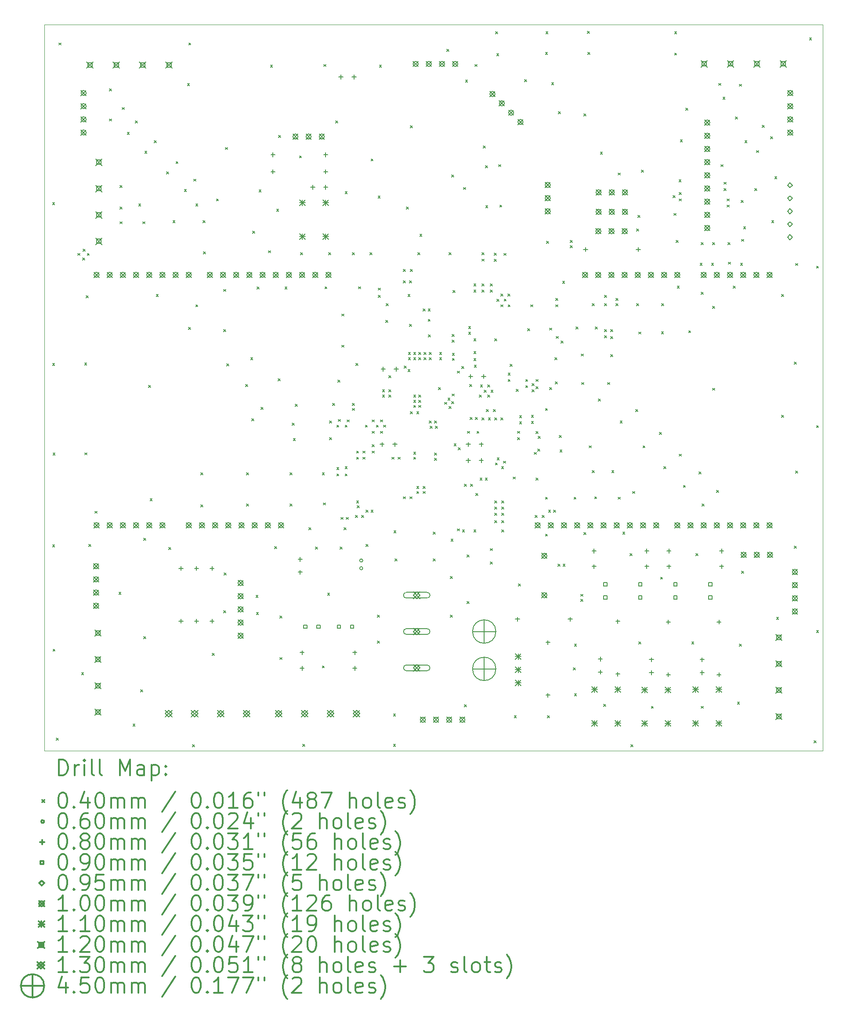
<source format=gbr>
%FSLAX45Y45*%
G04 Gerber Fmt 4.5, Leading zero omitted, Abs format (unit mm)*
G04 Created by KiCad (PCBNEW (5.1.9)-1) date 2022-03-30 20:27:59*
%MOMM*%
%LPD*%
G01*
G04 APERTURE LIST*
%TA.AperFunction,Profile*%
%ADD10C,0.100000*%
%TD*%
%ADD11C,0.200000*%
%ADD12C,0.300000*%
G04 APERTURE END LIST*
D10*
X16425000Y-5600000D02*
X16425000Y-19600000D01*
X1425000Y-5600000D02*
X16425000Y-5600000D01*
X1425000Y-19600000D02*
X1425000Y-5600000D01*
X16425000Y-19600000D02*
X1425000Y-19600000D01*
D11*
X1580000Y-9030000D02*
X1620000Y-9070000D01*
X1620000Y-9030000D02*
X1580000Y-9070000D01*
X1580000Y-12130000D02*
X1620000Y-12170000D01*
X1620000Y-12130000D02*
X1580000Y-12170000D01*
X1580000Y-15630000D02*
X1620000Y-15670000D01*
X1620000Y-15630000D02*
X1580000Y-15670000D01*
X1590000Y-13860000D02*
X1630000Y-13900000D01*
X1630000Y-13860000D02*
X1590000Y-13900000D01*
X1590000Y-17640000D02*
X1630000Y-17680000D01*
X1630000Y-17640000D02*
X1590000Y-17680000D01*
X1655000Y-19355000D02*
X1695000Y-19395000D01*
X1695000Y-19355000D02*
X1655000Y-19395000D01*
X1705000Y-5955000D02*
X1745000Y-5995000D01*
X1745000Y-5955000D02*
X1705000Y-5995000D01*
X2070000Y-10010000D02*
X2110000Y-10050000D01*
X2110000Y-10010000D02*
X2070000Y-10050000D01*
X2140000Y-18090000D02*
X2180000Y-18130000D01*
X2180000Y-18090000D02*
X2140000Y-18130000D01*
X2160000Y-10100000D02*
X2200000Y-10140000D01*
X2200000Y-10100000D02*
X2160000Y-10140000D01*
X2170000Y-9930000D02*
X2210000Y-9970000D01*
X2210000Y-9930000D02*
X2170000Y-9970000D01*
X2200000Y-12120000D02*
X2240000Y-12160000D01*
X2240000Y-12120000D02*
X2200000Y-12160000D01*
X2205000Y-13855000D02*
X2245000Y-13895000D01*
X2245000Y-13855000D02*
X2205000Y-13895000D01*
X2230000Y-10830000D02*
X2270000Y-10870000D01*
X2270000Y-10830000D02*
X2230000Y-10870000D01*
X2250000Y-10010000D02*
X2290000Y-10050000D01*
X2290000Y-10010000D02*
X2250000Y-10050000D01*
X2280000Y-15620000D02*
X2320000Y-15660000D01*
X2320000Y-15620000D02*
X2280000Y-15660000D01*
X2400000Y-14980000D02*
X2440000Y-15020000D01*
X2440000Y-14980000D02*
X2400000Y-15020000D01*
X2680000Y-6840000D02*
X2720000Y-6880000D01*
X2720000Y-6840000D02*
X2680000Y-6880000D01*
X2680000Y-7420000D02*
X2720000Y-7460000D01*
X2720000Y-7420000D02*
X2680000Y-7460000D01*
X2860000Y-16540000D02*
X2900000Y-16580000D01*
X2900000Y-16540000D02*
X2860000Y-16580000D01*
X2880000Y-8700000D02*
X2920000Y-8740000D01*
X2920000Y-8700000D02*
X2880000Y-8740000D01*
X2880000Y-9120000D02*
X2920000Y-9160000D01*
X2920000Y-9120000D02*
X2880000Y-9160000D01*
X2880000Y-9400000D02*
X2920000Y-9440000D01*
X2920000Y-9400000D02*
X2880000Y-9440000D01*
X2920000Y-7200000D02*
X2960000Y-7240000D01*
X2960000Y-7200000D02*
X2920000Y-7240000D01*
X3020000Y-7680000D02*
X3060000Y-7720000D01*
X3060000Y-7680000D02*
X3020000Y-7720000D01*
X3130000Y-19080000D02*
X3170000Y-19120000D01*
X3170000Y-19080000D02*
X3130000Y-19120000D01*
X3180000Y-7460000D02*
X3220000Y-7500000D01*
X3220000Y-7460000D02*
X3180000Y-7500000D01*
X3240000Y-9060000D02*
X3280000Y-9100000D01*
X3280000Y-9060000D02*
X3240000Y-9100000D01*
X3280000Y-18420000D02*
X3320000Y-18460000D01*
X3320000Y-18420000D02*
X3280000Y-18460000D01*
X3320000Y-9400000D02*
X3360000Y-9440000D01*
X3360000Y-9400000D02*
X3320000Y-9440000D01*
X3340000Y-15500000D02*
X3380000Y-15540000D01*
X3380000Y-15500000D02*
X3340000Y-15540000D01*
X3340000Y-17400000D02*
X3380000Y-17440000D01*
X3380000Y-17400000D02*
X3340000Y-17440000D01*
X3360000Y-8040000D02*
X3400000Y-8080000D01*
X3400000Y-8040000D02*
X3360000Y-8080000D01*
X3430000Y-12555000D02*
X3470000Y-12595000D01*
X3470000Y-12555000D02*
X3430000Y-12595000D01*
X3460000Y-14740000D02*
X3500000Y-14780000D01*
X3500000Y-14740000D02*
X3460000Y-14780000D01*
X3540000Y-7840000D02*
X3580000Y-7880000D01*
X3580000Y-7840000D02*
X3540000Y-7880000D01*
X3580000Y-10800000D02*
X3620000Y-10840000D01*
X3620000Y-10800000D02*
X3580000Y-10840000D01*
X3780000Y-8440000D02*
X3820000Y-8480000D01*
X3820000Y-8440000D02*
X3780000Y-8480000D01*
X3820000Y-15680000D02*
X3860000Y-15720000D01*
X3860000Y-15680000D02*
X3820000Y-15720000D01*
X3900000Y-9380000D02*
X3940000Y-9420000D01*
X3940000Y-9380000D02*
X3900000Y-9420000D01*
X3960000Y-8240000D02*
X4000000Y-8280000D01*
X4000000Y-8240000D02*
X3960000Y-8280000D01*
X4120000Y-8780000D02*
X4160000Y-8820000D01*
X4160000Y-8780000D02*
X4120000Y-8820000D01*
X4180000Y-6740000D02*
X4220000Y-6780000D01*
X4220000Y-6740000D02*
X4180000Y-6780000D01*
X4200000Y-11440000D02*
X4240000Y-11480000D01*
X4240000Y-11440000D02*
X4200000Y-11480000D01*
X4205000Y-5955000D02*
X4245000Y-5995000D01*
X4245000Y-5955000D02*
X4205000Y-5995000D01*
X4280000Y-19480000D02*
X4320000Y-19520000D01*
X4320000Y-19480000D02*
X4280000Y-19520000D01*
X4300000Y-8580000D02*
X4340000Y-8620000D01*
X4340000Y-8580000D02*
X4300000Y-8620000D01*
X4340000Y-9060000D02*
X4380000Y-9100000D01*
X4380000Y-9060000D02*
X4340000Y-9100000D01*
X4340000Y-11000000D02*
X4380000Y-11040000D01*
X4380000Y-11000000D02*
X4340000Y-11040000D01*
X4440000Y-14240000D02*
X4480000Y-14280000D01*
X4480000Y-14240000D02*
X4440000Y-14280000D01*
X4440000Y-14860000D02*
X4480000Y-14900000D01*
X4480000Y-14860000D02*
X4440000Y-14900000D01*
X4480000Y-9380000D02*
X4520000Y-9420000D01*
X4520000Y-9380000D02*
X4480000Y-9420000D01*
X4490000Y-9980000D02*
X4530000Y-10020000D01*
X4530000Y-9980000D02*
X4490000Y-10020000D01*
X4660000Y-17720000D02*
X4700000Y-17760000D01*
X4700000Y-17720000D02*
X4660000Y-17760000D01*
X4740000Y-8960000D02*
X4780000Y-9000000D01*
X4780000Y-8960000D02*
X4740000Y-9000000D01*
X4880000Y-10705000D02*
X4920000Y-10745000D01*
X4920000Y-10705000D02*
X4880000Y-10745000D01*
X4880000Y-11480000D02*
X4920000Y-11520000D01*
X4920000Y-11480000D02*
X4880000Y-11520000D01*
X4880000Y-16900000D02*
X4920000Y-16940000D01*
X4920000Y-16900000D02*
X4880000Y-16940000D01*
X4890000Y-16170000D02*
X4930000Y-16210000D01*
X4930000Y-16170000D02*
X4890000Y-16210000D01*
X4910000Y-7970000D02*
X4950000Y-8010000D01*
X4950000Y-7970000D02*
X4910000Y-8010000D01*
X4940000Y-12140000D02*
X4980000Y-12180000D01*
X4980000Y-12140000D02*
X4940000Y-12180000D01*
X5300000Y-12540000D02*
X5340000Y-12580000D01*
X5340000Y-12540000D02*
X5300000Y-12580000D01*
X5320000Y-14240000D02*
X5360000Y-14280000D01*
X5360000Y-14240000D02*
X5320000Y-14280000D01*
X5320000Y-14840000D02*
X5360000Y-14880000D01*
X5360000Y-14840000D02*
X5320000Y-14880000D01*
X5400000Y-12020000D02*
X5440000Y-12060000D01*
X5440000Y-12020000D02*
X5400000Y-12060000D01*
X5420000Y-13200000D02*
X5460000Y-13240000D01*
X5460000Y-13200000D02*
X5420000Y-13240000D01*
X5440000Y-9580000D02*
X5480000Y-9620000D01*
X5480000Y-9580000D02*
X5440000Y-9620000D01*
X5500000Y-16600000D02*
X5540000Y-16640000D01*
X5540000Y-16600000D02*
X5500000Y-16640000D01*
X5510000Y-16930000D02*
X5550000Y-16970000D01*
X5550000Y-16930000D02*
X5510000Y-16970000D01*
X5520000Y-10660000D02*
X5560000Y-10700000D01*
X5560000Y-10660000D02*
X5520000Y-10700000D01*
X5560000Y-8790000D02*
X5600000Y-8830000D01*
X5600000Y-8790000D02*
X5560000Y-8830000D01*
X5600000Y-12980000D02*
X5640000Y-13020000D01*
X5640000Y-12980000D02*
X5600000Y-13020000D01*
X5740000Y-9960000D02*
X5780000Y-10000000D01*
X5780000Y-9960000D02*
X5740000Y-10000000D01*
X5780000Y-6380000D02*
X5820000Y-6420000D01*
X5820000Y-6380000D02*
X5780000Y-6420000D01*
X5860000Y-15660000D02*
X5900000Y-15700000D01*
X5900000Y-15660000D02*
X5860000Y-15700000D01*
X5900000Y-9160000D02*
X5940000Y-9200000D01*
X5940000Y-9160000D02*
X5900000Y-9200000D01*
X5930000Y-12430000D02*
X5970000Y-12470000D01*
X5970000Y-12430000D02*
X5930000Y-12470000D01*
X5940000Y-7740000D02*
X5980000Y-7780000D01*
X5980000Y-7740000D02*
X5940000Y-7780000D01*
X5960000Y-17000000D02*
X6000000Y-17040000D01*
X6000000Y-17000000D02*
X5960000Y-17040000D01*
X5960000Y-17800000D02*
X6000000Y-17840000D01*
X6000000Y-17800000D02*
X5960000Y-17840000D01*
X6060000Y-10660000D02*
X6100000Y-10700000D01*
X6100000Y-10660000D02*
X6060000Y-10700000D01*
X6160000Y-14240000D02*
X6200000Y-14280000D01*
X6200000Y-14240000D02*
X6160000Y-14280000D01*
X6160000Y-14840000D02*
X6200000Y-14880000D01*
X6200000Y-14840000D02*
X6160000Y-14880000D01*
X6200000Y-13280000D02*
X6240000Y-13320000D01*
X6240000Y-13280000D02*
X6200000Y-13320000D01*
X6220000Y-13580000D02*
X6260000Y-13620000D01*
X6260000Y-13580000D02*
X6220000Y-13620000D01*
X6260000Y-12920000D02*
X6300000Y-12960000D01*
X6300000Y-12920000D02*
X6260000Y-12960000D01*
X6340000Y-8130000D02*
X6380000Y-8170000D01*
X6380000Y-8130000D02*
X6340000Y-8170000D01*
X6360000Y-10000000D02*
X6400000Y-10040000D01*
X6400000Y-10000000D02*
X6360000Y-10040000D01*
X6400000Y-19470000D02*
X6440000Y-19510000D01*
X6440000Y-19470000D02*
X6400000Y-19510000D01*
X6520000Y-15300000D02*
X6560000Y-15340000D01*
X6560000Y-15300000D02*
X6520000Y-15340000D01*
X6650000Y-15670000D02*
X6690000Y-15710000D01*
X6690000Y-15670000D02*
X6650000Y-15710000D01*
X6780000Y-14240000D02*
X6820000Y-14280000D01*
X6820000Y-14240000D02*
X6780000Y-14280000D01*
X6780000Y-17960000D02*
X6820000Y-18000000D01*
X6820000Y-17960000D02*
X6780000Y-18000000D01*
X6800000Y-14820000D02*
X6840000Y-14860000D01*
X6840000Y-14820000D02*
X6800000Y-14860000D01*
X6810000Y-6370000D02*
X6850000Y-6410000D01*
X6850000Y-6370000D02*
X6810000Y-6410000D01*
X6830000Y-10655000D02*
X6870000Y-10695000D01*
X6870000Y-10655000D02*
X6830000Y-10695000D01*
X6880000Y-16560000D02*
X6920000Y-16600000D01*
X6920000Y-16560000D02*
X6880000Y-16600000D01*
X6900000Y-10000000D02*
X6940000Y-10040000D01*
X6940000Y-10000000D02*
X6900000Y-10040000D01*
X6920000Y-13240000D02*
X6960000Y-13280000D01*
X6960000Y-13240000D02*
X6920000Y-13280000D01*
X6920000Y-13560000D02*
X6960000Y-13600000D01*
X6960000Y-13560000D02*
X6920000Y-13600000D01*
X6980000Y-12900000D02*
X7020000Y-12940000D01*
X7020000Y-12900000D02*
X6980000Y-12940000D01*
X7040000Y-7460000D02*
X7080000Y-7500000D01*
X7080000Y-7460000D02*
X7040000Y-7500000D01*
X7060000Y-13320000D02*
X7100000Y-13360000D01*
X7100000Y-13320000D02*
X7060000Y-13360000D01*
X7060000Y-14140000D02*
X7100000Y-14180000D01*
X7100000Y-14140000D02*
X7060000Y-14180000D01*
X7060000Y-14260000D02*
X7100000Y-14300000D01*
X7100000Y-14260000D02*
X7060000Y-14300000D01*
X7080000Y-12455000D02*
X7120000Y-12495000D01*
X7120000Y-12455000D02*
X7080000Y-12495000D01*
X7090000Y-13210000D02*
X7130000Y-13250000D01*
X7130000Y-13210000D02*
X7090000Y-13250000D01*
X7120000Y-15670000D02*
X7160000Y-15710000D01*
X7160000Y-15670000D02*
X7120000Y-15710000D01*
X7140000Y-15100000D02*
X7180000Y-15140000D01*
X7180000Y-15100000D02*
X7140000Y-15140000D01*
X7155000Y-11180000D02*
X7195000Y-11220000D01*
X7195000Y-11180000D02*
X7155000Y-11220000D01*
X7155000Y-11780000D02*
X7195000Y-11820000D01*
X7195000Y-11780000D02*
X7155000Y-11820000D01*
X7200000Y-15300000D02*
X7240000Y-15340000D01*
X7240000Y-15300000D02*
X7200000Y-15340000D01*
X7220000Y-8820000D02*
X7260000Y-8860000D01*
X7260000Y-8820000D02*
X7220000Y-8860000D01*
X7220000Y-13320000D02*
X7260000Y-13360000D01*
X7260000Y-13320000D02*
X7220000Y-13360000D01*
X7220000Y-14120000D02*
X7260000Y-14160000D01*
X7260000Y-14120000D02*
X7220000Y-14160000D01*
X7220000Y-14260000D02*
X7260000Y-14300000D01*
X7260000Y-14260000D02*
X7220000Y-14300000D01*
X7240000Y-15100000D02*
X7280000Y-15140000D01*
X7280000Y-15100000D02*
X7240000Y-15140000D01*
X7260000Y-13220000D02*
X7300000Y-13260000D01*
X7300000Y-13220000D02*
X7260000Y-13260000D01*
X7360000Y-10000000D02*
X7400000Y-10040000D01*
X7400000Y-10000000D02*
X7360000Y-10040000D01*
X7360000Y-12900000D02*
X7400000Y-12940000D01*
X7400000Y-12900000D02*
X7360000Y-12940000D01*
X7360000Y-13000000D02*
X7400000Y-13040000D01*
X7400000Y-13000000D02*
X7360000Y-13040000D01*
X7420000Y-15060000D02*
X7460000Y-15100000D01*
X7460000Y-15060000D02*
X7420000Y-15100000D01*
X7430000Y-12130000D02*
X7470000Y-12170000D01*
X7470000Y-12130000D02*
X7430000Y-12170000D01*
X7440000Y-13820000D02*
X7480000Y-13860000D01*
X7480000Y-13820000D02*
X7440000Y-13860000D01*
X7440000Y-13940000D02*
X7480000Y-13980000D01*
X7480000Y-13940000D02*
X7440000Y-13980000D01*
X7440000Y-14780000D02*
X7480000Y-14820000D01*
X7480000Y-14780000D02*
X7440000Y-14820000D01*
X7455000Y-14875000D02*
X7495000Y-14915000D01*
X7495000Y-14875000D02*
X7455000Y-14915000D01*
X7480000Y-10655000D02*
X7520000Y-10695000D01*
X7520000Y-10655000D02*
X7480000Y-10695000D01*
X7540000Y-15060000D02*
X7580000Y-15100000D01*
X7580000Y-15060000D02*
X7540000Y-15100000D01*
X7560000Y-13820000D02*
X7600000Y-13860000D01*
X7600000Y-13820000D02*
X7560000Y-13860000D01*
X7560000Y-13940000D02*
X7600000Y-13980000D01*
X7600000Y-13940000D02*
X7560000Y-13980000D01*
X7610000Y-13320000D02*
X7650000Y-13360000D01*
X7650000Y-13320000D02*
X7610000Y-13360000D01*
X7620000Y-14960000D02*
X7660000Y-15000000D01*
X7660000Y-14960000D02*
X7620000Y-15000000D01*
X7620000Y-15620000D02*
X7660000Y-15660000D01*
X7660000Y-15620000D02*
X7620000Y-15660000D01*
X7700000Y-10000000D02*
X7740000Y-10040000D01*
X7740000Y-10000000D02*
X7700000Y-10040000D01*
X7720000Y-8190000D02*
X7760000Y-8230000D01*
X7760000Y-8190000D02*
X7720000Y-8230000D01*
X7720000Y-14960000D02*
X7760000Y-15000000D01*
X7760000Y-14960000D02*
X7720000Y-15000000D01*
X7740000Y-13220000D02*
X7780000Y-13260000D01*
X7780000Y-13220000D02*
X7740000Y-13260000D01*
X7740000Y-13440000D02*
X7780000Y-13480000D01*
X7780000Y-13440000D02*
X7740000Y-13480000D01*
X7740000Y-13700000D02*
X7780000Y-13740000D01*
X7780000Y-13700000D02*
X7740000Y-13740000D01*
X7740000Y-13820000D02*
X7780000Y-13860000D01*
X7780000Y-13820000D02*
X7740000Y-13860000D01*
X7820000Y-13320000D02*
X7860000Y-13360000D01*
X7860000Y-13320000D02*
X7820000Y-13360000D01*
X7840000Y-16980000D02*
X7880000Y-17020000D01*
X7880000Y-16980000D02*
X7840000Y-17020000D01*
X7840000Y-17480000D02*
X7880000Y-17520000D01*
X7880000Y-17480000D02*
X7840000Y-17520000D01*
X7855000Y-8905000D02*
X7895000Y-8945000D01*
X7895000Y-8905000D02*
X7855000Y-8945000D01*
X7860000Y-10680000D02*
X7900000Y-10720000D01*
X7900000Y-10680000D02*
X7860000Y-10720000D01*
X7860000Y-10820000D02*
X7900000Y-10860000D01*
X7900000Y-10820000D02*
X7860000Y-10860000D01*
X7880000Y-6380000D02*
X7920000Y-6420000D01*
X7920000Y-6380000D02*
X7880000Y-6420000D01*
X7900000Y-13220000D02*
X7940000Y-13260000D01*
X7940000Y-13220000D02*
X7900000Y-13260000D01*
X7900000Y-13440000D02*
X7940000Y-13480000D01*
X7940000Y-13440000D02*
X7900000Y-13480000D01*
X7940000Y-12640000D02*
X7980000Y-12680000D01*
X7980000Y-12640000D02*
X7940000Y-12680000D01*
X7940000Y-12740000D02*
X7980000Y-12780000D01*
X7980000Y-12740000D02*
X7940000Y-12780000D01*
X7960000Y-13320000D02*
X8000000Y-13360000D01*
X8000000Y-13320000D02*
X7960000Y-13360000D01*
X8005000Y-11300000D02*
X8045000Y-11340000D01*
X8045000Y-11300000D02*
X8005000Y-11340000D01*
X8010000Y-10980000D02*
X8050000Y-11020000D01*
X8050000Y-10980000D02*
X8010000Y-11020000D01*
X8060000Y-12370000D02*
X8100000Y-12410000D01*
X8100000Y-12370000D02*
X8060000Y-12410000D01*
X8060000Y-12640000D02*
X8100000Y-12680000D01*
X8100000Y-12640000D02*
X8060000Y-12680000D01*
X8060000Y-12740000D02*
X8100000Y-12780000D01*
X8100000Y-12740000D02*
X8060000Y-12780000D01*
X8120000Y-13940000D02*
X8160000Y-13980000D01*
X8160000Y-13940000D02*
X8120000Y-13980000D01*
X8150000Y-18890000D02*
X8190000Y-18930000D01*
X8190000Y-18890000D02*
X8150000Y-18930000D01*
X8150000Y-19470000D02*
X8190000Y-19510000D01*
X8190000Y-19470000D02*
X8150000Y-19510000D01*
X8160000Y-15360000D02*
X8200000Y-15400000D01*
X8200000Y-15360000D02*
X8160000Y-15400000D01*
X8180000Y-15900000D02*
X8220000Y-15940000D01*
X8220000Y-15900000D02*
X8180000Y-15940000D01*
X8240000Y-13940000D02*
X8280000Y-13980000D01*
X8280000Y-13940000D02*
X8240000Y-13980000D01*
X8340000Y-10320000D02*
X8380000Y-10360000D01*
X8380000Y-10320000D02*
X8340000Y-10360000D01*
X8340000Y-10540000D02*
X8380000Y-10580000D01*
X8380000Y-10540000D02*
X8340000Y-10580000D01*
X8340000Y-14700000D02*
X8380000Y-14740000D01*
X8380000Y-14700000D02*
X8340000Y-14740000D01*
X8360000Y-12180000D02*
X8400000Y-12220000D01*
X8400000Y-12180000D02*
X8360000Y-12220000D01*
X8400000Y-9120000D02*
X8440000Y-9160000D01*
X8440000Y-9120000D02*
X8400000Y-9160000D01*
X8430000Y-10805000D02*
X8470000Y-10845000D01*
X8470000Y-10805000D02*
X8430000Y-10845000D01*
X8430000Y-12250000D02*
X8470000Y-12290000D01*
X8470000Y-12250000D02*
X8430000Y-12290000D01*
X8440000Y-11920000D02*
X8480000Y-11960000D01*
X8480000Y-11920000D02*
X8440000Y-11960000D01*
X8440000Y-12020000D02*
X8480000Y-12060000D01*
X8480000Y-12020000D02*
X8440000Y-12060000D01*
X8460000Y-10540000D02*
X8500000Y-10580000D01*
X8500000Y-10540000D02*
X8460000Y-10580000D01*
X8460000Y-11380000D02*
X8500000Y-11420000D01*
X8500000Y-11380000D02*
X8460000Y-11420000D01*
X8470000Y-14700000D02*
X8510000Y-14740000D01*
X8510000Y-14700000D02*
X8470000Y-14740000D01*
X8480000Y-7550000D02*
X8520000Y-7590000D01*
X8520000Y-7550000D02*
X8480000Y-7590000D01*
X8480000Y-10320000D02*
X8520000Y-10360000D01*
X8520000Y-10320000D02*
X8480000Y-10360000D01*
X8480000Y-13060000D02*
X8520000Y-13100000D01*
X8520000Y-13060000D02*
X8480000Y-13100000D01*
X8540000Y-11920000D02*
X8580000Y-11960000D01*
X8580000Y-11920000D02*
X8540000Y-11960000D01*
X8540000Y-12020000D02*
X8580000Y-12060000D01*
X8580000Y-12020000D02*
X8540000Y-12060000D01*
X8540000Y-12740000D02*
X8580000Y-12780000D01*
X8580000Y-12740000D02*
X8540000Y-12780000D01*
X8540000Y-12840000D02*
X8580000Y-12880000D01*
X8580000Y-12840000D02*
X8540000Y-12880000D01*
X8540000Y-12940000D02*
X8580000Y-12980000D01*
X8580000Y-12940000D02*
X8540000Y-12980000D01*
X8540000Y-13840000D02*
X8580000Y-13880000D01*
X8580000Y-13840000D02*
X8540000Y-13880000D01*
X8540000Y-13940000D02*
X8580000Y-13980000D01*
X8580000Y-13940000D02*
X8540000Y-13980000D01*
X8600000Y-13060000D02*
X8640000Y-13100000D01*
X8640000Y-13060000D02*
X8600000Y-13100000D01*
X8600000Y-14500000D02*
X8640000Y-14540000D01*
X8640000Y-14500000D02*
X8600000Y-14540000D01*
X8600000Y-14600000D02*
X8640000Y-14640000D01*
X8640000Y-14600000D02*
X8600000Y-14640000D01*
X8620000Y-10000000D02*
X8660000Y-10040000D01*
X8660000Y-10000000D02*
X8620000Y-10040000D01*
X8640000Y-11920000D02*
X8680000Y-11960000D01*
X8680000Y-11920000D02*
X8640000Y-11960000D01*
X8640000Y-12020000D02*
X8680000Y-12060000D01*
X8680000Y-12020000D02*
X8640000Y-12060000D01*
X8640000Y-12740000D02*
X8680000Y-12780000D01*
X8680000Y-12740000D02*
X8640000Y-12780000D01*
X8640000Y-12840000D02*
X8680000Y-12880000D01*
X8680000Y-12840000D02*
X8640000Y-12880000D01*
X8640000Y-12940000D02*
X8680000Y-12980000D01*
X8680000Y-12940000D02*
X8640000Y-12980000D01*
X8660000Y-9640000D02*
X8700000Y-9680000D01*
X8700000Y-9640000D02*
X8660000Y-9680000D01*
X8720000Y-14500000D02*
X8760000Y-14540000D01*
X8760000Y-14500000D02*
X8720000Y-14540000D01*
X8720000Y-14600000D02*
X8760000Y-14640000D01*
X8760000Y-14600000D02*
X8720000Y-14640000D01*
X8720002Y-11079998D02*
X8760002Y-11119998D01*
X8760002Y-11079998D02*
X8720002Y-11119998D01*
X8740000Y-11920000D02*
X8780000Y-11960000D01*
X8780000Y-11920000D02*
X8740000Y-11960000D01*
X8740000Y-12020000D02*
X8780000Y-12060000D01*
X8780000Y-12020000D02*
X8740000Y-12060000D01*
X8820000Y-11280000D02*
X8860000Y-11320000D01*
X8860000Y-11280000D02*
X8820000Y-11320000D01*
X8820002Y-11079998D02*
X8860002Y-11119998D01*
X8860002Y-11079998D02*
X8820002Y-11119998D01*
X8825000Y-11580000D02*
X8865000Y-11620000D01*
X8865000Y-11580000D02*
X8825000Y-11620000D01*
X8840000Y-11920000D02*
X8880000Y-11960000D01*
X8880000Y-11920000D02*
X8840000Y-11960000D01*
X8840000Y-12020000D02*
X8880000Y-12060000D01*
X8880000Y-12020000D02*
X8840000Y-12060000D01*
X8840000Y-13240000D02*
X8880000Y-13280000D01*
X8880000Y-13240000D02*
X8840000Y-13280000D01*
X8860000Y-13340000D02*
X8900000Y-13380000D01*
X8900000Y-13340000D02*
X8860000Y-13380000D01*
X8920000Y-15380000D02*
X8960000Y-15420000D01*
X8960000Y-15380000D02*
X8920000Y-15420000D01*
X8920000Y-15900000D02*
X8960000Y-15940000D01*
X8960000Y-15900000D02*
X8920000Y-15940000D01*
X8940000Y-13240000D02*
X8980000Y-13280000D01*
X8980000Y-13240000D02*
X8940000Y-13280000D01*
X8940000Y-13860000D02*
X8980000Y-13900000D01*
X8980000Y-13860000D02*
X8940000Y-13900000D01*
X8940000Y-13960000D02*
X8980000Y-14000000D01*
X8980000Y-13960000D02*
X8940000Y-14000000D01*
X8960000Y-13340000D02*
X9000000Y-13380000D01*
X9000000Y-13340000D02*
X8960000Y-13380000D01*
X9020000Y-12600000D02*
X9060000Y-12640000D01*
X9060000Y-12600000D02*
X9020000Y-12640000D01*
X9040000Y-11920000D02*
X9080000Y-11960000D01*
X9080000Y-11920000D02*
X9040000Y-11960000D01*
X9040000Y-12020000D02*
X9080000Y-12060000D01*
X9080000Y-12020000D02*
X9040000Y-12060000D01*
X9140000Y-12880000D02*
X9180000Y-12920000D01*
X9180000Y-12880000D02*
X9140000Y-12920000D01*
X9180000Y-6080000D02*
X9220000Y-6120000D01*
X9220000Y-6080000D02*
X9180000Y-6120000D01*
X9200000Y-12800000D02*
X9240000Y-12840000D01*
X9240000Y-12800000D02*
X9200000Y-12840000D01*
X9220000Y-10000000D02*
X9260000Y-10040000D01*
X9260000Y-10000000D02*
X9220000Y-10040000D01*
X9220000Y-12960000D02*
X9260000Y-13000000D01*
X9260000Y-12960000D02*
X9220000Y-13000000D01*
X9250000Y-16240000D02*
X9290000Y-16280000D01*
X9290000Y-16240000D02*
X9250000Y-16280000D01*
X9250000Y-16980000D02*
X9290000Y-17020000D01*
X9290000Y-16980000D02*
X9250000Y-17020000D01*
X9260000Y-15520000D02*
X9300000Y-15560000D01*
X9300000Y-15520000D02*
X9260000Y-15560000D01*
X9270000Y-8500000D02*
X9310000Y-8540000D01*
X9310000Y-8500000D02*
X9270000Y-8540000D01*
X9270000Y-12870000D02*
X9310000Y-12910000D01*
X9310000Y-12870000D02*
X9270000Y-12910000D01*
X9280000Y-11570000D02*
X9320000Y-11610000D01*
X9320000Y-11570000D02*
X9280000Y-11610000D01*
X9280000Y-11685000D02*
X9320000Y-11725000D01*
X9320000Y-11685000D02*
X9280000Y-11725000D01*
X9280000Y-12720000D02*
X9320000Y-12760000D01*
X9320000Y-12720000D02*
X9280000Y-12760000D01*
X9285000Y-11935000D02*
X9325000Y-11975000D01*
X9325000Y-11935000D02*
X9285000Y-11975000D01*
X9285000Y-12035000D02*
X9325000Y-12075000D01*
X9325000Y-12035000D02*
X9285000Y-12075000D01*
X9300000Y-10725000D02*
X9340000Y-10765000D01*
X9340000Y-10725000D02*
X9300000Y-10765000D01*
X9320000Y-13680000D02*
X9360000Y-13720000D01*
X9360000Y-13680000D02*
X9320000Y-13720000D01*
X9380000Y-12280000D02*
X9420000Y-12320000D01*
X9420000Y-12280000D02*
X9380000Y-12320000D01*
X9380000Y-15320000D02*
X9420000Y-15360000D01*
X9420000Y-15320000D02*
X9380000Y-15360000D01*
X9400000Y-13760000D02*
X9440000Y-13800000D01*
X9440000Y-13760000D02*
X9400000Y-13800000D01*
X9470000Y-12190000D02*
X9510000Y-12230000D01*
X9510000Y-12190000D02*
X9470000Y-12230000D01*
X9480000Y-15340000D02*
X9520000Y-15380000D01*
X9520000Y-15340000D02*
X9480000Y-15380000D01*
X9500000Y-8740000D02*
X9540000Y-8780000D01*
X9540000Y-8740000D02*
X9500000Y-8780000D01*
X9520000Y-14460000D02*
X9560000Y-14500000D01*
X9560000Y-14460000D02*
X9520000Y-14500000D01*
X9520000Y-18710000D02*
X9560000Y-18750000D01*
X9560000Y-18710000D02*
X9520000Y-18750000D01*
X9540000Y-6670000D02*
X9580000Y-6710000D01*
X9580000Y-6670000D02*
X9540000Y-6710000D01*
X9570000Y-15820000D02*
X9610000Y-15860000D01*
X9610000Y-15820000D02*
X9570000Y-15860000D01*
X9570000Y-16720000D02*
X9610000Y-16760000D01*
X9610000Y-16720000D02*
X9570000Y-16760000D01*
X9580000Y-13440000D02*
X9620000Y-13480000D01*
X9620000Y-13440000D02*
X9580000Y-13480000D01*
X9600000Y-11420000D02*
X9640000Y-11460000D01*
X9640000Y-11420000D02*
X9600000Y-11460000D01*
X9600000Y-11530000D02*
X9640000Y-11570000D01*
X9640000Y-11530000D02*
X9600000Y-11570000D01*
X9620000Y-12540000D02*
X9660000Y-12580000D01*
X9660000Y-12540000D02*
X9620000Y-12580000D01*
X9628285Y-13171715D02*
X9668285Y-13211715D01*
X9668285Y-13171715D02*
X9628285Y-13211715D01*
X9640000Y-14460000D02*
X9680000Y-14500000D01*
X9680000Y-14460000D02*
X9640000Y-14500000D01*
X9700000Y-10600000D02*
X9740000Y-10640000D01*
X9740000Y-10600000D02*
X9700000Y-10640000D01*
X9700000Y-10720000D02*
X9740000Y-10760000D01*
X9740000Y-10720000D02*
X9700000Y-10760000D01*
X9700000Y-11660000D02*
X9740000Y-11700000D01*
X9740000Y-11660000D02*
X9700000Y-11700000D01*
X9700000Y-11900000D02*
X9740000Y-11940000D01*
X9740000Y-11900000D02*
X9700000Y-11940000D01*
X9700000Y-12040000D02*
X9740000Y-12080000D01*
X9740000Y-12040000D02*
X9700000Y-12080000D01*
X9700000Y-15340000D02*
X9740000Y-15380000D01*
X9740000Y-15340000D02*
X9700000Y-15380000D01*
X9710000Y-12165000D02*
X9750000Y-12205000D01*
X9750000Y-12165000D02*
X9710000Y-12205000D01*
X9720000Y-6370000D02*
X9760000Y-6410000D01*
X9760000Y-6370000D02*
X9720000Y-6410000D01*
X9728285Y-13171715D02*
X9768285Y-13211715D01*
X9768285Y-13171715D02*
X9728285Y-13211715D01*
X9740000Y-14640000D02*
X9780000Y-14680000D01*
X9780000Y-14640000D02*
X9740000Y-14680000D01*
X9760000Y-13440000D02*
X9800000Y-13480000D01*
X9800000Y-13440000D02*
X9760000Y-13480000D01*
X9805000Y-12740000D02*
X9845000Y-12780000D01*
X9845000Y-12740000D02*
X9805000Y-12780000D01*
X9820000Y-14340000D02*
X9860000Y-14380000D01*
X9860000Y-14340000D02*
X9820000Y-14380000D01*
X9827500Y-12547500D02*
X9867500Y-12587500D01*
X9867500Y-12547500D02*
X9827500Y-12587500D01*
X9860000Y-10000000D02*
X9900000Y-10040000D01*
X9900000Y-10000000D02*
X9860000Y-10040000D01*
X9860000Y-10120000D02*
X9900000Y-10160000D01*
X9900000Y-10120000D02*
X9860000Y-10160000D01*
X9860000Y-10600000D02*
X9900000Y-10640000D01*
X9900000Y-10600000D02*
X9860000Y-10640000D01*
X9860000Y-10720000D02*
X9900000Y-10760000D01*
X9900000Y-10720000D02*
X9860000Y-10760000D01*
X9860000Y-13180000D02*
X9900000Y-13220000D01*
X9900000Y-13180000D02*
X9860000Y-13220000D01*
X9880000Y-7940000D02*
X9920000Y-7980000D01*
X9920000Y-7940000D02*
X9880000Y-7980000D01*
X9900000Y-12645000D02*
X9940000Y-12685000D01*
X9940000Y-12645000D02*
X9900000Y-12685000D01*
X9920000Y-14340000D02*
X9960000Y-14380000D01*
X9960000Y-14340000D02*
X9920000Y-14380000D01*
X9925000Y-8320000D02*
X9965000Y-8360000D01*
X9965000Y-8320000D02*
X9925000Y-8360000D01*
X9930000Y-9090000D02*
X9970000Y-9130000D01*
X9970000Y-9090000D02*
X9930000Y-9130000D01*
X9940000Y-13020000D02*
X9980000Y-13060000D01*
X9980000Y-13020000D02*
X9940000Y-13060000D01*
X9965000Y-12740000D02*
X10005000Y-12780000D01*
X10005000Y-12740000D02*
X9965000Y-12780000D01*
X9967500Y-12547500D02*
X10007500Y-12587500D01*
X10007500Y-12547500D02*
X9967500Y-12587500D01*
X9980000Y-13180000D02*
X10020000Y-13220000D01*
X10020000Y-13180000D02*
X9980000Y-13220000D01*
X10020000Y-10600000D02*
X10060000Y-10640000D01*
X10060000Y-10600000D02*
X10020000Y-10640000D01*
X10020000Y-10720000D02*
X10060000Y-10760000D01*
X10060000Y-10720000D02*
X10020000Y-10760000D01*
X10020000Y-15700000D02*
X10060000Y-15740000D01*
X10060000Y-15700000D02*
X10020000Y-15740000D01*
X10020000Y-15960000D02*
X10060000Y-16000000D01*
X10060000Y-15960000D02*
X10020000Y-16000000D01*
X10030000Y-12645000D02*
X10070000Y-12685000D01*
X10070000Y-12645000D02*
X10030000Y-12685000D01*
X10080000Y-13020000D02*
X10120000Y-13060000D01*
X10120000Y-13020000D02*
X10080000Y-13060000D01*
X10092500Y-10007500D02*
X10132500Y-10047500D01*
X10132500Y-10007500D02*
X10092500Y-10047500D01*
X10092500Y-10127500D02*
X10132500Y-10167500D01*
X10132500Y-10127500D02*
X10092500Y-10167500D01*
X10100000Y-11660000D02*
X10140000Y-11700000D01*
X10140000Y-11660000D02*
X10100000Y-11700000D01*
X10100000Y-13180000D02*
X10140000Y-13220000D01*
X10140000Y-13180000D02*
X10100000Y-13220000D01*
X10100000Y-14780000D02*
X10140000Y-14820000D01*
X10140000Y-14780000D02*
X10100000Y-14820000D01*
X10100000Y-14900000D02*
X10140000Y-14940000D01*
X10140000Y-14900000D02*
X10100000Y-14940000D01*
X10100000Y-15020000D02*
X10140000Y-15060000D01*
X10140000Y-15020000D02*
X10100000Y-15060000D01*
X10100000Y-15160000D02*
X10140000Y-15200000D01*
X10140000Y-15160000D02*
X10100000Y-15200000D01*
X10115000Y-14050000D02*
X10155000Y-14090000D01*
X10155000Y-14050000D02*
X10115000Y-14090000D01*
X10120000Y-5740000D02*
X10160000Y-5780000D01*
X10160000Y-5740000D02*
X10120000Y-5780000D01*
X10140000Y-6160000D02*
X10180000Y-6200000D01*
X10180000Y-6160000D02*
X10140000Y-6200000D01*
X10142500Y-10892500D02*
X10182500Y-10932500D01*
X10182500Y-10892500D02*
X10142500Y-10932500D01*
X10150000Y-13950000D02*
X10190000Y-13990000D01*
X10190000Y-13950000D02*
X10150000Y-13990000D01*
X10180000Y-8300000D02*
X10220000Y-8340000D01*
X10220000Y-8300000D02*
X10180000Y-8340000D01*
X10200000Y-9080000D02*
X10240000Y-9120000D01*
X10240000Y-9080000D02*
X10200000Y-9120000D01*
X10220000Y-10795000D02*
X10260000Y-10835000D01*
X10260000Y-10795000D02*
X10220000Y-10835000D01*
X10220000Y-11000000D02*
X10260000Y-11040000D01*
X10260000Y-11000000D02*
X10220000Y-11040000D01*
X10220000Y-13180000D02*
X10260000Y-13220000D01*
X10260000Y-13180000D02*
X10220000Y-13220000D01*
X10235000Y-14120000D02*
X10275000Y-14160000D01*
X10275000Y-14120000D02*
X10235000Y-14160000D01*
X10240000Y-14780000D02*
X10280000Y-14820000D01*
X10280000Y-14780000D02*
X10240000Y-14820000D01*
X10240000Y-14900000D02*
X10280000Y-14940000D01*
X10280000Y-14900000D02*
X10240000Y-14940000D01*
X10240000Y-15020000D02*
X10280000Y-15060000D01*
X10280000Y-15020000D02*
X10240000Y-15060000D01*
X10240000Y-15160000D02*
X10280000Y-15200000D01*
X10280000Y-15160000D02*
X10240000Y-15200000D01*
X10240000Y-15340000D02*
X10280000Y-15380000D01*
X10280000Y-15340000D02*
X10240000Y-15380000D01*
X10275000Y-14015000D02*
X10315000Y-14055000D01*
X10315000Y-14015000D02*
X10275000Y-14055000D01*
X10280000Y-10010000D02*
X10320000Y-10050000D01*
X10320000Y-10010000D02*
X10280000Y-10050000D01*
X10283744Y-10891256D02*
X10323744Y-10931256D01*
X10323744Y-10891256D02*
X10283744Y-10931256D01*
X10355000Y-10795000D02*
X10395000Y-10835000D01*
X10395000Y-10795000D02*
X10355000Y-10835000D01*
X10360000Y-11000000D02*
X10400000Y-11040000D01*
X10400000Y-11000000D02*
X10360000Y-11040000D01*
X10360000Y-12320000D02*
X10400000Y-12360000D01*
X10400000Y-12320000D02*
X10360000Y-12360000D01*
X10360000Y-12440000D02*
X10400000Y-12480000D01*
X10400000Y-12440000D02*
X10360000Y-12480000D01*
X10400000Y-12150000D02*
X10440000Y-12190000D01*
X10440000Y-12150000D02*
X10400000Y-12190000D01*
X10460000Y-14320000D02*
X10500000Y-14360000D01*
X10500000Y-14320000D02*
X10460000Y-14360000D01*
X10480000Y-18920000D02*
X10520000Y-18960000D01*
X10520000Y-18920000D02*
X10480000Y-18960000D01*
X10520000Y-12630000D02*
X10560000Y-12670000D01*
X10560000Y-12630000D02*
X10520000Y-12670000D01*
X10540000Y-13440000D02*
X10580000Y-13480000D01*
X10580000Y-13440000D02*
X10540000Y-13480000D01*
X10540000Y-13560000D02*
X10580000Y-13600000D01*
X10580000Y-13560000D02*
X10540000Y-13600000D01*
X10560000Y-16380000D02*
X10600000Y-16420000D01*
X10600000Y-16380000D02*
X10560000Y-16420000D01*
X10580000Y-13140000D02*
X10620000Y-13180000D01*
X10620000Y-13140000D02*
X10580000Y-13180000D01*
X10580000Y-13260000D02*
X10620000Y-13300000D01*
X10620000Y-13260000D02*
X10580000Y-13300000D01*
X10680000Y-6660000D02*
X10720000Y-6700000D01*
X10720000Y-6660000D02*
X10680000Y-6700000D01*
X10700000Y-12440000D02*
X10740000Y-12480000D01*
X10740000Y-12440000D02*
X10700000Y-12480000D01*
X10700000Y-12560000D02*
X10740000Y-12600000D01*
X10740000Y-12560000D02*
X10700000Y-12600000D01*
X10740000Y-11460000D02*
X10780000Y-11500000D01*
X10780000Y-11460000D02*
X10740000Y-11500000D01*
X10800000Y-11000000D02*
X10840000Y-11040000D01*
X10840000Y-11000000D02*
X10800000Y-11040000D01*
X10810000Y-13130000D02*
X10850000Y-13170000D01*
X10850000Y-13130000D02*
X10810000Y-13170000D01*
X10810000Y-13250000D02*
X10850000Y-13290000D01*
X10850000Y-13250000D02*
X10810000Y-13290000D01*
X10820000Y-12520000D02*
X10860000Y-12560000D01*
X10860000Y-12520000D02*
X10820000Y-12560000D01*
X10820000Y-12640000D02*
X10860000Y-12680000D01*
X10860000Y-12640000D02*
X10820000Y-12680000D01*
X10865000Y-13845000D02*
X10905000Y-13885000D01*
X10905000Y-13845000D02*
X10865000Y-13885000D01*
X10880000Y-15060000D02*
X10920000Y-15100000D01*
X10920000Y-15060000D02*
X10880000Y-15100000D01*
X10900000Y-12440000D02*
X10940000Y-12480000D01*
X10940000Y-12440000D02*
X10900000Y-12480000D01*
X10900000Y-12580000D02*
X10940000Y-12620000D01*
X10940000Y-12580000D02*
X10900000Y-12620000D01*
X10900000Y-13445000D02*
X10940000Y-13485000D01*
X10940000Y-13445000D02*
X10900000Y-13485000D01*
X10900000Y-14340000D02*
X10940000Y-14380000D01*
X10940000Y-14340000D02*
X10900000Y-14380000D01*
X10930000Y-13780000D02*
X10970000Y-13820000D01*
X10970000Y-13780000D02*
X10930000Y-13820000D01*
X10940000Y-13535000D02*
X10980000Y-13575000D01*
X10980000Y-13535000D02*
X10940000Y-13575000D01*
X11020000Y-15060000D02*
X11060000Y-15100000D01*
X11060000Y-15060000D02*
X11020000Y-15100000D01*
X11080000Y-6140000D02*
X11120000Y-6180000D01*
X11120000Y-6140000D02*
X11080000Y-6180000D01*
X11080000Y-13000000D02*
X11120000Y-13040000D01*
X11120000Y-13000000D02*
X11080000Y-13040000D01*
X11080000Y-14710000D02*
X11120000Y-14750000D01*
X11120000Y-14710000D02*
X11080000Y-14750000D01*
X11080000Y-15420000D02*
X11120000Y-15460000D01*
X11120000Y-15420000D02*
X11080000Y-15460000D01*
X11090000Y-5740000D02*
X11130000Y-5780000D01*
X11130000Y-5740000D02*
X11090000Y-5780000D01*
X11100000Y-9780000D02*
X11140000Y-9820000D01*
X11140000Y-9780000D02*
X11100000Y-9820000D01*
X11120000Y-18920000D02*
X11160000Y-18960000D01*
X11160000Y-18920000D02*
X11120000Y-18960000D01*
X11139999Y-14960001D02*
X11179999Y-15000001D01*
X11179999Y-14960001D02*
X11139999Y-15000001D01*
X11160000Y-11450000D02*
X11200000Y-11490000D01*
X11200000Y-11450000D02*
X11160000Y-11490000D01*
X11160000Y-12600000D02*
X11200000Y-12640000D01*
X11200000Y-12600000D02*
X11160000Y-12640000D01*
X11200000Y-6720000D02*
X11240000Y-6760000D01*
X11240000Y-6720000D02*
X11200000Y-6760000D01*
X11239999Y-14960001D02*
X11279999Y-15000001D01*
X11279999Y-14960001D02*
X11239999Y-15000001D01*
X11260000Y-12020000D02*
X11300000Y-12060000D01*
X11300000Y-12020000D02*
X11260000Y-12060000D01*
X11270000Y-12490000D02*
X11310000Y-12530000D01*
X11310000Y-12490000D02*
X11270000Y-12530000D01*
X11280000Y-10880000D02*
X11320000Y-10920000D01*
X11320000Y-10880000D02*
X11280000Y-10920000D01*
X11280000Y-11000000D02*
X11320000Y-11040000D01*
X11320000Y-11000000D02*
X11280000Y-11040000D01*
X11290000Y-11610000D02*
X11330000Y-11650000D01*
X11330000Y-11610000D02*
X11290000Y-11650000D01*
X11320000Y-16000000D02*
X11360000Y-16040000D01*
X11360000Y-16000000D02*
X11320000Y-16040000D01*
X11330000Y-7280000D02*
X11370000Y-7320000D01*
X11370000Y-7280000D02*
X11330000Y-7320000D01*
X11350000Y-13520000D02*
X11390000Y-13560000D01*
X11390000Y-13520000D02*
X11350000Y-13560000D01*
X11360000Y-13800000D02*
X11400000Y-13840000D01*
X11400000Y-13800000D02*
X11360000Y-13840000D01*
X11380000Y-11700000D02*
X11420000Y-11740000D01*
X11420000Y-11700000D02*
X11380000Y-11740000D01*
X11410000Y-10550000D02*
X11450000Y-10590000D01*
X11450000Y-10550000D02*
X11410000Y-10590000D01*
X11420000Y-16000000D02*
X11460000Y-16040000D01*
X11460000Y-16000000D02*
X11420000Y-16040000D01*
X11558911Y-9861089D02*
X11598911Y-9901089D01*
X11598911Y-9861089D02*
X11558911Y-9901089D01*
X11560000Y-9760000D02*
X11600000Y-9800000D01*
X11600000Y-9760000D02*
X11560000Y-9800000D01*
X11620000Y-18000000D02*
X11660000Y-18040000D01*
X11660000Y-18000000D02*
X11620000Y-18040000D01*
X11630000Y-14710000D02*
X11670000Y-14750000D01*
X11670000Y-14710000D02*
X11630000Y-14750000D01*
X11640000Y-17540000D02*
X11680000Y-17580000D01*
X11680000Y-17540000D02*
X11640000Y-17580000D01*
X11640000Y-18500000D02*
X11680000Y-18540000D01*
X11680000Y-18500000D02*
X11640000Y-18540000D01*
X11670000Y-11430000D02*
X11710000Y-11470000D01*
X11710000Y-11430000D02*
X11670000Y-11470000D01*
X11760000Y-16580000D02*
X11800000Y-16620000D01*
X11800000Y-16580000D02*
X11760000Y-16620000D01*
X11760000Y-16680000D02*
X11800000Y-16720000D01*
X11800000Y-16680000D02*
X11760000Y-16720000D01*
X11770000Y-11950000D02*
X11810000Y-11990000D01*
X11810000Y-11950000D02*
X11770000Y-11990000D01*
X11780000Y-12500000D02*
X11820000Y-12540000D01*
X11820000Y-12500000D02*
X11780000Y-12540000D01*
X11820000Y-7320000D02*
X11860000Y-7360000D01*
X11860000Y-7320000D02*
X11820000Y-7360000D01*
X11820000Y-15390000D02*
X11860000Y-15430000D01*
X11860000Y-15390000D02*
X11820000Y-15430000D01*
X11890000Y-5730000D02*
X11930000Y-5770000D01*
X11930000Y-5730000D02*
X11890000Y-5770000D01*
X11900000Y-6140000D02*
X11940000Y-6180000D01*
X11940000Y-6140000D02*
X11900000Y-6180000D01*
X11920000Y-13720000D02*
X11960000Y-13760000D01*
X11960000Y-13720000D02*
X11920000Y-13760000D01*
X11980000Y-10980000D02*
X12020000Y-11020000D01*
X12020000Y-10980000D02*
X11980000Y-11020000D01*
X11980000Y-14200000D02*
X12020000Y-14240000D01*
X12020000Y-14200000D02*
X11980000Y-14240000D01*
X12030000Y-14700000D02*
X12070000Y-14740000D01*
X12070000Y-14700000D02*
X12030000Y-14740000D01*
X12040000Y-11430000D02*
X12080000Y-11470000D01*
X12080000Y-11430000D02*
X12040000Y-11470000D01*
X12100000Y-12820000D02*
X12140000Y-12860000D01*
X12140000Y-12820000D02*
X12100000Y-12860000D01*
X12140000Y-8060000D02*
X12180000Y-8100000D01*
X12180000Y-8060000D02*
X12140000Y-8100000D01*
X12200000Y-18700000D02*
X12240000Y-18740000D01*
X12240000Y-18700000D02*
X12200000Y-18740000D01*
X12220000Y-10820000D02*
X12260000Y-10860000D01*
X12260000Y-10820000D02*
X12220000Y-10860000D01*
X12220000Y-10980000D02*
X12260000Y-11020000D01*
X12260000Y-10980000D02*
X12220000Y-11020000D01*
X12220000Y-11480000D02*
X12260000Y-11520000D01*
X12260000Y-11480000D02*
X12220000Y-11520000D01*
X12220000Y-11600000D02*
X12260000Y-11640000D01*
X12260000Y-11600000D02*
X12220000Y-11640000D01*
X12280000Y-12500000D02*
X12320000Y-12540000D01*
X12320000Y-12500000D02*
X12280000Y-12540000D01*
X12335356Y-11615356D02*
X12375356Y-11655356D01*
X12375356Y-11615356D02*
X12335356Y-11655356D01*
X12340000Y-11480000D02*
X12380000Y-11520000D01*
X12380000Y-11480000D02*
X12340000Y-11520000D01*
X12340000Y-11960000D02*
X12380000Y-12000000D01*
X12380000Y-11960000D02*
X12340000Y-12000000D01*
X12360000Y-14200000D02*
X12400000Y-14240000D01*
X12400000Y-14200000D02*
X12360000Y-14240000D01*
X12440000Y-10880000D02*
X12480000Y-10920000D01*
X12480000Y-10880000D02*
X12440000Y-10920000D01*
X12440000Y-10980000D02*
X12480000Y-11020000D01*
X12480000Y-10980000D02*
X12440000Y-11020000D01*
X12480000Y-8460000D02*
X12520000Y-8500000D01*
X12520000Y-8460000D02*
X12480000Y-8500000D01*
X12480000Y-14710000D02*
X12520000Y-14750000D01*
X12520000Y-14710000D02*
X12480000Y-14750000D01*
X12520000Y-13240000D02*
X12560000Y-13280000D01*
X12560000Y-13240000D02*
X12520000Y-13280000D01*
X12570000Y-15380000D02*
X12610000Y-15420000D01*
X12610000Y-15380000D02*
X12570000Y-15420000D01*
X12710000Y-15800000D02*
X12750000Y-15840000D01*
X12750000Y-15800000D02*
X12710000Y-15840000D01*
X12730000Y-19480000D02*
X12770000Y-19520000D01*
X12770000Y-19480000D02*
X12730000Y-19520000D01*
X12760000Y-14600000D02*
X12800000Y-14640000D01*
X12800000Y-14600000D02*
X12760000Y-14640000D01*
X12820000Y-13020000D02*
X12860000Y-13060000D01*
X12860000Y-13020000D02*
X12820000Y-13060000D01*
X12840000Y-9540000D02*
X12880000Y-9580000D01*
X12880000Y-9540000D02*
X12840000Y-9580000D01*
X12840000Y-10980000D02*
X12880000Y-11020000D01*
X12880000Y-10980000D02*
X12840000Y-11020000D01*
X12860000Y-9280000D02*
X12900000Y-9320000D01*
X12900000Y-9280000D02*
X12860000Y-9320000D01*
X12880000Y-11525000D02*
X12920000Y-11565000D01*
X12920000Y-11525000D02*
X12880000Y-11565000D01*
X12880000Y-17500000D02*
X12920000Y-17540000D01*
X12920000Y-17500000D02*
X12880000Y-17540000D01*
X12930000Y-8405000D02*
X12970000Y-8445000D01*
X12970000Y-8405000D02*
X12930000Y-8445000D01*
X12960000Y-13720000D02*
X13000000Y-13760000D01*
X13000000Y-13720000D02*
X12960000Y-13760000D01*
X13120000Y-18740000D02*
X13160000Y-18780000D01*
X13160000Y-18740000D02*
X13120000Y-18780000D01*
X13280000Y-13460000D02*
X13320000Y-13500000D01*
X13320000Y-13460000D02*
X13280000Y-13500000D01*
X13300000Y-16250000D02*
X13340000Y-16290000D01*
X13340000Y-16250000D02*
X13300000Y-16290000D01*
X13315000Y-11520000D02*
X13355000Y-11560000D01*
X13355000Y-11520000D02*
X13315000Y-11560000D01*
X13320000Y-10980000D02*
X13360000Y-11020000D01*
X13360000Y-10980000D02*
X13320000Y-11020000D01*
X13360000Y-14120000D02*
X13400000Y-14160000D01*
X13400000Y-14120000D02*
X13360000Y-14160000D01*
X13540000Y-8900000D02*
X13580000Y-8940000D01*
X13580000Y-8900000D02*
X13540000Y-8940000D01*
X13560000Y-9240000D02*
X13600000Y-9280000D01*
X13600000Y-9240000D02*
X13560000Y-9280000D01*
X13570000Y-5740000D02*
X13610000Y-5780000D01*
X13610000Y-5740000D02*
X13570000Y-5780000D01*
X13570000Y-6150000D02*
X13610000Y-6190000D01*
X13610000Y-6150000D02*
X13570000Y-6190000D01*
X13600000Y-9760000D02*
X13640000Y-9800000D01*
X13640000Y-9760000D02*
X13600000Y-9800000D01*
X13620000Y-10640000D02*
X13660000Y-10680000D01*
X13660000Y-10640000D02*
X13620000Y-10680000D01*
X13655000Y-8595000D02*
X13695000Y-8635000D01*
X13695000Y-8595000D02*
X13655000Y-8635000D01*
X13660000Y-8840000D02*
X13700000Y-8880000D01*
X13700000Y-8840000D02*
X13660000Y-8880000D01*
X13660000Y-8960000D02*
X13700000Y-9000000D01*
X13700000Y-8960000D02*
X13660000Y-9000000D01*
X13660000Y-13880000D02*
X13700000Y-13920000D01*
X13700000Y-13880000D02*
X13660000Y-13920000D01*
X13680000Y-7820000D02*
X13720000Y-7860000D01*
X13720000Y-7820000D02*
X13680000Y-7860000D01*
X13740000Y-14480000D02*
X13780000Y-14520000D01*
X13780000Y-14480000D02*
X13740000Y-14520000D01*
X13785000Y-7215000D02*
X13825000Y-7255000D01*
X13825000Y-7215000D02*
X13785000Y-7255000D01*
X13840000Y-11500000D02*
X13880000Y-11540000D01*
X13880000Y-11500000D02*
X13840000Y-11540000D01*
X13900000Y-17500000D02*
X13940000Y-17540000D01*
X13940000Y-17500000D02*
X13900000Y-17540000D01*
X13980000Y-15800000D02*
X14020000Y-15840000D01*
X14020000Y-15800000D02*
X13980000Y-15840000D01*
X14040000Y-14220000D02*
X14080000Y-14260000D01*
X14080000Y-14220000D02*
X14040000Y-14260000D01*
X14060000Y-10200000D02*
X14100000Y-10240000D01*
X14100000Y-10200000D02*
X14060000Y-10240000D01*
X14080000Y-9800000D02*
X14120000Y-9840000D01*
X14120000Y-9800000D02*
X14080000Y-9840000D01*
X14080000Y-10760000D02*
X14120000Y-10800000D01*
X14120000Y-10760000D02*
X14080000Y-10800000D01*
X14080000Y-18740000D02*
X14120000Y-18780000D01*
X14120000Y-18740000D02*
X14080000Y-18780000D01*
X14100000Y-14840000D02*
X14140000Y-14880000D01*
X14140000Y-14840000D02*
X14100000Y-14880000D01*
X14280000Y-10200000D02*
X14320000Y-10240000D01*
X14320000Y-10200000D02*
X14280000Y-10240000D01*
X14300000Y-9800000D02*
X14340000Y-9840000D01*
X14340000Y-9800000D02*
X14300000Y-9840000D01*
X14300000Y-12610000D02*
X14340000Y-12650000D01*
X14340000Y-12610000D02*
X14300000Y-12650000D01*
X14305000Y-11030000D02*
X14345000Y-11070000D01*
X14345000Y-11030000D02*
X14305000Y-11070000D01*
X14380000Y-14580000D02*
X14420000Y-14620000D01*
X14420000Y-14580000D02*
X14380000Y-14620000D01*
X14420000Y-6735000D02*
X14460000Y-6775000D01*
X14460000Y-6735000D02*
X14420000Y-6775000D01*
X14460000Y-8300000D02*
X14500000Y-8340000D01*
X14500000Y-8300000D02*
X14460000Y-8340000D01*
X14500000Y-7000000D02*
X14540000Y-7040000D01*
X14540000Y-7000000D02*
X14500000Y-7040000D01*
X14520000Y-8640000D02*
X14560000Y-8680000D01*
X14560000Y-8640000D02*
X14520000Y-8680000D01*
X14520000Y-8760000D02*
X14560000Y-8800000D01*
X14560000Y-8760000D02*
X14520000Y-8800000D01*
X14580000Y-8960000D02*
X14620000Y-9000000D01*
X14620000Y-8960000D02*
X14580000Y-9000000D01*
X14580000Y-9080000D02*
X14620000Y-9120000D01*
X14620000Y-9080000D02*
X14580000Y-9120000D01*
X14600000Y-9800000D02*
X14640000Y-9840000D01*
X14640000Y-9800000D02*
X14600000Y-9840000D01*
X14610000Y-10180000D02*
X14650000Y-10220000D01*
X14650000Y-10180000D02*
X14610000Y-10220000D01*
X14700000Y-10640000D02*
X14740000Y-10680000D01*
X14740000Y-10640000D02*
X14700000Y-10680000D01*
X14740000Y-7380000D02*
X14780000Y-7420000D01*
X14780000Y-7380000D02*
X14740000Y-7420000D01*
X14780000Y-18660000D02*
X14820000Y-18700000D01*
X14820000Y-18660000D02*
X14780000Y-18700000D01*
X14820000Y-6750000D02*
X14860000Y-6790000D01*
X14860000Y-6750000D02*
X14820000Y-6790000D01*
X14820000Y-17540000D02*
X14860000Y-17580000D01*
X14860000Y-17540000D02*
X14820000Y-17580000D01*
X14840000Y-10200000D02*
X14880000Y-10240000D01*
X14880000Y-10200000D02*
X14840000Y-10240000D01*
X14850000Y-8990000D02*
X14890000Y-9030000D01*
X14890000Y-8990000D02*
X14850000Y-9030000D01*
X14860000Y-9740000D02*
X14900000Y-9780000D01*
X14900000Y-9740000D02*
X14860000Y-9780000D01*
X14860000Y-16135000D02*
X14900000Y-16175000D01*
X14900000Y-16135000D02*
X14860000Y-16175000D01*
X14900000Y-9500000D02*
X14940000Y-9540000D01*
X14940000Y-9500000D02*
X14900000Y-9540000D01*
X14925000Y-7840000D02*
X14965000Y-7880000D01*
X14965000Y-7840000D02*
X14925000Y-7880000D01*
X15115000Y-8760000D02*
X15155000Y-8800000D01*
X15155000Y-8760000D02*
X15115000Y-8800000D01*
X15150000Y-8030000D02*
X15190000Y-8070000D01*
X15190000Y-8030000D02*
X15150000Y-8070000D01*
X15260000Y-7540000D02*
X15300000Y-7580000D01*
X15300000Y-7540000D02*
X15260000Y-7580000D01*
X15420000Y-7760000D02*
X15460000Y-7800000D01*
X15460000Y-7760000D02*
X15420000Y-7800000D01*
X15440000Y-9380000D02*
X15480000Y-9420000D01*
X15480000Y-9380000D02*
X15440000Y-9420000D01*
X15500000Y-8530000D02*
X15540000Y-8570000D01*
X15540000Y-8530000D02*
X15500000Y-8570000D01*
X15535000Y-17025000D02*
X15575000Y-17065000D01*
X15575000Y-17025000D02*
X15535000Y-17065000D01*
X15630000Y-10805000D02*
X15670000Y-10845000D01*
X15670000Y-10805000D02*
X15630000Y-10845000D01*
X15630000Y-13130000D02*
X15670000Y-13170000D01*
X15670000Y-13130000D02*
X15630000Y-13170000D01*
X15880000Y-12105000D02*
X15920000Y-12145000D01*
X15920000Y-12105000D02*
X15880000Y-12145000D01*
X15880000Y-15655000D02*
X15920000Y-15695000D01*
X15920000Y-15655000D02*
X15880000Y-15695000D01*
X15905000Y-10205000D02*
X15945000Y-10245000D01*
X15945000Y-10205000D02*
X15905000Y-10245000D01*
X15905000Y-14205000D02*
X15945000Y-14245000D01*
X15945000Y-14205000D02*
X15905000Y-14245000D01*
X16170000Y-5860000D02*
X16210000Y-5900000D01*
X16210000Y-5860000D02*
X16170000Y-5900000D01*
X16255000Y-19405000D02*
X16295000Y-19445000D01*
X16295000Y-19405000D02*
X16255000Y-19445000D01*
X16305000Y-10255000D02*
X16345000Y-10295000D01*
X16345000Y-10255000D02*
X16305000Y-10295000D01*
X16305000Y-13330000D02*
X16345000Y-13370000D01*
X16345000Y-13330000D02*
X16305000Y-13370000D01*
X16305000Y-17280000D02*
X16345000Y-17320000D01*
X16345000Y-17280000D02*
X16305000Y-17320000D01*
X7560000Y-15930000D02*
G75*
G03*
X7560000Y-15930000I-30000J0D01*
G01*
X7560000Y-16080000D02*
G75*
G03*
X7560000Y-16080000I-30000J0D01*
G01*
X4055000Y-16040000D02*
X4055000Y-16120000D01*
X4015000Y-16080000D02*
X4095000Y-16080000D01*
X4055000Y-17056000D02*
X4055000Y-17136000D01*
X4015000Y-17096000D02*
X4095000Y-17096000D01*
X4355000Y-16040000D02*
X4355000Y-16120000D01*
X4315000Y-16080000D02*
X4395000Y-16080000D01*
X4355000Y-17056000D02*
X4355000Y-17136000D01*
X4315000Y-17096000D02*
X4395000Y-17096000D01*
X4655000Y-16040000D02*
X4655000Y-16120000D01*
X4615000Y-16080000D02*
X4695000Y-16080000D01*
X4655000Y-17056000D02*
X4655000Y-17136000D01*
X4615000Y-17096000D02*
X4695000Y-17096000D01*
X5829000Y-8070000D02*
X5829000Y-8150000D01*
X5789000Y-8110000D02*
X5869000Y-8110000D01*
X5829000Y-8395000D02*
X5829000Y-8475000D01*
X5789000Y-8435000D02*
X5869000Y-8435000D01*
X6355000Y-15865000D02*
X6355000Y-15945000D01*
X6315000Y-15905000D02*
X6395000Y-15905000D01*
X6355000Y-16115000D02*
X6355000Y-16195000D01*
X6315000Y-16155000D02*
X6395000Y-16155000D01*
X6389000Y-17665000D02*
X6389000Y-17745000D01*
X6349000Y-17705000D02*
X6429000Y-17705000D01*
X6389000Y-17965000D02*
X6389000Y-18045000D01*
X6349000Y-18005000D02*
X6429000Y-18005000D01*
X6595000Y-8695000D02*
X6595000Y-8775000D01*
X6555000Y-8735000D02*
X6635000Y-8735000D01*
X6845000Y-8070000D02*
X6845000Y-8150000D01*
X6805000Y-8110000D02*
X6885000Y-8110000D01*
X6845000Y-8395000D02*
X6845000Y-8475000D01*
X6805000Y-8435000D02*
X6885000Y-8435000D01*
X6845000Y-8695000D02*
X6845000Y-8775000D01*
X6805000Y-8735000D02*
X6885000Y-8735000D01*
X7140000Y-6570000D02*
X7140000Y-6650000D01*
X7100000Y-6610000D02*
X7180000Y-6610000D01*
X7394000Y-6570000D02*
X7394000Y-6650000D01*
X7354000Y-6610000D02*
X7434000Y-6610000D01*
X7405000Y-17665000D02*
X7405000Y-17745000D01*
X7365000Y-17705000D02*
X7445000Y-17705000D01*
X7405000Y-17965000D02*
X7405000Y-18045000D01*
X7365000Y-18005000D02*
X7445000Y-18005000D01*
X7930000Y-13650000D02*
X7930000Y-13730000D01*
X7890000Y-13690000D02*
X7970000Y-13690000D01*
X7955000Y-12200000D02*
X7955000Y-12280000D01*
X7915000Y-12240000D02*
X7995000Y-12240000D01*
X8180000Y-13650000D02*
X8180000Y-13730000D01*
X8140000Y-13690000D02*
X8220000Y-13690000D01*
X8205000Y-12200000D02*
X8205000Y-12280000D01*
X8165000Y-12240000D02*
X8245000Y-12240000D01*
X9595000Y-13650000D02*
X9595000Y-13730000D01*
X9555000Y-13690000D02*
X9635000Y-13690000D01*
X9595000Y-13960000D02*
X9595000Y-14040000D01*
X9555000Y-14000000D02*
X9635000Y-14000000D01*
X9640000Y-12340000D02*
X9640000Y-12420000D01*
X9600000Y-12380000D02*
X9680000Y-12380000D01*
X9845000Y-13650000D02*
X9845000Y-13730000D01*
X9805000Y-13690000D02*
X9885000Y-13690000D01*
X9845000Y-13960000D02*
X9845000Y-14040000D01*
X9805000Y-14000000D02*
X9885000Y-14000000D01*
X9890000Y-12340000D02*
X9890000Y-12420000D01*
X9850000Y-12380000D02*
X9930000Y-12380000D01*
X10540000Y-17020000D02*
X10540000Y-17100000D01*
X10500000Y-17060000D02*
X10580000Y-17060000D01*
X11130000Y-17470000D02*
X11130000Y-17550000D01*
X11090000Y-17510000D02*
X11170000Y-17510000D01*
X11130000Y-18486000D02*
X11130000Y-18566000D01*
X11090000Y-18526000D02*
X11170000Y-18526000D01*
X11556000Y-17020000D02*
X11556000Y-17100000D01*
X11516000Y-17060000D02*
X11596000Y-17060000D01*
X11855000Y-9895000D02*
X11855000Y-9975000D01*
X11815000Y-9935000D02*
X11895000Y-9935000D01*
X12019000Y-15705000D02*
X12019000Y-15785000D01*
X11979000Y-15745000D02*
X12059000Y-15745000D01*
X12019000Y-16005000D02*
X12019000Y-16085000D01*
X11979000Y-16045000D02*
X12059000Y-16045000D01*
X12140000Y-17790000D02*
X12140000Y-17870000D01*
X12100000Y-17830000D02*
X12180000Y-17830000D01*
X12140000Y-18040000D02*
X12140000Y-18120000D01*
X12100000Y-18080000D02*
X12180000Y-18080000D01*
X12475000Y-17064000D02*
X12475000Y-17144000D01*
X12435000Y-17104000D02*
X12515000Y-17104000D01*
X12475000Y-18080000D02*
X12475000Y-18160000D01*
X12435000Y-18120000D02*
X12515000Y-18120000D01*
X12871000Y-9895000D02*
X12871000Y-9975000D01*
X12831000Y-9935000D02*
X12911000Y-9935000D01*
X13035000Y-15705000D02*
X13035000Y-15785000D01*
X12995000Y-15745000D02*
X13075000Y-15745000D01*
X13035000Y-16005000D02*
X13035000Y-16085000D01*
X12995000Y-16045000D02*
X13075000Y-16045000D01*
X13125000Y-17800000D02*
X13125000Y-17880000D01*
X13085000Y-17840000D02*
X13165000Y-17840000D01*
X13125000Y-18050000D02*
X13125000Y-18130000D01*
X13085000Y-18090000D02*
X13165000Y-18090000D01*
X13450000Y-17075000D02*
X13450000Y-17155000D01*
X13410000Y-17115000D02*
X13490000Y-17115000D01*
X13450000Y-18091000D02*
X13450000Y-18171000D01*
X13410000Y-18131000D02*
X13490000Y-18131000D01*
X13460000Y-15705000D02*
X13460000Y-15785000D01*
X13420000Y-15745000D02*
X13500000Y-15745000D01*
X13460000Y-16005000D02*
X13460000Y-16085000D01*
X13420000Y-16045000D02*
X13500000Y-16045000D01*
X14100000Y-17800000D02*
X14100000Y-17880000D01*
X14060000Y-17840000D02*
X14140000Y-17840000D01*
X14100000Y-18050000D02*
X14100000Y-18130000D01*
X14060000Y-18090000D02*
X14140000Y-18090000D01*
X14425000Y-17075000D02*
X14425000Y-17155000D01*
X14385000Y-17115000D02*
X14465000Y-17115000D01*
X14425000Y-18091000D02*
X14425000Y-18171000D01*
X14385000Y-18131000D02*
X14465000Y-18131000D01*
X14476000Y-15705000D02*
X14476000Y-15785000D01*
X14436000Y-15745000D02*
X14516000Y-15745000D01*
X14476000Y-16005000D02*
X14476000Y-16085000D01*
X14436000Y-16045000D02*
X14516000Y-16045000D01*
X6482820Y-17236820D02*
X6482820Y-17173180D01*
X6419180Y-17173180D01*
X6419180Y-17236820D01*
X6482820Y-17236820D01*
X6736820Y-17236820D02*
X6736820Y-17173180D01*
X6673180Y-17173180D01*
X6673180Y-17236820D01*
X6736820Y-17236820D01*
X7132820Y-17236820D02*
X7132820Y-17173180D01*
X7069180Y-17173180D01*
X7069180Y-17236820D01*
X7132820Y-17236820D01*
X7386820Y-17236820D02*
X7386820Y-17173180D01*
X7323180Y-17173180D01*
X7323180Y-17236820D01*
X7386820Y-17236820D01*
X12266820Y-16422820D02*
X12266820Y-16359180D01*
X12203180Y-16359180D01*
X12203180Y-16422820D01*
X12266820Y-16422820D01*
X12266820Y-16676820D02*
X12266820Y-16613180D01*
X12203180Y-16613180D01*
X12203180Y-16676820D01*
X12266820Y-16676820D01*
X12941820Y-16422820D02*
X12941820Y-16359180D01*
X12878180Y-16359180D01*
X12878180Y-16422820D01*
X12941820Y-16422820D01*
X12941820Y-16676820D02*
X12941820Y-16613180D01*
X12878180Y-16613180D01*
X12878180Y-16676820D01*
X12941820Y-16676820D01*
X13616820Y-16422820D02*
X13616820Y-16359180D01*
X13553180Y-16359180D01*
X13553180Y-16422820D01*
X13616820Y-16422820D01*
X13616820Y-16676820D02*
X13616820Y-16613180D01*
X13553180Y-16613180D01*
X13553180Y-16676820D01*
X13616820Y-16676820D01*
X14291820Y-16422820D02*
X14291820Y-16359180D01*
X14228180Y-16359180D01*
X14228180Y-16422820D01*
X14291820Y-16422820D01*
X14291820Y-16676820D02*
X14291820Y-16613180D01*
X14228180Y-16613180D01*
X14228180Y-16676820D01*
X14291820Y-16676820D01*
X15793500Y-8747500D02*
X15841000Y-8700000D01*
X15793500Y-8652500D01*
X15746000Y-8700000D01*
X15793500Y-8747500D01*
X15793500Y-8997500D02*
X15841000Y-8950000D01*
X15793500Y-8902500D01*
X15746000Y-8950000D01*
X15793500Y-8997500D01*
X15793500Y-9247500D02*
X15841000Y-9200000D01*
X15793500Y-9152500D01*
X15746000Y-9200000D01*
X15793500Y-9247500D01*
X15793500Y-9497500D02*
X15841000Y-9450000D01*
X15793500Y-9402500D01*
X15746000Y-9450000D01*
X15793500Y-9497500D01*
X15793500Y-9747500D02*
X15841000Y-9700000D01*
X15793500Y-9652500D01*
X15746000Y-9700000D01*
X15793500Y-9747500D01*
X2130000Y-6870000D02*
X2230000Y-6970000D01*
X2230000Y-6870000D02*
X2130000Y-6970000D01*
X2230000Y-6920000D02*
G75*
G03*
X2230000Y-6920000I-50000J0D01*
G01*
X2130000Y-7124000D02*
X2230000Y-7224000D01*
X2230000Y-7124000D02*
X2130000Y-7224000D01*
X2230000Y-7174000D02*
G75*
G03*
X2230000Y-7174000I-50000J0D01*
G01*
X2130000Y-7378000D02*
X2230000Y-7478000D01*
X2230000Y-7378000D02*
X2130000Y-7478000D01*
X2230000Y-7428000D02*
G75*
G03*
X2230000Y-7428000I-50000J0D01*
G01*
X2130000Y-7632000D02*
X2230000Y-7732000D01*
X2230000Y-7632000D02*
X2130000Y-7732000D01*
X2230000Y-7682000D02*
G75*
G03*
X2230000Y-7682000I-50000J0D01*
G01*
X2370000Y-15990000D02*
X2470000Y-16090000D01*
X2470000Y-15990000D02*
X2370000Y-16090000D01*
X2470000Y-16040000D02*
G75*
G03*
X2470000Y-16040000I-50000J0D01*
G01*
X2370000Y-16244000D02*
X2470000Y-16344000D01*
X2470000Y-16244000D02*
X2370000Y-16344000D01*
X2470000Y-16294000D02*
G75*
G03*
X2470000Y-16294000I-50000J0D01*
G01*
X2370000Y-16498000D02*
X2470000Y-16598000D01*
X2470000Y-16498000D02*
X2370000Y-16598000D01*
X2470000Y-16548000D02*
G75*
G03*
X2470000Y-16548000I-50000J0D01*
G01*
X2370000Y-16752000D02*
X2470000Y-16852000D01*
X2470000Y-16752000D02*
X2370000Y-16852000D01*
X2470000Y-16802000D02*
G75*
G03*
X2470000Y-16802000I-50000J0D01*
G01*
X2378000Y-10375000D02*
X2478000Y-10475000D01*
X2478000Y-10375000D02*
X2378000Y-10475000D01*
X2478000Y-10425000D02*
G75*
G03*
X2478000Y-10425000I-50000J0D01*
G01*
X2378000Y-15201000D02*
X2478000Y-15301000D01*
X2478000Y-15201000D02*
X2378000Y-15301000D01*
X2478000Y-15251000D02*
G75*
G03*
X2478000Y-15251000I-50000J0D01*
G01*
X2632000Y-10375000D02*
X2732000Y-10475000D01*
X2732000Y-10375000D02*
X2632000Y-10475000D01*
X2732000Y-10425000D02*
G75*
G03*
X2732000Y-10425000I-50000J0D01*
G01*
X2632000Y-15201000D02*
X2732000Y-15301000D01*
X2732000Y-15201000D02*
X2632000Y-15301000D01*
X2732000Y-15251000D02*
G75*
G03*
X2732000Y-15251000I-50000J0D01*
G01*
X2886000Y-10375000D02*
X2986000Y-10475000D01*
X2986000Y-10375000D02*
X2886000Y-10475000D01*
X2986000Y-10425000D02*
G75*
G03*
X2986000Y-10425000I-50000J0D01*
G01*
X2886000Y-15201000D02*
X2986000Y-15301000D01*
X2986000Y-15201000D02*
X2886000Y-15301000D01*
X2986000Y-15251000D02*
G75*
G03*
X2986000Y-15251000I-50000J0D01*
G01*
X3140000Y-10375000D02*
X3240000Y-10475000D01*
X3240000Y-10375000D02*
X3140000Y-10475000D01*
X3240000Y-10425000D02*
G75*
G03*
X3240000Y-10425000I-50000J0D01*
G01*
X3140000Y-15201000D02*
X3240000Y-15301000D01*
X3240000Y-15201000D02*
X3140000Y-15301000D01*
X3240000Y-15251000D02*
G75*
G03*
X3240000Y-15251000I-50000J0D01*
G01*
X3394000Y-10375000D02*
X3494000Y-10475000D01*
X3494000Y-10375000D02*
X3394000Y-10475000D01*
X3494000Y-10425000D02*
G75*
G03*
X3494000Y-10425000I-50000J0D01*
G01*
X3394000Y-15201000D02*
X3494000Y-15301000D01*
X3494000Y-15201000D02*
X3394000Y-15301000D01*
X3494000Y-15251000D02*
G75*
G03*
X3494000Y-15251000I-50000J0D01*
G01*
X3648000Y-10375000D02*
X3748000Y-10475000D01*
X3748000Y-10375000D02*
X3648000Y-10475000D01*
X3748000Y-10425000D02*
G75*
G03*
X3748000Y-10425000I-50000J0D01*
G01*
X3648000Y-15201000D02*
X3748000Y-15301000D01*
X3748000Y-15201000D02*
X3648000Y-15301000D01*
X3748000Y-15251000D02*
G75*
G03*
X3748000Y-15251000I-50000J0D01*
G01*
X3902000Y-10375000D02*
X4002000Y-10475000D01*
X4002000Y-10375000D02*
X3902000Y-10475000D01*
X4002000Y-10425000D02*
G75*
G03*
X4002000Y-10425000I-50000J0D01*
G01*
X4156000Y-10375000D02*
X4256000Y-10475000D01*
X4256000Y-10375000D02*
X4156000Y-10475000D01*
X4256000Y-10425000D02*
G75*
G03*
X4256000Y-10425000I-50000J0D01*
G01*
X4156000Y-15201000D02*
X4256000Y-15301000D01*
X4256000Y-15201000D02*
X4156000Y-15301000D01*
X4256000Y-15251000D02*
G75*
G03*
X4256000Y-15251000I-50000J0D01*
G01*
X4410000Y-15201000D02*
X4510000Y-15301000D01*
X4510000Y-15201000D02*
X4410000Y-15301000D01*
X4510000Y-15251000D02*
G75*
G03*
X4510000Y-15251000I-50000J0D01*
G01*
X4562000Y-10375000D02*
X4662000Y-10475000D01*
X4662000Y-10375000D02*
X4562000Y-10475000D01*
X4662000Y-10425000D02*
G75*
G03*
X4662000Y-10425000I-50000J0D01*
G01*
X4664000Y-15201000D02*
X4764000Y-15301000D01*
X4764000Y-15201000D02*
X4664000Y-15301000D01*
X4764000Y-15251000D02*
G75*
G03*
X4764000Y-15251000I-50000J0D01*
G01*
X4816000Y-10375000D02*
X4916000Y-10475000D01*
X4916000Y-10375000D02*
X4816000Y-10475000D01*
X4916000Y-10425000D02*
G75*
G03*
X4916000Y-10425000I-50000J0D01*
G01*
X4918000Y-15201000D02*
X5018000Y-15301000D01*
X5018000Y-15201000D02*
X4918000Y-15301000D01*
X5018000Y-15251000D02*
G75*
G03*
X5018000Y-15251000I-50000J0D01*
G01*
X5070000Y-10375000D02*
X5170000Y-10475000D01*
X5170000Y-10375000D02*
X5070000Y-10475000D01*
X5170000Y-10425000D02*
G75*
G03*
X5170000Y-10425000I-50000J0D01*
G01*
X5155000Y-16314000D02*
X5255000Y-16414000D01*
X5255000Y-16314000D02*
X5155000Y-16414000D01*
X5255000Y-16364000D02*
G75*
G03*
X5255000Y-16364000I-50000J0D01*
G01*
X5155000Y-16568000D02*
X5255000Y-16668000D01*
X5255000Y-16568000D02*
X5155000Y-16668000D01*
X5255000Y-16618000D02*
G75*
G03*
X5255000Y-16618000I-50000J0D01*
G01*
X5155000Y-16822000D02*
X5255000Y-16922000D01*
X5255000Y-16822000D02*
X5155000Y-16922000D01*
X5255000Y-16872000D02*
G75*
G03*
X5255000Y-16872000I-50000J0D01*
G01*
X5155000Y-17076000D02*
X5255000Y-17176000D01*
X5255000Y-17076000D02*
X5155000Y-17176000D01*
X5255000Y-17126000D02*
G75*
G03*
X5255000Y-17126000I-50000J0D01*
G01*
X5155000Y-17330000D02*
X5255000Y-17430000D01*
X5255000Y-17330000D02*
X5155000Y-17430000D01*
X5255000Y-17380000D02*
G75*
G03*
X5255000Y-17380000I-50000J0D01*
G01*
X5172000Y-15201000D02*
X5272000Y-15301000D01*
X5272000Y-15201000D02*
X5172000Y-15301000D01*
X5272000Y-15251000D02*
G75*
G03*
X5272000Y-15251000I-50000J0D01*
G01*
X5324000Y-10375000D02*
X5424000Y-10475000D01*
X5424000Y-10375000D02*
X5324000Y-10475000D01*
X5424000Y-10425000D02*
G75*
G03*
X5424000Y-10425000I-50000J0D01*
G01*
X5426000Y-15201000D02*
X5526000Y-15301000D01*
X5526000Y-15201000D02*
X5426000Y-15301000D01*
X5526000Y-15251000D02*
G75*
G03*
X5526000Y-15251000I-50000J0D01*
G01*
X5578000Y-10375000D02*
X5678000Y-10475000D01*
X5678000Y-10375000D02*
X5578000Y-10475000D01*
X5678000Y-10425000D02*
G75*
G03*
X5678000Y-10425000I-50000J0D01*
G01*
X5680000Y-15201000D02*
X5780000Y-15301000D01*
X5780000Y-15201000D02*
X5680000Y-15301000D01*
X5780000Y-15251000D02*
G75*
G03*
X5780000Y-15251000I-50000J0D01*
G01*
X5832000Y-10375000D02*
X5932000Y-10475000D01*
X5932000Y-10375000D02*
X5832000Y-10475000D01*
X5932000Y-10425000D02*
G75*
G03*
X5932000Y-10425000I-50000J0D01*
G01*
X5934000Y-15201000D02*
X6034000Y-15301000D01*
X6034000Y-15201000D02*
X5934000Y-15301000D01*
X6034000Y-15251000D02*
G75*
G03*
X6034000Y-15251000I-50000J0D01*
G01*
X6086000Y-10375000D02*
X6186000Y-10475000D01*
X6186000Y-10375000D02*
X6086000Y-10475000D01*
X6186000Y-10425000D02*
G75*
G03*
X6186000Y-10425000I-50000J0D01*
G01*
X6212000Y-7710000D02*
X6312000Y-7810000D01*
X6312000Y-7710000D02*
X6212000Y-7810000D01*
X6312000Y-7760000D02*
G75*
G03*
X6312000Y-7760000I-50000J0D01*
G01*
X6340000Y-10375000D02*
X6440000Y-10475000D01*
X6440000Y-10375000D02*
X6340000Y-10475000D01*
X6440000Y-10425000D02*
G75*
G03*
X6440000Y-10425000I-50000J0D01*
G01*
X6466000Y-7710000D02*
X6566000Y-7810000D01*
X6566000Y-7710000D02*
X6466000Y-7810000D01*
X6566000Y-7760000D02*
G75*
G03*
X6566000Y-7760000I-50000J0D01*
G01*
X6594000Y-10375000D02*
X6694000Y-10475000D01*
X6694000Y-10375000D02*
X6594000Y-10475000D01*
X6694000Y-10425000D02*
G75*
G03*
X6694000Y-10425000I-50000J0D01*
G01*
X6720000Y-7710000D02*
X6820000Y-7810000D01*
X6820000Y-7710000D02*
X6720000Y-7810000D01*
X6820000Y-7760000D02*
G75*
G03*
X6820000Y-7760000I-50000J0D01*
G01*
X6848000Y-10375000D02*
X6948000Y-10475000D01*
X6948000Y-10375000D02*
X6848000Y-10475000D01*
X6948000Y-10425000D02*
G75*
G03*
X6948000Y-10425000I-50000J0D01*
G01*
X8530000Y-6310000D02*
X8630000Y-6410000D01*
X8630000Y-6310000D02*
X8530000Y-6410000D01*
X8630000Y-6360000D02*
G75*
G03*
X8630000Y-6360000I-50000J0D01*
G01*
X8668000Y-18950000D02*
X8768000Y-19050000D01*
X8768000Y-18950000D02*
X8668000Y-19050000D01*
X8768000Y-19000000D02*
G75*
G03*
X8768000Y-19000000I-50000J0D01*
G01*
X8784000Y-6310000D02*
X8884000Y-6410000D01*
X8884000Y-6310000D02*
X8784000Y-6410000D01*
X8884000Y-6360000D02*
G75*
G03*
X8884000Y-6360000I-50000J0D01*
G01*
X8922000Y-18950000D02*
X9022000Y-19050000D01*
X9022000Y-18950000D02*
X8922000Y-19050000D01*
X9022000Y-19000000D02*
G75*
G03*
X9022000Y-19000000I-50000J0D01*
G01*
X9038000Y-6310000D02*
X9138000Y-6410000D01*
X9138000Y-6310000D02*
X9038000Y-6410000D01*
X9138000Y-6360000D02*
G75*
G03*
X9138000Y-6360000I-50000J0D01*
G01*
X9176000Y-18950000D02*
X9276000Y-19050000D01*
X9276000Y-18950000D02*
X9176000Y-19050000D01*
X9276000Y-19000000D02*
G75*
G03*
X9276000Y-19000000I-50000J0D01*
G01*
X9292000Y-6310000D02*
X9392000Y-6410000D01*
X9392000Y-6310000D02*
X9292000Y-6410000D01*
X9392000Y-6360000D02*
G75*
G03*
X9392000Y-6360000I-50000J0D01*
G01*
X9430000Y-18950000D02*
X9530000Y-19050000D01*
X9530000Y-18950000D02*
X9430000Y-19050000D01*
X9530000Y-19000000D02*
G75*
G03*
X9530000Y-19000000I-50000J0D01*
G01*
X10010395Y-6890395D02*
X10110395Y-6990395D01*
X10110395Y-6890395D02*
X10010395Y-6990395D01*
X10110395Y-6940395D02*
G75*
G03*
X10110395Y-6940395I-50000J0D01*
G01*
X10190000Y-7070000D02*
X10290000Y-7170000D01*
X10290000Y-7070000D02*
X10190000Y-7170000D01*
X10290000Y-7120000D02*
G75*
G03*
X10290000Y-7120000I-50000J0D01*
G01*
X10369605Y-7249605D02*
X10469605Y-7349605D01*
X10469605Y-7249605D02*
X10369605Y-7349605D01*
X10469605Y-7299605D02*
G75*
G03*
X10469605Y-7299605I-50000J0D01*
G01*
X10549210Y-7429210D02*
X10649210Y-7529210D01*
X10649210Y-7429210D02*
X10549210Y-7529210D01*
X10649210Y-7479210D02*
G75*
G03*
X10649210Y-7479210I-50000J0D01*
G01*
X10881000Y-15201000D02*
X10981000Y-15301000D01*
X10981000Y-15201000D02*
X10881000Y-15301000D01*
X10981000Y-15251000D02*
G75*
G03*
X10981000Y-15251000I-50000J0D01*
G01*
X11010000Y-15790000D02*
X11110000Y-15890000D01*
X11110000Y-15790000D02*
X11010000Y-15890000D01*
X11110000Y-15840000D02*
G75*
G03*
X11110000Y-15840000I-50000J0D01*
G01*
X11010000Y-16550000D02*
X11110000Y-16650000D01*
X11110000Y-16550000D02*
X11010000Y-16650000D01*
X11110000Y-16600000D02*
G75*
G03*
X11110000Y-16600000I-50000J0D01*
G01*
X11075000Y-8642000D02*
X11175000Y-8742000D01*
X11175000Y-8642000D02*
X11075000Y-8742000D01*
X11175000Y-8692000D02*
G75*
G03*
X11175000Y-8692000I-50000J0D01*
G01*
X11075000Y-8896000D02*
X11175000Y-8996000D01*
X11175000Y-8896000D02*
X11075000Y-8996000D01*
X11175000Y-8946000D02*
G75*
G03*
X11175000Y-8946000I-50000J0D01*
G01*
X11075000Y-9150000D02*
X11175000Y-9250000D01*
X11175000Y-9150000D02*
X11075000Y-9250000D01*
X11175000Y-9200000D02*
G75*
G03*
X11175000Y-9200000I-50000J0D01*
G01*
X11135000Y-15201000D02*
X11235000Y-15301000D01*
X11235000Y-15201000D02*
X11135000Y-15301000D01*
X11235000Y-15251000D02*
G75*
G03*
X11235000Y-15251000I-50000J0D01*
G01*
X11389000Y-15201000D02*
X11489000Y-15301000D01*
X11489000Y-15201000D02*
X11389000Y-15301000D01*
X11489000Y-15251000D02*
G75*
G03*
X11489000Y-15251000I-50000J0D01*
G01*
X11643000Y-15201000D02*
X11743000Y-15301000D01*
X11743000Y-15201000D02*
X11643000Y-15301000D01*
X11743000Y-15251000D02*
G75*
G03*
X11743000Y-15251000I-50000J0D01*
G01*
X11795000Y-10375000D02*
X11895000Y-10475000D01*
X11895000Y-10375000D02*
X11795000Y-10475000D01*
X11895000Y-10425000D02*
G75*
G03*
X11895000Y-10425000I-50000J0D01*
G01*
X11897000Y-15201000D02*
X11997000Y-15301000D01*
X11997000Y-15201000D02*
X11897000Y-15301000D01*
X11997000Y-15251000D02*
G75*
G03*
X11997000Y-15251000I-50000J0D01*
G01*
X12049000Y-10375000D02*
X12149000Y-10475000D01*
X12149000Y-10375000D02*
X12049000Y-10475000D01*
X12149000Y-10425000D02*
G75*
G03*
X12149000Y-10425000I-50000J0D01*
G01*
X12051000Y-9535000D02*
X12151000Y-9635000D01*
X12151000Y-9535000D02*
X12051000Y-9635000D01*
X12151000Y-9585000D02*
G75*
G03*
X12151000Y-9585000I-50000J0D01*
G01*
X12055000Y-8785000D02*
X12155000Y-8885000D01*
X12155000Y-8785000D02*
X12055000Y-8885000D01*
X12155000Y-8835000D02*
G75*
G03*
X12155000Y-8835000I-50000J0D01*
G01*
X12055000Y-9160000D02*
X12155000Y-9260000D01*
X12155000Y-9160000D02*
X12055000Y-9260000D01*
X12155000Y-9210000D02*
G75*
G03*
X12155000Y-9210000I-50000J0D01*
G01*
X12151000Y-15201000D02*
X12251000Y-15301000D01*
X12251000Y-15201000D02*
X12151000Y-15301000D01*
X12251000Y-15251000D02*
G75*
G03*
X12251000Y-15251000I-50000J0D01*
G01*
X12303000Y-10375000D02*
X12403000Y-10475000D01*
X12403000Y-10375000D02*
X12303000Y-10475000D01*
X12403000Y-10425000D02*
G75*
G03*
X12403000Y-10425000I-50000J0D01*
G01*
X12305000Y-9535000D02*
X12405000Y-9635000D01*
X12405000Y-9535000D02*
X12305000Y-9635000D01*
X12405000Y-9585000D02*
G75*
G03*
X12405000Y-9585000I-50000J0D01*
G01*
X12309000Y-8785000D02*
X12409000Y-8885000D01*
X12409000Y-8785000D02*
X12309000Y-8885000D01*
X12409000Y-8835000D02*
G75*
G03*
X12409000Y-8835000I-50000J0D01*
G01*
X12309000Y-9160000D02*
X12409000Y-9260000D01*
X12409000Y-9160000D02*
X12309000Y-9260000D01*
X12409000Y-9210000D02*
G75*
G03*
X12409000Y-9210000I-50000J0D01*
G01*
X12405000Y-15201000D02*
X12505000Y-15301000D01*
X12505000Y-15201000D02*
X12405000Y-15301000D01*
X12505000Y-15251000D02*
G75*
G03*
X12505000Y-15251000I-50000J0D01*
G01*
X12557000Y-10375000D02*
X12657000Y-10475000D01*
X12657000Y-10375000D02*
X12557000Y-10475000D01*
X12657000Y-10425000D02*
G75*
G03*
X12657000Y-10425000I-50000J0D01*
G01*
X12559000Y-9535000D02*
X12659000Y-9635000D01*
X12659000Y-9535000D02*
X12559000Y-9635000D01*
X12659000Y-9585000D02*
G75*
G03*
X12659000Y-9585000I-50000J0D01*
G01*
X12563000Y-8785000D02*
X12663000Y-8885000D01*
X12663000Y-8785000D02*
X12563000Y-8885000D01*
X12663000Y-8835000D02*
G75*
G03*
X12663000Y-8835000I-50000J0D01*
G01*
X12563000Y-9160000D02*
X12663000Y-9260000D01*
X12663000Y-9160000D02*
X12563000Y-9260000D01*
X12663000Y-9210000D02*
G75*
G03*
X12663000Y-9210000I-50000J0D01*
G01*
X12659000Y-15201000D02*
X12759000Y-15301000D01*
X12759000Y-15201000D02*
X12659000Y-15301000D01*
X12759000Y-15251000D02*
G75*
G03*
X12759000Y-15251000I-50000J0D01*
G01*
X12811000Y-10375000D02*
X12911000Y-10475000D01*
X12911000Y-10375000D02*
X12811000Y-10475000D01*
X12911000Y-10425000D02*
G75*
G03*
X12911000Y-10425000I-50000J0D01*
G01*
X12913000Y-15201000D02*
X13013000Y-15301000D01*
X13013000Y-15201000D02*
X12913000Y-15301000D01*
X13013000Y-15251000D02*
G75*
G03*
X13013000Y-15251000I-50000J0D01*
G01*
X13065000Y-10375000D02*
X13165000Y-10475000D01*
X13165000Y-10375000D02*
X13065000Y-10475000D01*
X13165000Y-10425000D02*
G75*
G03*
X13165000Y-10425000I-50000J0D01*
G01*
X13167000Y-15201000D02*
X13267000Y-15301000D01*
X13267000Y-15201000D02*
X13167000Y-15301000D01*
X13267000Y-15251000D02*
G75*
G03*
X13267000Y-15251000I-50000J0D01*
G01*
X13319000Y-10375000D02*
X13419000Y-10475000D01*
X13419000Y-10375000D02*
X13319000Y-10475000D01*
X13419000Y-10425000D02*
G75*
G03*
X13419000Y-10425000I-50000J0D01*
G01*
X13573000Y-10375000D02*
X13673000Y-10475000D01*
X13673000Y-10375000D02*
X13573000Y-10475000D01*
X13673000Y-10425000D02*
G75*
G03*
X13673000Y-10425000I-50000J0D01*
G01*
X13573000Y-15201000D02*
X13673000Y-15301000D01*
X13673000Y-15201000D02*
X13573000Y-15301000D01*
X13673000Y-15251000D02*
G75*
G03*
X13673000Y-15251000I-50000J0D01*
G01*
X13827000Y-15201000D02*
X13927000Y-15301000D01*
X13927000Y-15201000D02*
X13827000Y-15301000D01*
X13927000Y-15251000D02*
G75*
G03*
X13927000Y-15251000I-50000J0D01*
G01*
X14081000Y-10375000D02*
X14181000Y-10475000D01*
X14181000Y-10375000D02*
X14081000Y-10475000D01*
X14181000Y-10425000D02*
G75*
G03*
X14181000Y-10425000I-50000J0D01*
G01*
X14081000Y-15201000D02*
X14181000Y-15301000D01*
X14181000Y-15201000D02*
X14081000Y-15301000D01*
X14181000Y-15251000D02*
G75*
G03*
X14181000Y-15251000I-50000J0D01*
G01*
X14150000Y-7440000D02*
X14250000Y-7540000D01*
X14250000Y-7440000D02*
X14150000Y-7540000D01*
X14250000Y-7490000D02*
G75*
G03*
X14250000Y-7490000I-50000J0D01*
G01*
X14150000Y-7694000D02*
X14250000Y-7794000D01*
X14250000Y-7694000D02*
X14150000Y-7794000D01*
X14250000Y-7744000D02*
G75*
G03*
X14250000Y-7744000I-50000J0D01*
G01*
X14150000Y-7948000D02*
X14250000Y-8048000D01*
X14250000Y-7948000D02*
X14150000Y-8048000D01*
X14250000Y-7998000D02*
G75*
G03*
X14250000Y-7998000I-50000J0D01*
G01*
X14150000Y-8202000D02*
X14250000Y-8302000D01*
X14250000Y-8202000D02*
X14150000Y-8302000D01*
X14250000Y-8252000D02*
G75*
G03*
X14250000Y-8252000I-50000J0D01*
G01*
X14150000Y-8456000D02*
X14250000Y-8556000D01*
X14250000Y-8456000D02*
X14150000Y-8556000D01*
X14250000Y-8506000D02*
G75*
G03*
X14250000Y-8506000I-50000J0D01*
G01*
X14150000Y-8710000D02*
X14250000Y-8810000D01*
X14250000Y-8710000D02*
X14150000Y-8810000D01*
X14250000Y-8760000D02*
G75*
G03*
X14250000Y-8760000I-50000J0D01*
G01*
X14150000Y-8964000D02*
X14250000Y-9064000D01*
X14250000Y-8964000D02*
X14150000Y-9064000D01*
X14250000Y-9014000D02*
G75*
G03*
X14250000Y-9014000I-50000J0D01*
G01*
X14150000Y-9218000D02*
X14250000Y-9318000D01*
X14250000Y-9218000D02*
X14150000Y-9318000D01*
X14250000Y-9268000D02*
G75*
G03*
X14250000Y-9268000I-50000J0D01*
G01*
X14150000Y-9472000D02*
X14250000Y-9572000D01*
X14250000Y-9472000D02*
X14150000Y-9572000D01*
X14250000Y-9522000D02*
G75*
G03*
X14250000Y-9522000I-50000J0D01*
G01*
X14335000Y-10375000D02*
X14435000Y-10475000D01*
X14435000Y-10375000D02*
X14335000Y-10475000D01*
X14435000Y-10425000D02*
G75*
G03*
X14435000Y-10425000I-50000J0D01*
G01*
X14335000Y-15201000D02*
X14435000Y-15301000D01*
X14435000Y-15201000D02*
X14335000Y-15301000D01*
X14435000Y-15251000D02*
G75*
G03*
X14435000Y-15251000I-50000J0D01*
G01*
X14589000Y-10375000D02*
X14689000Y-10475000D01*
X14689000Y-10375000D02*
X14589000Y-10475000D01*
X14689000Y-10425000D02*
G75*
G03*
X14689000Y-10425000I-50000J0D01*
G01*
X14589000Y-15201000D02*
X14689000Y-15301000D01*
X14689000Y-15201000D02*
X14589000Y-15301000D01*
X14689000Y-15251000D02*
G75*
G03*
X14689000Y-15251000I-50000J0D01*
G01*
X14843000Y-10375000D02*
X14943000Y-10475000D01*
X14943000Y-10375000D02*
X14843000Y-10475000D01*
X14943000Y-10425000D02*
G75*
G03*
X14943000Y-10425000I-50000J0D01*
G01*
X14843000Y-15201000D02*
X14943000Y-15301000D01*
X14943000Y-15201000D02*
X14843000Y-15301000D01*
X14943000Y-15251000D02*
G75*
G03*
X14943000Y-15251000I-50000J0D01*
G01*
X14850000Y-15770000D02*
X14950000Y-15870000D01*
X14950000Y-15770000D02*
X14850000Y-15870000D01*
X14950000Y-15820000D02*
G75*
G03*
X14950000Y-15820000I-50000J0D01*
G01*
X15097000Y-10375000D02*
X15197000Y-10475000D01*
X15197000Y-10375000D02*
X15097000Y-10475000D01*
X15197000Y-10425000D02*
G75*
G03*
X15197000Y-10425000I-50000J0D01*
G01*
X15097000Y-15201000D02*
X15197000Y-15301000D01*
X15197000Y-15201000D02*
X15097000Y-15301000D01*
X15197000Y-15251000D02*
G75*
G03*
X15197000Y-15251000I-50000J0D01*
G01*
X15104000Y-15770000D02*
X15204000Y-15870000D01*
X15204000Y-15770000D02*
X15104000Y-15870000D01*
X15204000Y-15820000D02*
G75*
G03*
X15204000Y-15820000I-50000J0D01*
G01*
X15351000Y-10375000D02*
X15451000Y-10475000D01*
X15451000Y-10375000D02*
X15351000Y-10475000D01*
X15451000Y-10425000D02*
G75*
G03*
X15451000Y-10425000I-50000J0D01*
G01*
X15351000Y-15201000D02*
X15451000Y-15301000D01*
X15451000Y-15201000D02*
X15351000Y-15301000D01*
X15451000Y-15251000D02*
G75*
G03*
X15451000Y-15251000I-50000J0D01*
G01*
X15358000Y-15770000D02*
X15458000Y-15870000D01*
X15458000Y-15770000D02*
X15358000Y-15870000D01*
X15458000Y-15820000D02*
G75*
G03*
X15458000Y-15820000I-50000J0D01*
G01*
X15750000Y-6870000D02*
X15850000Y-6970000D01*
X15850000Y-6870000D02*
X15750000Y-6970000D01*
X15850000Y-6920000D02*
G75*
G03*
X15850000Y-6920000I-50000J0D01*
G01*
X15750000Y-7124000D02*
X15850000Y-7224000D01*
X15850000Y-7124000D02*
X15750000Y-7224000D01*
X15850000Y-7174000D02*
G75*
G03*
X15850000Y-7174000I-50000J0D01*
G01*
X15750000Y-7378000D02*
X15850000Y-7478000D01*
X15850000Y-7378000D02*
X15750000Y-7478000D01*
X15850000Y-7428000D02*
G75*
G03*
X15850000Y-7428000I-50000J0D01*
G01*
X15750000Y-7632000D02*
X15850000Y-7732000D01*
X15850000Y-7632000D02*
X15750000Y-7732000D01*
X15850000Y-7682000D02*
G75*
G03*
X15850000Y-7682000I-50000J0D01*
G01*
X15838500Y-16100000D02*
X15938500Y-16200000D01*
X15938500Y-16100000D02*
X15838500Y-16200000D01*
X15938500Y-16150000D02*
G75*
G03*
X15938500Y-16150000I-50000J0D01*
G01*
X15838500Y-16354000D02*
X15938500Y-16454000D01*
X15938500Y-16354000D02*
X15838500Y-16454000D01*
X15938500Y-16404000D02*
G75*
G03*
X15938500Y-16404000I-50000J0D01*
G01*
X15838500Y-16608000D02*
X15938500Y-16708000D01*
X15938500Y-16608000D02*
X15838500Y-16708000D01*
X15938500Y-16658000D02*
G75*
G03*
X15938500Y-16658000I-50000J0D01*
G01*
X15838500Y-16862000D02*
X15938500Y-16962000D01*
X15938500Y-16862000D02*
X15838500Y-16962000D01*
X15938500Y-16912000D02*
G75*
G03*
X15938500Y-16912000I-50000J0D01*
G01*
X6340000Y-8980000D02*
X6450000Y-9090000D01*
X6450000Y-8980000D02*
X6340000Y-9090000D01*
X6395000Y-8980000D02*
X6395000Y-9090000D01*
X6340000Y-9035000D02*
X6450000Y-9035000D01*
X6340000Y-9630000D02*
X6450000Y-9740000D01*
X6450000Y-9630000D02*
X6340000Y-9740000D01*
X6395000Y-9630000D02*
X6395000Y-9740000D01*
X6340000Y-9685000D02*
X6450000Y-9685000D01*
X6790000Y-8980000D02*
X6900000Y-9090000D01*
X6900000Y-8980000D02*
X6790000Y-9090000D01*
X6845000Y-8980000D02*
X6845000Y-9090000D01*
X6790000Y-9035000D02*
X6900000Y-9035000D01*
X6790000Y-9630000D02*
X6900000Y-9740000D01*
X6900000Y-9630000D02*
X6790000Y-9740000D01*
X6845000Y-9630000D02*
X6845000Y-9740000D01*
X6790000Y-9685000D02*
X6900000Y-9685000D01*
X10500000Y-17726000D02*
X10610000Y-17836000D01*
X10610000Y-17726000D02*
X10500000Y-17836000D01*
X10555000Y-17726000D02*
X10555000Y-17836000D01*
X10500000Y-17781000D02*
X10610000Y-17781000D01*
X10500000Y-17980000D02*
X10610000Y-18090000D01*
X10610000Y-17980000D02*
X10500000Y-18090000D01*
X10555000Y-17980000D02*
X10555000Y-18090000D01*
X10500000Y-18035000D02*
X10610000Y-18035000D01*
X10500000Y-18234000D02*
X10610000Y-18344000D01*
X10610000Y-18234000D02*
X10500000Y-18344000D01*
X10555000Y-18234000D02*
X10555000Y-18344000D01*
X10500000Y-18289000D02*
X10610000Y-18289000D01*
X11970000Y-18360000D02*
X12080000Y-18470000D01*
X12080000Y-18360000D02*
X11970000Y-18470000D01*
X12025000Y-18360000D02*
X12025000Y-18470000D01*
X11970000Y-18415000D02*
X12080000Y-18415000D01*
X11970000Y-19010000D02*
X12080000Y-19120000D01*
X12080000Y-19010000D02*
X11970000Y-19120000D01*
X12025000Y-19010000D02*
X12025000Y-19120000D01*
X11970000Y-19065000D02*
X12080000Y-19065000D01*
X12420000Y-18360000D02*
X12530000Y-18470000D01*
X12530000Y-18360000D02*
X12420000Y-18470000D01*
X12475000Y-18360000D02*
X12475000Y-18470000D01*
X12420000Y-18415000D02*
X12530000Y-18415000D01*
X12420000Y-19010000D02*
X12530000Y-19120000D01*
X12530000Y-19010000D02*
X12420000Y-19120000D01*
X12475000Y-19010000D02*
X12475000Y-19120000D01*
X12420000Y-19065000D02*
X12530000Y-19065000D01*
X12940000Y-18366000D02*
X13050000Y-18476000D01*
X13050000Y-18366000D02*
X12940000Y-18476000D01*
X12995000Y-18366000D02*
X12995000Y-18476000D01*
X12940000Y-18421000D02*
X13050000Y-18421000D01*
X12940000Y-19016000D02*
X13050000Y-19126000D01*
X13050000Y-19016000D02*
X12940000Y-19126000D01*
X12995000Y-19016000D02*
X12995000Y-19126000D01*
X12940000Y-19071000D02*
X13050000Y-19071000D01*
X13390000Y-18366000D02*
X13500000Y-18476000D01*
X13500000Y-18366000D02*
X13390000Y-18476000D01*
X13445000Y-18366000D02*
X13445000Y-18476000D01*
X13390000Y-18421000D02*
X13500000Y-18421000D01*
X13390000Y-19016000D02*
X13500000Y-19126000D01*
X13500000Y-19016000D02*
X13390000Y-19126000D01*
X13445000Y-19016000D02*
X13445000Y-19126000D01*
X13390000Y-19071000D02*
X13500000Y-19071000D01*
X13920000Y-18360000D02*
X14030000Y-18470000D01*
X14030000Y-18360000D02*
X13920000Y-18470000D01*
X13975000Y-18360000D02*
X13975000Y-18470000D01*
X13920000Y-18415000D02*
X14030000Y-18415000D01*
X13920000Y-19010000D02*
X14030000Y-19120000D01*
X14030000Y-19010000D02*
X13920000Y-19120000D01*
X13975000Y-19010000D02*
X13975000Y-19120000D01*
X13920000Y-19065000D02*
X14030000Y-19065000D01*
X14370000Y-18360000D02*
X14480000Y-18470000D01*
X14480000Y-18360000D02*
X14370000Y-18470000D01*
X14425000Y-18360000D02*
X14425000Y-18470000D01*
X14370000Y-18415000D02*
X14480000Y-18415000D01*
X14370000Y-19010000D02*
X14480000Y-19120000D01*
X14480000Y-19010000D02*
X14370000Y-19120000D01*
X14425000Y-19010000D02*
X14425000Y-19120000D01*
X14370000Y-19065000D02*
X14480000Y-19065000D01*
X2240000Y-6320000D02*
X2360000Y-6440000D01*
X2360000Y-6320000D02*
X2240000Y-6440000D01*
X2342427Y-6422427D02*
X2342427Y-6337573D01*
X2257573Y-6337573D01*
X2257573Y-6422427D01*
X2342427Y-6422427D01*
X2395000Y-17266500D02*
X2515000Y-17386500D01*
X2515000Y-17266500D02*
X2395000Y-17386500D01*
X2497427Y-17368927D02*
X2497427Y-17284073D01*
X2412573Y-17284073D01*
X2412573Y-17368927D01*
X2497427Y-17368927D01*
X2395000Y-17774500D02*
X2515000Y-17894500D01*
X2515000Y-17774500D02*
X2395000Y-17894500D01*
X2497427Y-17876927D02*
X2497427Y-17792073D01*
X2412573Y-17792073D01*
X2412573Y-17876927D01*
X2497427Y-17876927D01*
X2395000Y-18282500D02*
X2515000Y-18402500D01*
X2515000Y-18282500D02*
X2395000Y-18402500D01*
X2497427Y-18384927D02*
X2497427Y-18300073D01*
X2412573Y-18300073D01*
X2412573Y-18384927D01*
X2497427Y-18384927D01*
X2395000Y-18790500D02*
X2515000Y-18910500D01*
X2515000Y-18790500D02*
X2395000Y-18910500D01*
X2497427Y-18892927D02*
X2497427Y-18808073D01*
X2412573Y-18808073D01*
X2412573Y-18892927D01*
X2497427Y-18892927D01*
X2415000Y-8196000D02*
X2535000Y-8316000D01*
X2535000Y-8196000D02*
X2415000Y-8316000D01*
X2517427Y-8298427D02*
X2517427Y-8213573D01*
X2432573Y-8213573D01*
X2432573Y-8298427D01*
X2517427Y-8298427D01*
X2415000Y-8704000D02*
X2535000Y-8824000D01*
X2535000Y-8704000D02*
X2415000Y-8824000D01*
X2517427Y-8806427D02*
X2517427Y-8721573D01*
X2432573Y-8721573D01*
X2432573Y-8806427D01*
X2517427Y-8806427D01*
X2415000Y-9212000D02*
X2535000Y-9332000D01*
X2535000Y-9212000D02*
X2415000Y-9332000D01*
X2517427Y-9314427D02*
X2517427Y-9229573D01*
X2432573Y-9229573D01*
X2432573Y-9314427D01*
X2517427Y-9314427D01*
X2415000Y-9720000D02*
X2535000Y-9840000D01*
X2535000Y-9720000D02*
X2415000Y-9840000D01*
X2517427Y-9822427D02*
X2517427Y-9737573D01*
X2432573Y-9737573D01*
X2432573Y-9822427D01*
X2517427Y-9822427D01*
X2748000Y-6320000D02*
X2868000Y-6440000D01*
X2868000Y-6320000D02*
X2748000Y-6440000D01*
X2850427Y-6422427D02*
X2850427Y-6337573D01*
X2765573Y-6337573D01*
X2765573Y-6422427D01*
X2850427Y-6422427D01*
X3256000Y-6320000D02*
X3376000Y-6440000D01*
X3376000Y-6320000D02*
X3256000Y-6440000D01*
X3358427Y-6422427D02*
X3358427Y-6337573D01*
X3273573Y-6337573D01*
X3273573Y-6422427D01*
X3358427Y-6422427D01*
X3764000Y-6320000D02*
X3884000Y-6440000D01*
X3884000Y-6320000D02*
X3764000Y-6440000D01*
X3866427Y-6422427D02*
X3866427Y-6337573D01*
X3781573Y-6337573D01*
X3781573Y-6422427D01*
X3866427Y-6422427D01*
X14080000Y-6300000D02*
X14200000Y-6420000D01*
X14200000Y-6300000D02*
X14080000Y-6420000D01*
X14182427Y-6402427D02*
X14182427Y-6317573D01*
X14097573Y-6317573D01*
X14097573Y-6402427D01*
X14182427Y-6402427D01*
X14588000Y-6300000D02*
X14708000Y-6420000D01*
X14708000Y-6300000D02*
X14588000Y-6420000D01*
X14690427Y-6402427D02*
X14690427Y-6317573D01*
X14605573Y-6317573D01*
X14605573Y-6402427D01*
X14690427Y-6402427D01*
X15096000Y-6300000D02*
X15216000Y-6420000D01*
X15216000Y-6300000D02*
X15096000Y-6420000D01*
X15198427Y-6402427D02*
X15198427Y-6317573D01*
X15113573Y-6317573D01*
X15113573Y-6402427D01*
X15198427Y-6402427D01*
X15520000Y-17356000D02*
X15640000Y-17476000D01*
X15640000Y-17356000D02*
X15520000Y-17476000D01*
X15622427Y-17458427D02*
X15622427Y-17373573D01*
X15537573Y-17373573D01*
X15537573Y-17458427D01*
X15622427Y-17458427D01*
X15520000Y-17864000D02*
X15640000Y-17984000D01*
X15640000Y-17864000D02*
X15520000Y-17984000D01*
X15622427Y-17966427D02*
X15622427Y-17881573D01*
X15537573Y-17881573D01*
X15537573Y-17966427D01*
X15622427Y-17966427D01*
X15520000Y-18372000D02*
X15640000Y-18492000D01*
X15640000Y-18372000D02*
X15520000Y-18492000D01*
X15622427Y-18474427D02*
X15622427Y-18389573D01*
X15537573Y-18389573D01*
X15537573Y-18474427D01*
X15622427Y-18474427D01*
X15520000Y-18880000D02*
X15640000Y-19000000D01*
X15640000Y-18880000D02*
X15520000Y-19000000D01*
X15622427Y-18982427D02*
X15622427Y-18897573D01*
X15537573Y-18897573D01*
X15537573Y-18982427D01*
X15622427Y-18982427D01*
X15604000Y-6300000D02*
X15724000Y-6420000D01*
X15724000Y-6300000D02*
X15604000Y-6420000D01*
X15706427Y-6402427D02*
X15706427Y-6317573D01*
X15621573Y-6317573D01*
X15621573Y-6402427D01*
X15706427Y-6402427D01*
X3755000Y-18815000D02*
X3885000Y-18945000D01*
X3885000Y-18815000D02*
X3755000Y-18945000D01*
X3820000Y-18945000D02*
X3885000Y-18880000D01*
X3820000Y-18815000D01*
X3755000Y-18880000D01*
X3820000Y-18945000D01*
X4255000Y-18815000D02*
X4385000Y-18945000D01*
X4385000Y-18815000D02*
X4255000Y-18945000D01*
X4320000Y-18945000D02*
X4385000Y-18880000D01*
X4320000Y-18815000D01*
X4255000Y-18880000D01*
X4320000Y-18945000D01*
X4755000Y-18815000D02*
X4885000Y-18945000D01*
X4885000Y-18815000D02*
X4755000Y-18945000D01*
X4820000Y-18945000D02*
X4885000Y-18880000D01*
X4820000Y-18815000D01*
X4755000Y-18880000D01*
X4820000Y-18945000D01*
X5255000Y-18815000D02*
X5385000Y-18945000D01*
X5385000Y-18815000D02*
X5255000Y-18945000D01*
X5320000Y-18945000D02*
X5385000Y-18880000D01*
X5320000Y-18815000D01*
X5255000Y-18880000D01*
X5320000Y-18945000D01*
X5875000Y-18815000D02*
X6005000Y-18945000D01*
X6005000Y-18815000D02*
X5875000Y-18945000D01*
X5940000Y-18945000D02*
X6005000Y-18880000D01*
X5940000Y-18815000D01*
X5875000Y-18880000D01*
X5940000Y-18945000D01*
X6375000Y-18815000D02*
X6505000Y-18945000D01*
X6505000Y-18815000D02*
X6375000Y-18945000D01*
X6440000Y-18945000D02*
X6505000Y-18880000D01*
X6440000Y-18815000D01*
X6375000Y-18880000D01*
X6440000Y-18945000D01*
X6875000Y-18815000D02*
X7005000Y-18945000D01*
X7005000Y-18815000D02*
X6875000Y-18945000D01*
X6940000Y-18945000D02*
X7005000Y-18880000D01*
X6940000Y-18815000D01*
X6875000Y-18880000D01*
X6940000Y-18945000D01*
X7375000Y-18815000D02*
X7505000Y-18945000D01*
X7505000Y-18815000D02*
X7375000Y-18945000D01*
X7440000Y-18945000D02*
X7505000Y-18880000D01*
X7440000Y-18815000D01*
X7375000Y-18880000D01*
X7440000Y-18945000D01*
X8535000Y-16535000D02*
X8665000Y-16665000D01*
X8665000Y-16535000D02*
X8535000Y-16665000D01*
X8600000Y-16665000D02*
X8665000Y-16600000D01*
X8600000Y-16535000D01*
X8535000Y-16600000D01*
X8600000Y-16665000D01*
X8400000Y-16655000D02*
X8800000Y-16655000D01*
X8400000Y-16545000D02*
X8800000Y-16545000D01*
X8800000Y-16655000D02*
G75*
G03*
X8800000Y-16545000I0J55000D01*
G01*
X8400000Y-16545000D02*
G75*
G03*
X8400000Y-16655000I0J-55000D01*
G01*
X8535000Y-17235000D02*
X8665000Y-17365000D01*
X8665000Y-17235000D02*
X8535000Y-17365000D01*
X8600000Y-17365000D02*
X8665000Y-17300000D01*
X8600000Y-17235000D01*
X8535000Y-17300000D01*
X8600000Y-17365000D01*
X8400000Y-17355000D02*
X8800000Y-17355000D01*
X8400000Y-17245000D02*
X8800000Y-17245000D01*
X8800000Y-17355000D02*
G75*
G03*
X8800000Y-17245000I0J55000D01*
G01*
X8400000Y-17245000D02*
G75*
G03*
X8400000Y-17355000I0J-55000D01*
G01*
X8535000Y-17935000D02*
X8665000Y-18065000D01*
X8665000Y-17935000D02*
X8535000Y-18065000D01*
X8600000Y-18065000D02*
X8665000Y-18000000D01*
X8600000Y-17935000D01*
X8535000Y-18000000D01*
X8600000Y-18065000D01*
X8400000Y-18055000D02*
X8800000Y-18055000D01*
X8400000Y-17945000D02*
X8800000Y-17945000D01*
X8800000Y-18055000D02*
G75*
G03*
X8800000Y-17945000I0J55000D01*
G01*
X8400000Y-17945000D02*
G75*
G03*
X8400000Y-18055000I0J-55000D01*
G01*
X9900000Y-17075000D02*
X9900000Y-17525000D01*
X9675000Y-17300000D02*
X10125000Y-17300000D01*
X10125000Y-17300000D02*
G75*
G03*
X10125000Y-17300000I-225000J0D01*
G01*
X9900000Y-17795000D02*
X9900000Y-18245000D01*
X9675000Y-18020000D02*
X10125000Y-18020000D01*
X10125000Y-18020000D02*
G75*
G03*
X10125000Y-18020000I-225000J0D01*
G01*
D12*
X1706428Y-20070714D02*
X1706428Y-19770714D01*
X1777857Y-19770714D01*
X1820714Y-19785000D01*
X1849286Y-19813572D01*
X1863571Y-19842143D01*
X1877857Y-19899286D01*
X1877857Y-19942143D01*
X1863571Y-19999286D01*
X1849286Y-20027857D01*
X1820714Y-20056429D01*
X1777857Y-20070714D01*
X1706428Y-20070714D01*
X2006428Y-20070714D02*
X2006428Y-19870714D01*
X2006428Y-19927857D02*
X2020714Y-19899286D01*
X2035000Y-19885000D01*
X2063571Y-19870714D01*
X2092143Y-19870714D01*
X2192143Y-20070714D02*
X2192143Y-19870714D01*
X2192143Y-19770714D02*
X2177857Y-19785000D01*
X2192143Y-19799286D01*
X2206428Y-19785000D01*
X2192143Y-19770714D01*
X2192143Y-19799286D01*
X2377857Y-20070714D02*
X2349286Y-20056429D01*
X2335000Y-20027857D01*
X2335000Y-19770714D01*
X2535000Y-20070714D02*
X2506428Y-20056429D01*
X2492143Y-20027857D01*
X2492143Y-19770714D01*
X2877857Y-20070714D02*
X2877857Y-19770714D01*
X2977857Y-19985000D01*
X3077857Y-19770714D01*
X3077857Y-20070714D01*
X3349286Y-20070714D02*
X3349286Y-19913572D01*
X3335000Y-19885000D01*
X3306428Y-19870714D01*
X3249286Y-19870714D01*
X3220714Y-19885000D01*
X3349286Y-20056429D02*
X3320714Y-20070714D01*
X3249286Y-20070714D01*
X3220714Y-20056429D01*
X3206428Y-20027857D01*
X3206428Y-19999286D01*
X3220714Y-19970714D01*
X3249286Y-19956429D01*
X3320714Y-19956429D01*
X3349286Y-19942143D01*
X3492143Y-19870714D02*
X3492143Y-20170714D01*
X3492143Y-19885000D02*
X3520714Y-19870714D01*
X3577857Y-19870714D01*
X3606428Y-19885000D01*
X3620714Y-19899286D01*
X3635000Y-19927857D01*
X3635000Y-20013572D01*
X3620714Y-20042143D01*
X3606428Y-20056429D01*
X3577857Y-20070714D01*
X3520714Y-20070714D01*
X3492143Y-20056429D01*
X3763571Y-20042143D02*
X3777857Y-20056429D01*
X3763571Y-20070714D01*
X3749286Y-20056429D01*
X3763571Y-20042143D01*
X3763571Y-20070714D01*
X3763571Y-19885000D02*
X3777857Y-19899286D01*
X3763571Y-19913572D01*
X3749286Y-19899286D01*
X3763571Y-19885000D01*
X3763571Y-19913572D01*
X1380000Y-20545000D02*
X1420000Y-20585000D01*
X1420000Y-20545000D02*
X1380000Y-20585000D01*
X1763571Y-20400714D02*
X1792143Y-20400714D01*
X1820714Y-20415000D01*
X1835000Y-20429286D01*
X1849286Y-20457857D01*
X1863571Y-20515000D01*
X1863571Y-20586429D01*
X1849286Y-20643572D01*
X1835000Y-20672143D01*
X1820714Y-20686429D01*
X1792143Y-20700714D01*
X1763571Y-20700714D01*
X1735000Y-20686429D01*
X1720714Y-20672143D01*
X1706428Y-20643572D01*
X1692143Y-20586429D01*
X1692143Y-20515000D01*
X1706428Y-20457857D01*
X1720714Y-20429286D01*
X1735000Y-20415000D01*
X1763571Y-20400714D01*
X1992143Y-20672143D02*
X2006428Y-20686429D01*
X1992143Y-20700714D01*
X1977857Y-20686429D01*
X1992143Y-20672143D01*
X1992143Y-20700714D01*
X2263571Y-20500714D02*
X2263571Y-20700714D01*
X2192143Y-20386429D02*
X2120714Y-20600714D01*
X2306428Y-20600714D01*
X2477857Y-20400714D02*
X2506428Y-20400714D01*
X2535000Y-20415000D01*
X2549286Y-20429286D01*
X2563571Y-20457857D01*
X2577857Y-20515000D01*
X2577857Y-20586429D01*
X2563571Y-20643572D01*
X2549286Y-20672143D01*
X2535000Y-20686429D01*
X2506428Y-20700714D01*
X2477857Y-20700714D01*
X2449286Y-20686429D01*
X2435000Y-20672143D01*
X2420714Y-20643572D01*
X2406428Y-20586429D01*
X2406428Y-20515000D01*
X2420714Y-20457857D01*
X2435000Y-20429286D01*
X2449286Y-20415000D01*
X2477857Y-20400714D01*
X2706428Y-20700714D02*
X2706428Y-20500714D01*
X2706428Y-20529286D02*
X2720714Y-20515000D01*
X2749286Y-20500714D01*
X2792143Y-20500714D01*
X2820714Y-20515000D01*
X2835000Y-20543572D01*
X2835000Y-20700714D01*
X2835000Y-20543572D02*
X2849286Y-20515000D01*
X2877857Y-20500714D01*
X2920714Y-20500714D01*
X2949286Y-20515000D01*
X2963571Y-20543572D01*
X2963571Y-20700714D01*
X3106428Y-20700714D02*
X3106428Y-20500714D01*
X3106428Y-20529286D02*
X3120714Y-20515000D01*
X3149286Y-20500714D01*
X3192143Y-20500714D01*
X3220714Y-20515000D01*
X3235000Y-20543572D01*
X3235000Y-20700714D01*
X3235000Y-20543572D02*
X3249286Y-20515000D01*
X3277857Y-20500714D01*
X3320714Y-20500714D01*
X3349286Y-20515000D01*
X3363571Y-20543572D01*
X3363571Y-20700714D01*
X3949286Y-20386429D02*
X3692143Y-20772143D01*
X4335000Y-20400714D02*
X4363571Y-20400714D01*
X4392143Y-20415000D01*
X4406428Y-20429286D01*
X4420714Y-20457857D01*
X4435000Y-20515000D01*
X4435000Y-20586429D01*
X4420714Y-20643572D01*
X4406428Y-20672143D01*
X4392143Y-20686429D01*
X4363571Y-20700714D01*
X4335000Y-20700714D01*
X4306428Y-20686429D01*
X4292143Y-20672143D01*
X4277857Y-20643572D01*
X4263571Y-20586429D01*
X4263571Y-20515000D01*
X4277857Y-20457857D01*
X4292143Y-20429286D01*
X4306428Y-20415000D01*
X4335000Y-20400714D01*
X4563571Y-20672143D02*
X4577857Y-20686429D01*
X4563571Y-20700714D01*
X4549286Y-20686429D01*
X4563571Y-20672143D01*
X4563571Y-20700714D01*
X4763571Y-20400714D02*
X4792143Y-20400714D01*
X4820714Y-20415000D01*
X4835000Y-20429286D01*
X4849286Y-20457857D01*
X4863571Y-20515000D01*
X4863571Y-20586429D01*
X4849286Y-20643572D01*
X4835000Y-20672143D01*
X4820714Y-20686429D01*
X4792143Y-20700714D01*
X4763571Y-20700714D01*
X4735000Y-20686429D01*
X4720714Y-20672143D01*
X4706428Y-20643572D01*
X4692143Y-20586429D01*
X4692143Y-20515000D01*
X4706428Y-20457857D01*
X4720714Y-20429286D01*
X4735000Y-20415000D01*
X4763571Y-20400714D01*
X5149286Y-20700714D02*
X4977857Y-20700714D01*
X5063571Y-20700714D02*
X5063571Y-20400714D01*
X5035000Y-20443572D01*
X5006428Y-20472143D01*
X4977857Y-20486429D01*
X5406428Y-20400714D02*
X5349286Y-20400714D01*
X5320714Y-20415000D01*
X5306428Y-20429286D01*
X5277857Y-20472143D01*
X5263571Y-20529286D01*
X5263571Y-20643572D01*
X5277857Y-20672143D01*
X5292143Y-20686429D01*
X5320714Y-20700714D01*
X5377857Y-20700714D01*
X5406428Y-20686429D01*
X5420714Y-20672143D01*
X5435000Y-20643572D01*
X5435000Y-20572143D01*
X5420714Y-20543572D01*
X5406428Y-20529286D01*
X5377857Y-20515000D01*
X5320714Y-20515000D01*
X5292143Y-20529286D01*
X5277857Y-20543572D01*
X5263571Y-20572143D01*
X5549286Y-20400714D02*
X5549286Y-20457857D01*
X5663571Y-20400714D02*
X5663571Y-20457857D01*
X6106428Y-20815000D02*
X6092143Y-20800714D01*
X6063571Y-20757857D01*
X6049286Y-20729286D01*
X6035000Y-20686429D01*
X6020714Y-20615000D01*
X6020714Y-20557857D01*
X6035000Y-20486429D01*
X6049286Y-20443572D01*
X6063571Y-20415000D01*
X6092143Y-20372143D01*
X6106428Y-20357857D01*
X6349286Y-20500714D02*
X6349286Y-20700714D01*
X6277857Y-20386429D02*
X6206428Y-20600714D01*
X6392143Y-20600714D01*
X6549286Y-20529286D02*
X6520714Y-20515000D01*
X6506428Y-20500714D01*
X6492143Y-20472143D01*
X6492143Y-20457857D01*
X6506428Y-20429286D01*
X6520714Y-20415000D01*
X6549286Y-20400714D01*
X6606428Y-20400714D01*
X6635000Y-20415000D01*
X6649286Y-20429286D01*
X6663571Y-20457857D01*
X6663571Y-20472143D01*
X6649286Y-20500714D01*
X6635000Y-20515000D01*
X6606428Y-20529286D01*
X6549286Y-20529286D01*
X6520714Y-20543572D01*
X6506428Y-20557857D01*
X6492143Y-20586429D01*
X6492143Y-20643572D01*
X6506428Y-20672143D01*
X6520714Y-20686429D01*
X6549286Y-20700714D01*
X6606428Y-20700714D01*
X6635000Y-20686429D01*
X6649286Y-20672143D01*
X6663571Y-20643572D01*
X6663571Y-20586429D01*
X6649286Y-20557857D01*
X6635000Y-20543572D01*
X6606428Y-20529286D01*
X6763571Y-20400714D02*
X6963571Y-20400714D01*
X6835000Y-20700714D01*
X7306428Y-20700714D02*
X7306428Y-20400714D01*
X7435000Y-20700714D02*
X7435000Y-20543572D01*
X7420714Y-20515000D01*
X7392143Y-20500714D01*
X7349286Y-20500714D01*
X7320714Y-20515000D01*
X7306428Y-20529286D01*
X7620714Y-20700714D02*
X7592143Y-20686429D01*
X7577857Y-20672143D01*
X7563571Y-20643572D01*
X7563571Y-20557857D01*
X7577857Y-20529286D01*
X7592143Y-20515000D01*
X7620714Y-20500714D01*
X7663571Y-20500714D01*
X7692143Y-20515000D01*
X7706428Y-20529286D01*
X7720714Y-20557857D01*
X7720714Y-20643572D01*
X7706428Y-20672143D01*
X7692143Y-20686429D01*
X7663571Y-20700714D01*
X7620714Y-20700714D01*
X7892143Y-20700714D02*
X7863571Y-20686429D01*
X7849286Y-20657857D01*
X7849286Y-20400714D01*
X8120714Y-20686429D02*
X8092143Y-20700714D01*
X8035000Y-20700714D01*
X8006428Y-20686429D01*
X7992143Y-20657857D01*
X7992143Y-20543572D01*
X8006428Y-20515000D01*
X8035000Y-20500714D01*
X8092143Y-20500714D01*
X8120714Y-20515000D01*
X8135000Y-20543572D01*
X8135000Y-20572143D01*
X7992143Y-20600714D01*
X8249286Y-20686429D02*
X8277857Y-20700714D01*
X8335000Y-20700714D01*
X8363571Y-20686429D01*
X8377857Y-20657857D01*
X8377857Y-20643572D01*
X8363571Y-20615000D01*
X8335000Y-20600714D01*
X8292143Y-20600714D01*
X8263571Y-20586429D01*
X8249286Y-20557857D01*
X8249286Y-20543572D01*
X8263571Y-20515000D01*
X8292143Y-20500714D01*
X8335000Y-20500714D01*
X8363571Y-20515000D01*
X8477857Y-20815000D02*
X8492143Y-20800714D01*
X8520714Y-20757857D01*
X8535000Y-20729286D01*
X8549286Y-20686429D01*
X8563571Y-20615000D01*
X8563571Y-20557857D01*
X8549286Y-20486429D01*
X8535000Y-20443572D01*
X8520714Y-20415000D01*
X8492143Y-20372143D01*
X8477857Y-20357857D01*
X1420000Y-20961000D02*
G75*
G03*
X1420000Y-20961000I-30000J0D01*
G01*
X1763571Y-20796714D02*
X1792143Y-20796714D01*
X1820714Y-20811000D01*
X1835000Y-20825286D01*
X1849286Y-20853857D01*
X1863571Y-20911000D01*
X1863571Y-20982429D01*
X1849286Y-21039572D01*
X1835000Y-21068143D01*
X1820714Y-21082429D01*
X1792143Y-21096714D01*
X1763571Y-21096714D01*
X1735000Y-21082429D01*
X1720714Y-21068143D01*
X1706428Y-21039572D01*
X1692143Y-20982429D01*
X1692143Y-20911000D01*
X1706428Y-20853857D01*
X1720714Y-20825286D01*
X1735000Y-20811000D01*
X1763571Y-20796714D01*
X1992143Y-21068143D02*
X2006428Y-21082429D01*
X1992143Y-21096714D01*
X1977857Y-21082429D01*
X1992143Y-21068143D01*
X1992143Y-21096714D01*
X2263571Y-20796714D02*
X2206428Y-20796714D01*
X2177857Y-20811000D01*
X2163571Y-20825286D01*
X2135000Y-20868143D01*
X2120714Y-20925286D01*
X2120714Y-21039572D01*
X2135000Y-21068143D01*
X2149286Y-21082429D01*
X2177857Y-21096714D01*
X2235000Y-21096714D01*
X2263571Y-21082429D01*
X2277857Y-21068143D01*
X2292143Y-21039572D01*
X2292143Y-20968143D01*
X2277857Y-20939572D01*
X2263571Y-20925286D01*
X2235000Y-20911000D01*
X2177857Y-20911000D01*
X2149286Y-20925286D01*
X2135000Y-20939572D01*
X2120714Y-20968143D01*
X2477857Y-20796714D02*
X2506428Y-20796714D01*
X2535000Y-20811000D01*
X2549286Y-20825286D01*
X2563571Y-20853857D01*
X2577857Y-20911000D01*
X2577857Y-20982429D01*
X2563571Y-21039572D01*
X2549286Y-21068143D01*
X2535000Y-21082429D01*
X2506428Y-21096714D01*
X2477857Y-21096714D01*
X2449286Y-21082429D01*
X2435000Y-21068143D01*
X2420714Y-21039572D01*
X2406428Y-20982429D01*
X2406428Y-20911000D01*
X2420714Y-20853857D01*
X2435000Y-20825286D01*
X2449286Y-20811000D01*
X2477857Y-20796714D01*
X2706428Y-21096714D02*
X2706428Y-20896714D01*
X2706428Y-20925286D02*
X2720714Y-20911000D01*
X2749286Y-20896714D01*
X2792143Y-20896714D01*
X2820714Y-20911000D01*
X2835000Y-20939572D01*
X2835000Y-21096714D01*
X2835000Y-20939572D02*
X2849286Y-20911000D01*
X2877857Y-20896714D01*
X2920714Y-20896714D01*
X2949286Y-20911000D01*
X2963571Y-20939572D01*
X2963571Y-21096714D01*
X3106428Y-21096714D02*
X3106428Y-20896714D01*
X3106428Y-20925286D02*
X3120714Y-20911000D01*
X3149286Y-20896714D01*
X3192143Y-20896714D01*
X3220714Y-20911000D01*
X3235000Y-20939572D01*
X3235000Y-21096714D01*
X3235000Y-20939572D02*
X3249286Y-20911000D01*
X3277857Y-20896714D01*
X3320714Y-20896714D01*
X3349286Y-20911000D01*
X3363571Y-20939572D01*
X3363571Y-21096714D01*
X3949286Y-20782429D02*
X3692143Y-21168143D01*
X4335000Y-20796714D02*
X4363571Y-20796714D01*
X4392143Y-20811000D01*
X4406428Y-20825286D01*
X4420714Y-20853857D01*
X4435000Y-20911000D01*
X4435000Y-20982429D01*
X4420714Y-21039572D01*
X4406428Y-21068143D01*
X4392143Y-21082429D01*
X4363571Y-21096714D01*
X4335000Y-21096714D01*
X4306428Y-21082429D01*
X4292143Y-21068143D01*
X4277857Y-21039572D01*
X4263571Y-20982429D01*
X4263571Y-20911000D01*
X4277857Y-20853857D01*
X4292143Y-20825286D01*
X4306428Y-20811000D01*
X4335000Y-20796714D01*
X4563571Y-21068143D02*
X4577857Y-21082429D01*
X4563571Y-21096714D01*
X4549286Y-21082429D01*
X4563571Y-21068143D01*
X4563571Y-21096714D01*
X4763571Y-20796714D02*
X4792143Y-20796714D01*
X4820714Y-20811000D01*
X4835000Y-20825286D01*
X4849286Y-20853857D01*
X4863571Y-20911000D01*
X4863571Y-20982429D01*
X4849286Y-21039572D01*
X4835000Y-21068143D01*
X4820714Y-21082429D01*
X4792143Y-21096714D01*
X4763571Y-21096714D01*
X4735000Y-21082429D01*
X4720714Y-21068143D01*
X4706428Y-21039572D01*
X4692143Y-20982429D01*
X4692143Y-20911000D01*
X4706428Y-20853857D01*
X4720714Y-20825286D01*
X4735000Y-20811000D01*
X4763571Y-20796714D01*
X4977857Y-20825286D02*
X4992143Y-20811000D01*
X5020714Y-20796714D01*
X5092143Y-20796714D01*
X5120714Y-20811000D01*
X5135000Y-20825286D01*
X5149286Y-20853857D01*
X5149286Y-20882429D01*
X5135000Y-20925286D01*
X4963571Y-21096714D01*
X5149286Y-21096714D01*
X5406428Y-20896714D02*
X5406428Y-21096714D01*
X5335000Y-20782429D02*
X5263571Y-20996714D01*
X5449286Y-20996714D01*
X5549286Y-20796714D02*
X5549286Y-20853857D01*
X5663571Y-20796714D02*
X5663571Y-20853857D01*
X6106428Y-21211000D02*
X6092143Y-21196714D01*
X6063571Y-21153857D01*
X6049286Y-21125286D01*
X6035000Y-21082429D01*
X6020714Y-21011000D01*
X6020714Y-20953857D01*
X6035000Y-20882429D01*
X6049286Y-20839572D01*
X6063571Y-20811000D01*
X6092143Y-20768143D01*
X6106428Y-20753857D01*
X6206428Y-20825286D02*
X6220714Y-20811000D01*
X6249286Y-20796714D01*
X6320714Y-20796714D01*
X6349286Y-20811000D01*
X6363571Y-20825286D01*
X6377857Y-20853857D01*
X6377857Y-20882429D01*
X6363571Y-20925286D01*
X6192143Y-21096714D01*
X6377857Y-21096714D01*
X6735000Y-21096714D02*
X6735000Y-20796714D01*
X6863571Y-21096714D02*
X6863571Y-20939572D01*
X6849286Y-20911000D01*
X6820714Y-20896714D01*
X6777857Y-20896714D01*
X6749286Y-20911000D01*
X6735000Y-20925286D01*
X7049286Y-21096714D02*
X7020714Y-21082429D01*
X7006428Y-21068143D01*
X6992143Y-21039572D01*
X6992143Y-20953857D01*
X7006428Y-20925286D01*
X7020714Y-20911000D01*
X7049286Y-20896714D01*
X7092143Y-20896714D01*
X7120714Y-20911000D01*
X7135000Y-20925286D01*
X7149286Y-20953857D01*
X7149286Y-21039572D01*
X7135000Y-21068143D01*
X7120714Y-21082429D01*
X7092143Y-21096714D01*
X7049286Y-21096714D01*
X7320714Y-21096714D02*
X7292143Y-21082429D01*
X7277857Y-21053857D01*
X7277857Y-20796714D01*
X7549286Y-21082429D02*
X7520714Y-21096714D01*
X7463571Y-21096714D01*
X7435000Y-21082429D01*
X7420714Y-21053857D01*
X7420714Y-20939572D01*
X7435000Y-20911000D01*
X7463571Y-20896714D01*
X7520714Y-20896714D01*
X7549286Y-20911000D01*
X7563571Y-20939572D01*
X7563571Y-20968143D01*
X7420714Y-20996714D01*
X7677857Y-21082429D02*
X7706428Y-21096714D01*
X7763571Y-21096714D01*
X7792143Y-21082429D01*
X7806428Y-21053857D01*
X7806428Y-21039572D01*
X7792143Y-21011000D01*
X7763571Y-20996714D01*
X7720714Y-20996714D01*
X7692143Y-20982429D01*
X7677857Y-20953857D01*
X7677857Y-20939572D01*
X7692143Y-20911000D01*
X7720714Y-20896714D01*
X7763571Y-20896714D01*
X7792143Y-20911000D01*
X7906428Y-21211000D02*
X7920714Y-21196714D01*
X7949286Y-21153857D01*
X7963571Y-21125286D01*
X7977857Y-21082429D01*
X7992143Y-21011000D01*
X7992143Y-20953857D01*
X7977857Y-20882429D01*
X7963571Y-20839572D01*
X7949286Y-20811000D01*
X7920714Y-20768143D01*
X7906428Y-20753857D01*
X1380000Y-21317000D02*
X1380000Y-21397000D01*
X1340000Y-21357000D02*
X1420000Y-21357000D01*
X1763571Y-21192714D02*
X1792143Y-21192714D01*
X1820714Y-21207000D01*
X1835000Y-21221286D01*
X1849286Y-21249857D01*
X1863571Y-21307000D01*
X1863571Y-21378429D01*
X1849286Y-21435572D01*
X1835000Y-21464143D01*
X1820714Y-21478429D01*
X1792143Y-21492714D01*
X1763571Y-21492714D01*
X1735000Y-21478429D01*
X1720714Y-21464143D01*
X1706428Y-21435572D01*
X1692143Y-21378429D01*
X1692143Y-21307000D01*
X1706428Y-21249857D01*
X1720714Y-21221286D01*
X1735000Y-21207000D01*
X1763571Y-21192714D01*
X1992143Y-21464143D02*
X2006428Y-21478429D01*
X1992143Y-21492714D01*
X1977857Y-21478429D01*
X1992143Y-21464143D01*
X1992143Y-21492714D01*
X2177857Y-21321286D02*
X2149286Y-21307000D01*
X2135000Y-21292714D01*
X2120714Y-21264143D01*
X2120714Y-21249857D01*
X2135000Y-21221286D01*
X2149286Y-21207000D01*
X2177857Y-21192714D01*
X2235000Y-21192714D01*
X2263571Y-21207000D01*
X2277857Y-21221286D01*
X2292143Y-21249857D01*
X2292143Y-21264143D01*
X2277857Y-21292714D01*
X2263571Y-21307000D01*
X2235000Y-21321286D01*
X2177857Y-21321286D01*
X2149286Y-21335572D01*
X2135000Y-21349857D01*
X2120714Y-21378429D01*
X2120714Y-21435572D01*
X2135000Y-21464143D01*
X2149286Y-21478429D01*
X2177857Y-21492714D01*
X2235000Y-21492714D01*
X2263571Y-21478429D01*
X2277857Y-21464143D01*
X2292143Y-21435572D01*
X2292143Y-21378429D01*
X2277857Y-21349857D01*
X2263571Y-21335572D01*
X2235000Y-21321286D01*
X2477857Y-21192714D02*
X2506428Y-21192714D01*
X2535000Y-21207000D01*
X2549286Y-21221286D01*
X2563571Y-21249857D01*
X2577857Y-21307000D01*
X2577857Y-21378429D01*
X2563571Y-21435572D01*
X2549286Y-21464143D01*
X2535000Y-21478429D01*
X2506428Y-21492714D01*
X2477857Y-21492714D01*
X2449286Y-21478429D01*
X2435000Y-21464143D01*
X2420714Y-21435572D01*
X2406428Y-21378429D01*
X2406428Y-21307000D01*
X2420714Y-21249857D01*
X2435000Y-21221286D01*
X2449286Y-21207000D01*
X2477857Y-21192714D01*
X2706428Y-21492714D02*
X2706428Y-21292714D01*
X2706428Y-21321286D02*
X2720714Y-21307000D01*
X2749286Y-21292714D01*
X2792143Y-21292714D01*
X2820714Y-21307000D01*
X2835000Y-21335572D01*
X2835000Y-21492714D01*
X2835000Y-21335572D02*
X2849286Y-21307000D01*
X2877857Y-21292714D01*
X2920714Y-21292714D01*
X2949286Y-21307000D01*
X2963571Y-21335572D01*
X2963571Y-21492714D01*
X3106428Y-21492714D02*
X3106428Y-21292714D01*
X3106428Y-21321286D02*
X3120714Y-21307000D01*
X3149286Y-21292714D01*
X3192143Y-21292714D01*
X3220714Y-21307000D01*
X3235000Y-21335572D01*
X3235000Y-21492714D01*
X3235000Y-21335572D02*
X3249286Y-21307000D01*
X3277857Y-21292714D01*
X3320714Y-21292714D01*
X3349286Y-21307000D01*
X3363571Y-21335572D01*
X3363571Y-21492714D01*
X3949286Y-21178429D02*
X3692143Y-21564143D01*
X4335000Y-21192714D02*
X4363571Y-21192714D01*
X4392143Y-21207000D01*
X4406428Y-21221286D01*
X4420714Y-21249857D01*
X4435000Y-21307000D01*
X4435000Y-21378429D01*
X4420714Y-21435572D01*
X4406428Y-21464143D01*
X4392143Y-21478429D01*
X4363571Y-21492714D01*
X4335000Y-21492714D01*
X4306428Y-21478429D01*
X4292143Y-21464143D01*
X4277857Y-21435572D01*
X4263571Y-21378429D01*
X4263571Y-21307000D01*
X4277857Y-21249857D01*
X4292143Y-21221286D01*
X4306428Y-21207000D01*
X4335000Y-21192714D01*
X4563571Y-21464143D02*
X4577857Y-21478429D01*
X4563571Y-21492714D01*
X4549286Y-21478429D01*
X4563571Y-21464143D01*
X4563571Y-21492714D01*
X4763571Y-21192714D02*
X4792143Y-21192714D01*
X4820714Y-21207000D01*
X4835000Y-21221286D01*
X4849286Y-21249857D01*
X4863571Y-21307000D01*
X4863571Y-21378429D01*
X4849286Y-21435572D01*
X4835000Y-21464143D01*
X4820714Y-21478429D01*
X4792143Y-21492714D01*
X4763571Y-21492714D01*
X4735000Y-21478429D01*
X4720714Y-21464143D01*
X4706428Y-21435572D01*
X4692143Y-21378429D01*
X4692143Y-21307000D01*
X4706428Y-21249857D01*
X4720714Y-21221286D01*
X4735000Y-21207000D01*
X4763571Y-21192714D01*
X4963571Y-21192714D02*
X5149286Y-21192714D01*
X5049286Y-21307000D01*
X5092143Y-21307000D01*
X5120714Y-21321286D01*
X5135000Y-21335572D01*
X5149286Y-21364143D01*
X5149286Y-21435572D01*
X5135000Y-21464143D01*
X5120714Y-21478429D01*
X5092143Y-21492714D01*
X5006428Y-21492714D01*
X4977857Y-21478429D01*
X4963571Y-21464143D01*
X5435000Y-21492714D02*
X5263571Y-21492714D01*
X5349286Y-21492714D02*
X5349286Y-21192714D01*
X5320714Y-21235572D01*
X5292143Y-21264143D01*
X5263571Y-21278429D01*
X5549286Y-21192714D02*
X5549286Y-21249857D01*
X5663571Y-21192714D02*
X5663571Y-21249857D01*
X6106428Y-21607000D02*
X6092143Y-21592714D01*
X6063571Y-21549857D01*
X6049286Y-21521286D01*
X6035000Y-21478429D01*
X6020714Y-21407000D01*
X6020714Y-21349857D01*
X6035000Y-21278429D01*
X6049286Y-21235572D01*
X6063571Y-21207000D01*
X6092143Y-21164143D01*
X6106428Y-21149857D01*
X6363571Y-21192714D02*
X6220714Y-21192714D01*
X6206428Y-21335572D01*
X6220714Y-21321286D01*
X6249286Y-21307000D01*
X6320714Y-21307000D01*
X6349286Y-21321286D01*
X6363571Y-21335572D01*
X6377857Y-21364143D01*
X6377857Y-21435572D01*
X6363571Y-21464143D01*
X6349286Y-21478429D01*
X6320714Y-21492714D01*
X6249286Y-21492714D01*
X6220714Y-21478429D01*
X6206428Y-21464143D01*
X6635000Y-21192714D02*
X6577857Y-21192714D01*
X6549286Y-21207000D01*
X6535000Y-21221286D01*
X6506428Y-21264143D01*
X6492143Y-21321286D01*
X6492143Y-21435572D01*
X6506428Y-21464143D01*
X6520714Y-21478429D01*
X6549286Y-21492714D01*
X6606428Y-21492714D01*
X6635000Y-21478429D01*
X6649286Y-21464143D01*
X6663571Y-21435572D01*
X6663571Y-21364143D01*
X6649286Y-21335572D01*
X6635000Y-21321286D01*
X6606428Y-21307000D01*
X6549286Y-21307000D01*
X6520714Y-21321286D01*
X6506428Y-21335572D01*
X6492143Y-21364143D01*
X7020714Y-21492714D02*
X7020714Y-21192714D01*
X7149286Y-21492714D02*
X7149286Y-21335572D01*
X7135000Y-21307000D01*
X7106428Y-21292714D01*
X7063571Y-21292714D01*
X7035000Y-21307000D01*
X7020714Y-21321286D01*
X7335000Y-21492714D02*
X7306428Y-21478429D01*
X7292143Y-21464143D01*
X7277857Y-21435572D01*
X7277857Y-21349857D01*
X7292143Y-21321286D01*
X7306428Y-21307000D01*
X7335000Y-21292714D01*
X7377857Y-21292714D01*
X7406428Y-21307000D01*
X7420714Y-21321286D01*
X7435000Y-21349857D01*
X7435000Y-21435572D01*
X7420714Y-21464143D01*
X7406428Y-21478429D01*
X7377857Y-21492714D01*
X7335000Y-21492714D01*
X7606428Y-21492714D02*
X7577857Y-21478429D01*
X7563571Y-21449857D01*
X7563571Y-21192714D01*
X7835000Y-21478429D02*
X7806428Y-21492714D01*
X7749286Y-21492714D01*
X7720714Y-21478429D01*
X7706428Y-21449857D01*
X7706428Y-21335572D01*
X7720714Y-21307000D01*
X7749286Y-21292714D01*
X7806428Y-21292714D01*
X7835000Y-21307000D01*
X7849286Y-21335572D01*
X7849286Y-21364143D01*
X7706428Y-21392714D01*
X7963571Y-21478429D02*
X7992143Y-21492714D01*
X8049286Y-21492714D01*
X8077857Y-21478429D01*
X8092143Y-21449857D01*
X8092143Y-21435572D01*
X8077857Y-21407000D01*
X8049286Y-21392714D01*
X8006428Y-21392714D01*
X7977857Y-21378429D01*
X7963571Y-21349857D01*
X7963571Y-21335572D01*
X7977857Y-21307000D01*
X8006428Y-21292714D01*
X8049286Y-21292714D01*
X8077857Y-21307000D01*
X8192143Y-21607000D02*
X8206428Y-21592714D01*
X8235000Y-21549857D01*
X8249286Y-21521286D01*
X8263571Y-21478429D01*
X8277857Y-21407000D01*
X8277857Y-21349857D01*
X8263571Y-21278429D01*
X8249286Y-21235572D01*
X8235000Y-21207000D01*
X8206428Y-21164143D01*
X8192143Y-21149857D01*
X1406820Y-21784820D02*
X1406820Y-21721180D01*
X1343180Y-21721180D01*
X1343180Y-21784820D01*
X1406820Y-21784820D01*
X1763571Y-21588714D02*
X1792143Y-21588714D01*
X1820714Y-21603000D01*
X1835000Y-21617286D01*
X1849286Y-21645857D01*
X1863571Y-21703000D01*
X1863571Y-21774429D01*
X1849286Y-21831572D01*
X1835000Y-21860143D01*
X1820714Y-21874429D01*
X1792143Y-21888714D01*
X1763571Y-21888714D01*
X1735000Y-21874429D01*
X1720714Y-21860143D01*
X1706428Y-21831572D01*
X1692143Y-21774429D01*
X1692143Y-21703000D01*
X1706428Y-21645857D01*
X1720714Y-21617286D01*
X1735000Y-21603000D01*
X1763571Y-21588714D01*
X1992143Y-21860143D02*
X2006428Y-21874429D01*
X1992143Y-21888714D01*
X1977857Y-21874429D01*
X1992143Y-21860143D01*
X1992143Y-21888714D01*
X2149286Y-21888714D02*
X2206428Y-21888714D01*
X2235000Y-21874429D01*
X2249286Y-21860143D01*
X2277857Y-21817286D01*
X2292143Y-21760143D01*
X2292143Y-21645857D01*
X2277857Y-21617286D01*
X2263571Y-21603000D01*
X2235000Y-21588714D01*
X2177857Y-21588714D01*
X2149286Y-21603000D01*
X2135000Y-21617286D01*
X2120714Y-21645857D01*
X2120714Y-21717286D01*
X2135000Y-21745857D01*
X2149286Y-21760143D01*
X2177857Y-21774429D01*
X2235000Y-21774429D01*
X2263571Y-21760143D01*
X2277857Y-21745857D01*
X2292143Y-21717286D01*
X2477857Y-21588714D02*
X2506428Y-21588714D01*
X2535000Y-21603000D01*
X2549286Y-21617286D01*
X2563571Y-21645857D01*
X2577857Y-21703000D01*
X2577857Y-21774429D01*
X2563571Y-21831572D01*
X2549286Y-21860143D01*
X2535000Y-21874429D01*
X2506428Y-21888714D01*
X2477857Y-21888714D01*
X2449286Y-21874429D01*
X2435000Y-21860143D01*
X2420714Y-21831572D01*
X2406428Y-21774429D01*
X2406428Y-21703000D01*
X2420714Y-21645857D01*
X2435000Y-21617286D01*
X2449286Y-21603000D01*
X2477857Y-21588714D01*
X2706428Y-21888714D02*
X2706428Y-21688714D01*
X2706428Y-21717286D02*
X2720714Y-21703000D01*
X2749286Y-21688714D01*
X2792143Y-21688714D01*
X2820714Y-21703000D01*
X2835000Y-21731572D01*
X2835000Y-21888714D01*
X2835000Y-21731572D02*
X2849286Y-21703000D01*
X2877857Y-21688714D01*
X2920714Y-21688714D01*
X2949286Y-21703000D01*
X2963571Y-21731572D01*
X2963571Y-21888714D01*
X3106428Y-21888714D02*
X3106428Y-21688714D01*
X3106428Y-21717286D02*
X3120714Y-21703000D01*
X3149286Y-21688714D01*
X3192143Y-21688714D01*
X3220714Y-21703000D01*
X3235000Y-21731572D01*
X3235000Y-21888714D01*
X3235000Y-21731572D02*
X3249286Y-21703000D01*
X3277857Y-21688714D01*
X3320714Y-21688714D01*
X3349286Y-21703000D01*
X3363571Y-21731572D01*
X3363571Y-21888714D01*
X3949286Y-21574429D02*
X3692143Y-21960143D01*
X4335000Y-21588714D02*
X4363571Y-21588714D01*
X4392143Y-21603000D01*
X4406428Y-21617286D01*
X4420714Y-21645857D01*
X4435000Y-21703000D01*
X4435000Y-21774429D01*
X4420714Y-21831572D01*
X4406428Y-21860143D01*
X4392143Y-21874429D01*
X4363571Y-21888714D01*
X4335000Y-21888714D01*
X4306428Y-21874429D01*
X4292143Y-21860143D01*
X4277857Y-21831572D01*
X4263571Y-21774429D01*
X4263571Y-21703000D01*
X4277857Y-21645857D01*
X4292143Y-21617286D01*
X4306428Y-21603000D01*
X4335000Y-21588714D01*
X4563571Y-21860143D02*
X4577857Y-21874429D01*
X4563571Y-21888714D01*
X4549286Y-21874429D01*
X4563571Y-21860143D01*
X4563571Y-21888714D01*
X4763571Y-21588714D02*
X4792143Y-21588714D01*
X4820714Y-21603000D01*
X4835000Y-21617286D01*
X4849286Y-21645857D01*
X4863571Y-21703000D01*
X4863571Y-21774429D01*
X4849286Y-21831572D01*
X4835000Y-21860143D01*
X4820714Y-21874429D01*
X4792143Y-21888714D01*
X4763571Y-21888714D01*
X4735000Y-21874429D01*
X4720714Y-21860143D01*
X4706428Y-21831572D01*
X4692143Y-21774429D01*
X4692143Y-21703000D01*
X4706428Y-21645857D01*
X4720714Y-21617286D01*
X4735000Y-21603000D01*
X4763571Y-21588714D01*
X4963571Y-21588714D02*
X5149286Y-21588714D01*
X5049286Y-21703000D01*
X5092143Y-21703000D01*
X5120714Y-21717286D01*
X5135000Y-21731572D01*
X5149286Y-21760143D01*
X5149286Y-21831572D01*
X5135000Y-21860143D01*
X5120714Y-21874429D01*
X5092143Y-21888714D01*
X5006428Y-21888714D01*
X4977857Y-21874429D01*
X4963571Y-21860143D01*
X5420714Y-21588714D02*
X5277857Y-21588714D01*
X5263571Y-21731572D01*
X5277857Y-21717286D01*
X5306428Y-21703000D01*
X5377857Y-21703000D01*
X5406428Y-21717286D01*
X5420714Y-21731572D01*
X5435000Y-21760143D01*
X5435000Y-21831572D01*
X5420714Y-21860143D01*
X5406428Y-21874429D01*
X5377857Y-21888714D01*
X5306428Y-21888714D01*
X5277857Y-21874429D01*
X5263571Y-21860143D01*
X5549286Y-21588714D02*
X5549286Y-21645857D01*
X5663571Y-21588714D02*
X5663571Y-21645857D01*
X6106428Y-22003000D02*
X6092143Y-21988714D01*
X6063571Y-21945857D01*
X6049286Y-21917286D01*
X6035000Y-21874429D01*
X6020714Y-21803000D01*
X6020714Y-21745857D01*
X6035000Y-21674429D01*
X6049286Y-21631572D01*
X6063571Y-21603000D01*
X6092143Y-21560143D01*
X6106428Y-21545857D01*
X6377857Y-21888714D02*
X6206428Y-21888714D01*
X6292143Y-21888714D02*
X6292143Y-21588714D01*
X6263571Y-21631572D01*
X6235000Y-21660143D01*
X6206428Y-21674429D01*
X6492143Y-21617286D02*
X6506428Y-21603000D01*
X6535000Y-21588714D01*
X6606428Y-21588714D01*
X6635000Y-21603000D01*
X6649286Y-21617286D01*
X6663571Y-21645857D01*
X6663571Y-21674429D01*
X6649286Y-21717286D01*
X6477857Y-21888714D01*
X6663571Y-21888714D01*
X7020714Y-21888714D02*
X7020714Y-21588714D01*
X7149286Y-21888714D02*
X7149286Y-21731572D01*
X7135000Y-21703000D01*
X7106428Y-21688714D01*
X7063571Y-21688714D01*
X7035000Y-21703000D01*
X7020714Y-21717286D01*
X7335000Y-21888714D02*
X7306428Y-21874429D01*
X7292143Y-21860143D01*
X7277857Y-21831572D01*
X7277857Y-21745857D01*
X7292143Y-21717286D01*
X7306428Y-21703000D01*
X7335000Y-21688714D01*
X7377857Y-21688714D01*
X7406428Y-21703000D01*
X7420714Y-21717286D01*
X7435000Y-21745857D01*
X7435000Y-21831572D01*
X7420714Y-21860143D01*
X7406428Y-21874429D01*
X7377857Y-21888714D01*
X7335000Y-21888714D01*
X7606428Y-21888714D02*
X7577857Y-21874429D01*
X7563571Y-21845857D01*
X7563571Y-21588714D01*
X7835000Y-21874429D02*
X7806428Y-21888714D01*
X7749286Y-21888714D01*
X7720714Y-21874429D01*
X7706428Y-21845857D01*
X7706428Y-21731572D01*
X7720714Y-21703000D01*
X7749286Y-21688714D01*
X7806428Y-21688714D01*
X7835000Y-21703000D01*
X7849286Y-21731572D01*
X7849286Y-21760143D01*
X7706428Y-21788714D01*
X7963571Y-21874429D02*
X7992143Y-21888714D01*
X8049286Y-21888714D01*
X8077857Y-21874429D01*
X8092143Y-21845857D01*
X8092143Y-21831572D01*
X8077857Y-21803000D01*
X8049286Y-21788714D01*
X8006428Y-21788714D01*
X7977857Y-21774429D01*
X7963571Y-21745857D01*
X7963571Y-21731572D01*
X7977857Y-21703000D01*
X8006428Y-21688714D01*
X8049286Y-21688714D01*
X8077857Y-21703000D01*
X8192143Y-22003000D02*
X8206428Y-21988714D01*
X8235000Y-21945857D01*
X8249286Y-21917286D01*
X8263571Y-21874429D01*
X8277857Y-21803000D01*
X8277857Y-21745857D01*
X8263571Y-21674429D01*
X8249286Y-21631572D01*
X8235000Y-21603000D01*
X8206428Y-21560143D01*
X8192143Y-21545857D01*
X1372500Y-22196500D02*
X1420000Y-22149000D01*
X1372500Y-22101500D01*
X1325000Y-22149000D01*
X1372500Y-22196500D01*
X1763571Y-21984714D02*
X1792143Y-21984714D01*
X1820714Y-21999000D01*
X1835000Y-22013286D01*
X1849286Y-22041857D01*
X1863571Y-22099000D01*
X1863571Y-22170429D01*
X1849286Y-22227572D01*
X1835000Y-22256143D01*
X1820714Y-22270429D01*
X1792143Y-22284714D01*
X1763571Y-22284714D01*
X1735000Y-22270429D01*
X1720714Y-22256143D01*
X1706428Y-22227572D01*
X1692143Y-22170429D01*
X1692143Y-22099000D01*
X1706428Y-22041857D01*
X1720714Y-22013286D01*
X1735000Y-21999000D01*
X1763571Y-21984714D01*
X1992143Y-22256143D02*
X2006428Y-22270429D01*
X1992143Y-22284714D01*
X1977857Y-22270429D01*
X1992143Y-22256143D01*
X1992143Y-22284714D01*
X2149286Y-22284714D02*
X2206428Y-22284714D01*
X2235000Y-22270429D01*
X2249286Y-22256143D01*
X2277857Y-22213286D01*
X2292143Y-22156143D01*
X2292143Y-22041857D01*
X2277857Y-22013286D01*
X2263571Y-21999000D01*
X2235000Y-21984714D01*
X2177857Y-21984714D01*
X2149286Y-21999000D01*
X2135000Y-22013286D01*
X2120714Y-22041857D01*
X2120714Y-22113286D01*
X2135000Y-22141857D01*
X2149286Y-22156143D01*
X2177857Y-22170429D01*
X2235000Y-22170429D01*
X2263571Y-22156143D01*
X2277857Y-22141857D01*
X2292143Y-22113286D01*
X2563571Y-21984714D02*
X2420714Y-21984714D01*
X2406428Y-22127572D01*
X2420714Y-22113286D01*
X2449286Y-22099000D01*
X2520714Y-22099000D01*
X2549286Y-22113286D01*
X2563571Y-22127572D01*
X2577857Y-22156143D01*
X2577857Y-22227572D01*
X2563571Y-22256143D01*
X2549286Y-22270429D01*
X2520714Y-22284714D01*
X2449286Y-22284714D01*
X2420714Y-22270429D01*
X2406428Y-22256143D01*
X2706428Y-22284714D02*
X2706428Y-22084714D01*
X2706428Y-22113286D02*
X2720714Y-22099000D01*
X2749286Y-22084714D01*
X2792143Y-22084714D01*
X2820714Y-22099000D01*
X2835000Y-22127572D01*
X2835000Y-22284714D01*
X2835000Y-22127572D02*
X2849286Y-22099000D01*
X2877857Y-22084714D01*
X2920714Y-22084714D01*
X2949286Y-22099000D01*
X2963571Y-22127572D01*
X2963571Y-22284714D01*
X3106428Y-22284714D02*
X3106428Y-22084714D01*
X3106428Y-22113286D02*
X3120714Y-22099000D01*
X3149286Y-22084714D01*
X3192143Y-22084714D01*
X3220714Y-22099000D01*
X3235000Y-22127572D01*
X3235000Y-22284714D01*
X3235000Y-22127572D02*
X3249286Y-22099000D01*
X3277857Y-22084714D01*
X3320714Y-22084714D01*
X3349286Y-22099000D01*
X3363571Y-22127572D01*
X3363571Y-22284714D01*
X3949286Y-21970429D02*
X3692143Y-22356143D01*
X4335000Y-21984714D02*
X4363571Y-21984714D01*
X4392143Y-21999000D01*
X4406428Y-22013286D01*
X4420714Y-22041857D01*
X4435000Y-22099000D01*
X4435000Y-22170429D01*
X4420714Y-22227572D01*
X4406428Y-22256143D01*
X4392143Y-22270429D01*
X4363571Y-22284714D01*
X4335000Y-22284714D01*
X4306428Y-22270429D01*
X4292143Y-22256143D01*
X4277857Y-22227572D01*
X4263571Y-22170429D01*
X4263571Y-22099000D01*
X4277857Y-22041857D01*
X4292143Y-22013286D01*
X4306428Y-21999000D01*
X4335000Y-21984714D01*
X4563571Y-22256143D02*
X4577857Y-22270429D01*
X4563571Y-22284714D01*
X4549286Y-22270429D01*
X4563571Y-22256143D01*
X4563571Y-22284714D01*
X4763571Y-21984714D02*
X4792143Y-21984714D01*
X4820714Y-21999000D01*
X4835000Y-22013286D01*
X4849286Y-22041857D01*
X4863571Y-22099000D01*
X4863571Y-22170429D01*
X4849286Y-22227572D01*
X4835000Y-22256143D01*
X4820714Y-22270429D01*
X4792143Y-22284714D01*
X4763571Y-22284714D01*
X4735000Y-22270429D01*
X4720714Y-22256143D01*
X4706428Y-22227572D01*
X4692143Y-22170429D01*
X4692143Y-22099000D01*
X4706428Y-22041857D01*
X4720714Y-22013286D01*
X4735000Y-21999000D01*
X4763571Y-21984714D01*
X4963571Y-21984714D02*
X5149286Y-21984714D01*
X5049286Y-22099000D01*
X5092143Y-22099000D01*
X5120714Y-22113286D01*
X5135000Y-22127572D01*
X5149286Y-22156143D01*
X5149286Y-22227572D01*
X5135000Y-22256143D01*
X5120714Y-22270429D01*
X5092143Y-22284714D01*
X5006428Y-22284714D01*
X4977857Y-22270429D01*
X4963571Y-22256143D01*
X5249286Y-21984714D02*
X5449286Y-21984714D01*
X5320714Y-22284714D01*
X5549286Y-21984714D02*
X5549286Y-22041857D01*
X5663571Y-21984714D02*
X5663571Y-22041857D01*
X6106428Y-22399000D02*
X6092143Y-22384714D01*
X6063571Y-22341857D01*
X6049286Y-22313286D01*
X6035000Y-22270429D01*
X6020714Y-22199000D01*
X6020714Y-22141857D01*
X6035000Y-22070429D01*
X6049286Y-22027572D01*
X6063571Y-21999000D01*
X6092143Y-21956143D01*
X6106428Y-21941857D01*
X6363571Y-21984714D02*
X6220714Y-21984714D01*
X6206428Y-22127572D01*
X6220714Y-22113286D01*
X6249286Y-22099000D01*
X6320714Y-22099000D01*
X6349286Y-22113286D01*
X6363571Y-22127572D01*
X6377857Y-22156143D01*
X6377857Y-22227572D01*
X6363571Y-22256143D01*
X6349286Y-22270429D01*
X6320714Y-22284714D01*
X6249286Y-22284714D01*
X6220714Y-22270429D01*
X6206428Y-22256143D01*
X6735000Y-22284714D02*
X6735000Y-21984714D01*
X6863571Y-22284714D02*
X6863571Y-22127572D01*
X6849286Y-22099000D01*
X6820714Y-22084714D01*
X6777857Y-22084714D01*
X6749286Y-22099000D01*
X6735000Y-22113286D01*
X7049286Y-22284714D02*
X7020714Y-22270429D01*
X7006428Y-22256143D01*
X6992143Y-22227572D01*
X6992143Y-22141857D01*
X7006428Y-22113286D01*
X7020714Y-22099000D01*
X7049286Y-22084714D01*
X7092143Y-22084714D01*
X7120714Y-22099000D01*
X7135000Y-22113286D01*
X7149286Y-22141857D01*
X7149286Y-22227572D01*
X7135000Y-22256143D01*
X7120714Y-22270429D01*
X7092143Y-22284714D01*
X7049286Y-22284714D01*
X7320714Y-22284714D02*
X7292143Y-22270429D01*
X7277857Y-22241857D01*
X7277857Y-21984714D01*
X7549286Y-22270429D02*
X7520714Y-22284714D01*
X7463571Y-22284714D01*
X7435000Y-22270429D01*
X7420714Y-22241857D01*
X7420714Y-22127572D01*
X7435000Y-22099000D01*
X7463571Y-22084714D01*
X7520714Y-22084714D01*
X7549286Y-22099000D01*
X7563571Y-22127572D01*
X7563571Y-22156143D01*
X7420714Y-22184714D01*
X7677857Y-22270429D02*
X7706428Y-22284714D01*
X7763571Y-22284714D01*
X7792143Y-22270429D01*
X7806428Y-22241857D01*
X7806428Y-22227572D01*
X7792143Y-22199000D01*
X7763571Y-22184714D01*
X7720714Y-22184714D01*
X7692143Y-22170429D01*
X7677857Y-22141857D01*
X7677857Y-22127572D01*
X7692143Y-22099000D01*
X7720714Y-22084714D01*
X7763571Y-22084714D01*
X7792143Y-22099000D01*
X7906428Y-22399000D02*
X7920714Y-22384714D01*
X7949286Y-22341857D01*
X7963571Y-22313286D01*
X7977857Y-22270429D01*
X7992143Y-22199000D01*
X7992143Y-22141857D01*
X7977857Y-22070429D01*
X7963571Y-22027572D01*
X7949286Y-21999000D01*
X7920714Y-21956143D01*
X7906428Y-21941857D01*
X1320000Y-22495000D02*
X1420000Y-22595000D01*
X1420000Y-22495000D02*
X1320000Y-22595000D01*
X1420000Y-22545000D02*
G75*
G03*
X1420000Y-22545000I-50000J0D01*
G01*
X1863571Y-22680714D02*
X1692143Y-22680714D01*
X1777857Y-22680714D02*
X1777857Y-22380714D01*
X1749286Y-22423571D01*
X1720714Y-22452143D01*
X1692143Y-22466429D01*
X1992143Y-22652143D02*
X2006428Y-22666429D01*
X1992143Y-22680714D01*
X1977857Y-22666429D01*
X1992143Y-22652143D01*
X1992143Y-22680714D01*
X2192143Y-22380714D02*
X2220714Y-22380714D01*
X2249286Y-22395000D01*
X2263571Y-22409286D01*
X2277857Y-22437857D01*
X2292143Y-22495000D01*
X2292143Y-22566429D01*
X2277857Y-22623571D01*
X2263571Y-22652143D01*
X2249286Y-22666429D01*
X2220714Y-22680714D01*
X2192143Y-22680714D01*
X2163571Y-22666429D01*
X2149286Y-22652143D01*
X2135000Y-22623571D01*
X2120714Y-22566429D01*
X2120714Y-22495000D01*
X2135000Y-22437857D01*
X2149286Y-22409286D01*
X2163571Y-22395000D01*
X2192143Y-22380714D01*
X2477857Y-22380714D02*
X2506428Y-22380714D01*
X2535000Y-22395000D01*
X2549286Y-22409286D01*
X2563571Y-22437857D01*
X2577857Y-22495000D01*
X2577857Y-22566429D01*
X2563571Y-22623571D01*
X2549286Y-22652143D01*
X2535000Y-22666429D01*
X2506428Y-22680714D01*
X2477857Y-22680714D01*
X2449286Y-22666429D01*
X2435000Y-22652143D01*
X2420714Y-22623571D01*
X2406428Y-22566429D01*
X2406428Y-22495000D01*
X2420714Y-22437857D01*
X2435000Y-22409286D01*
X2449286Y-22395000D01*
X2477857Y-22380714D01*
X2706428Y-22680714D02*
X2706428Y-22480714D01*
X2706428Y-22509286D02*
X2720714Y-22495000D01*
X2749286Y-22480714D01*
X2792143Y-22480714D01*
X2820714Y-22495000D01*
X2835000Y-22523571D01*
X2835000Y-22680714D01*
X2835000Y-22523571D02*
X2849286Y-22495000D01*
X2877857Y-22480714D01*
X2920714Y-22480714D01*
X2949286Y-22495000D01*
X2963571Y-22523571D01*
X2963571Y-22680714D01*
X3106428Y-22680714D02*
X3106428Y-22480714D01*
X3106428Y-22509286D02*
X3120714Y-22495000D01*
X3149286Y-22480714D01*
X3192143Y-22480714D01*
X3220714Y-22495000D01*
X3235000Y-22523571D01*
X3235000Y-22680714D01*
X3235000Y-22523571D02*
X3249286Y-22495000D01*
X3277857Y-22480714D01*
X3320714Y-22480714D01*
X3349286Y-22495000D01*
X3363571Y-22523571D01*
X3363571Y-22680714D01*
X3949286Y-22366429D02*
X3692143Y-22752143D01*
X4335000Y-22380714D02*
X4363571Y-22380714D01*
X4392143Y-22395000D01*
X4406428Y-22409286D01*
X4420714Y-22437857D01*
X4435000Y-22495000D01*
X4435000Y-22566429D01*
X4420714Y-22623571D01*
X4406428Y-22652143D01*
X4392143Y-22666429D01*
X4363571Y-22680714D01*
X4335000Y-22680714D01*
X4306428Y-22666429D01*
X4292143Y-22652143D01*
X4277857Y-22623571D01*
X4263571Y-22566429D01*
X4263571Y-22495000D01*
X4277857Y-22437857D01*
X4292143Y-22409286D01*
X4306428Y-22395000D01*
X4335000Y-22380714D01*
X4563571Y-22652143D02*
X4577857Y-22666429D01*
X4563571Y-22680714D01*
X4549286Y-22666429D01*
X4563571Y-22652143D01*
X4563571Y-22680714D01*
X4763571Y-22380714D02*
X4792143Y-22380714D01*
X4820714Y-22395000D01*
X4835000Y-22409286D01*
X4849286Y-22437857D01*
X4863571Y-22495000D01*
X4863571Y-22566429D01*
X4849286Y-22623571D01*
X4835000Y-22652143D01*
X4820714Y-22666429D01*
X4792143Y-22680714D01*
X4763571Y-22680714D01*
X4735000Y-22666429D01*
X4720714Y-22652143D01*
X4706428Y-22623571D01*
X4692143Y-22566429D01*
X4692143Y-22495000D01*
X4706428Y-22437857D01*
X4720714Y-22409286D01*
X4735000Y-22395000D01*
X4763571Y-22380714D01*
X4963571Y-22380714D02*
X5149286Y-22380714D01*
X5049286Y-22495000D01*
X5092143Y-22495000D01*
X5120714Y-22509286D01*
X5135000Y-22523571D01*
X5149286Y-22552143D01*
X5149286Y-22623571D01*
X5135000Y-22652143D01*
X5120714Y-22666429D01*
X5092143Y-22680714D01*
X5006428Y-22680714D01*
X4977857Y-22666429D01*
X4963571Y-22652143D01*
X5292143Y-22680714D02*
X5349286Y-22680714D01*
X5377857Y-22666429D01*
X5392143Y-22652143D01*
X5420714Y-22609286D01*
X5435000Y-22552143D01*
X5435000Y-22437857D01*
X5420714Y-22409286D01*
X5406428Y-22395000D01*
X5377857Y-22380714D01*
X5320714Y-22380714D01*
X5292143Y-22395000D01*
X5277857Y-22409286D01*
X5263571Y-22437857D01*
X5263571Y-22509286D01*
X5277857Y-22537857D01*
X5292143Y-22552143D01*
X5320714Y-22566429D01*
X5377857Y-22566429D01*
X5406428Y-22552143D01*
X5420714Y-22537857D01*
X5435000Y-22509286D01*
X5549286Y-22380714D02*
X5549286Y-22437857D01*
X5663571Y-22380714D02*
X5663571Y-22437857D01*
X6106428Y-22795000D02*
X6092143Y-22780714D01*
X6063571Y-22737857D01*
X6049286Y-22709286D01*
X6035000Y-22666429D01*
X6020714Y-22595000D01*
X6020714Y-22537857D01*
X6035000Y-22466429D01*
X6049286Y-22423571D01*
X6063571Y-22395000D01*
X6092143Y-22352143D01*
X6106428Y-22337857D01*
X6377857Y-22680714D02*
X6206428Y-22680714D01*
X6292143Y-22680714D02*
X6292143Y-22380714D01*
X6263571Y-22423571D01*
X6235000Y-22452143D01*
X6206428Y-22466429D01*
X6492143Y-22409286D02*
X6506428Y-22395000D01*
X6535000Y-22380714D01*
X6606428Y-22380714D01*
X6635000Y-22395000D01*
X6649286Y-22409286D01*
X6663571Y-22437857D01*
X6663571Y-22466429D01*
X6649286Y-22509286D01*
X6477857Y-22680714D01*
X6663571Y-22680714D01*
X6920714Y-22380714D02*
X6863571Y-22380714D01*
X6835000Y-22395000D01*
X6820714Y-22409286D01*
X6792143Y-22452143D01*
X6777857Y-22509286D01*
X6777857Y-22623571D01*
X6792143Y-22652143D01*
X6806428Y-22666429D01*
X6835000Y-22680714D01*
X6892143Y-22680714D01*
X6920714Y-22666429D01*
X6935000Y-22652143D01*
X6949286Y-22623571D01*
X6949286Y-22552143D01*
X6935000Y-22523571D01*
X6920714Y-22509286D01*
X6892143Y-22495000D01*
X6835000Y-22495000D01*
X6806428Y-22509286D01*
X6792143Y-22523571D01*
X6777857Y-22552143D01*
X7306428Y-22680714D02*
X7306428Y-22380714D01*
X7435000Y-22680714D02*
X7435000Y-22523571D01*
X7420714Y-22495000D01*
X7392143Y-22480714D01*
X7349286Y-22480714D01*
X7320714Y-22495000D01*
X7306428Y-22509286D01*
X7620714Y-22680714D02*
X7592143Y-22666429D01*
X7577857Y-22652143D01*
X7563571Y-22623571D01*
X7563571Y-22537857D01*
X7577857Y-22509286D01*
X7592143Y-22495000D01*
X7620714Y-22480714D01*
X7663571Y-22480714D01*
X7692143Y-22495000D01*
X7706428Y-22509286D01*
X7720714Y-22537857D01*
X7720714Y-22623571D01*
X7706428Y-22652143D01*
X7692143Y-22666429D01*
X7663571Y-22680714D01*
X7620714Y-22680714D01*
X7892143Y-22680714D02*
X7863571Y-22666429D01*
X7849286Y-22637857D01*
X7849286Y-22380714D01*
X8120714Y-22666429D02*
X8092143Y-22680714D01*
X8035000Y-22680714D01*
X8006428Y-22666429D01*
X7992143Y-22637857D01*
X7992143Y-22523571D01*
X8006428Y-22495000D01*
X8035000Y-22480714D01*
X8092143Y-22480714D01*
X8120714Y-22495000D01*
X8135000Y-22523571D01*
X8135000Y-22552143D01*
X7992143Y-22580714D01*
X8249286Y-22666429D02*
X8277857Y-22680714D01*
X8335000Y-22680714D01*
X8363571Y-22666429D01*
X8377857Y-22637857D01*
X8377857Y-22623571D01*
X8363571Y-22595000D01*
X8335000Y-22580714D01*
X8292143Y-22580714D01*
X8263571Y-22566429D01*
X8249286Y-22537857D01*
X8249286Y-22523571D01*
X8263571Y-22495000D01*
X8292143Y-22480714D01*
X8335000Y-22480714D01*
X8363571Y-22495000D01*
X8477857Y-22795000D02*
X8492143Y-22780714D01*
X8520714Y-22737857D01*
X8535000Y-22709286D01*
X8549286Y-22666429D01*
X8563571Y-22595000D01*
X8563571Y-22537857D01*
X8549286Y-22466429D01*
X8535000Y-22423571D01*
X8520714Y-22395000D01*
X8492143Y-22352143D01*
X8477857Y-22337857D01*
X1310000Y-22886000D02*
X1420000Y-22996000D01*
X1420000Y-22886000D02*
X1310000Y-22996000D01*
X1365000Y-22886000D02*
X1365000Y-22996000D01*
X1310000Y-22941000D02*
X1420000Y-22941000D01*
X1863571Y-23076714D02*
X1692143Y-23076714D01*
X1777857Y-23076714D02*
X1777857Y-22776714D01*
X1749286Y-22819571D01*
X1720714Y-22848143D01*
X1692143Y-22862429D01*
X1992143Y-23048143D02*
X2006428Y-23062429D01*
X1992143Y-23076714D01*
X1977857Y-23062429D01*
X1992143Y-23048143D01*
X1992143Y-23076714D01*
X2292143Y-23076714D02*
X2120714Y-23076714D01*
X2206428Y-23076714D02*
X2206428Y-22776714D01*
X2177857Y-22819571D01*
X2149286Y-22848143D01*
X2120714Y-22862429D01*
X2477857Y-22776714D02*
X2506428Y-22776714D01*
X2535000Y-22791000D01*
X2549286Y-22805286D01*
X2563571Y-22833857D01*
X2577857Y-22891000D01*
X2577857Y-22962429D01*
X2563571Y-23019571D01*
X2549286Y-23048143D01*
X2535000Y-23062429D01*
X2506428Y-23076714D01*
X2477857Y-23076714D01*
X2449286Y-23062429D01*
X2435000Y-23048143D01*
X2420714Y-23019571D01*
X2406428Y-22962429D01*
X2406428Y-22891000D01*
X2420714Y-22833857D01*
X2435000Y-22805286D01*
X2449286Y-22791000D01*
X2477857Y-22776714D01*
X2706428Y-23076714D02*
X2706428Y-22876714D01*
X2706428Y-22905286D02*
X2720714Y-22891000D01*
X2749286Y-22876714D01*
X2792143Y-22876714D01*
X2820714Y-22891000D01*
X2835000Y-22919571D01*
X2835000Y-23076714D01*
X2835000Y-22919571D02*
X2849286Y-22891000D01*
X2877857Y-22876714D01*
X2920714Y-22876714D01*
X2949286Y-22891000D01*
X2963571Y-22919571D01*
X2963571Y-23076714D01*
X3106428Y-23076714D02*
X3106428Y-22876714D01*
X3106428Y-22905286D02*
X3120714Y-22891000D01*
X3149286Y-22876714D01*
X3192143Y-22876714D01*
X3220714Y-22891000D01*
X3235000Y-22919571D01*
X3235000Y-23076714D01*
X3235000Y-22919571D02*
X3249286Y-22891000D01*
X3277857Y-22876714D01*
X3320714Y-22876714D01*
X3349286Y-22891000D01*
X3363571Y-22919571D01*
X3363571Y-23076714D01*
X3949286Y-22762429D02*
X3692143Y-23148143D01*
X4335000Y-22776714D02*
X4363571Y-22776714D01*
X4392143Y-22791000D01*
X4406428Y-22805286D01*
X4420714Y-22833857D01*
X4435000Y-22891000D01*
X4435000Y-22962429D01*
X4420714Y-23019571D01*
X4406428Y-23048143D01*
X4392143Y-23062429D01*
X4363571Y-23076714D01*
X4335000Y-23076714D01*
X4306428Y-23062429D01*
X4292143Y-23048143D01*
X4277857Y-23019571D01*
X4263571Y-22962429D01*
X4263571Y-22891000D01*
X4277857Y-22833857D01*
X4292143Y-22805286D01*
X4306428Y-22791000D01*
X4335000Y-22776714D01*
X4563571Y-23048143D02*
X4577857Y-23062429D01*
X4563571Y-23076714D01*
X4549286Y-23062429D01*
X4563571Y-23048143D01*
X4563571Y-23076714D01*
X4763571Y-22776714D02*
X4792143Y-22776714D01*
X4820714Y-22791000D01*
X4835000Y-22805286D01*
X4849286Y-22833857D01*
X4863571Y-22891000D01*
X4863571Y-22962429D01*
X4849286Y-23019571D01*
X4835000Y-23048143D01*
X4820714Y-23062429D01*
X4792143Y-23076714D01*
X4763571Y-23076714D01*
X4735000Y-23062429D01*
X4720714Y-23048143D01*
X4706428Y-23019571D01*
X4692143Y-22962429D01*
X4692143Y-22891000D01*
X4706428Y-22833857D01*
X4720714Y-22805286D01*
X4735000Y-22791000D01*
X4763571Y-22776714D01*
X5120714Y-22876714D02*
X5120714Y-23076714D01*
X5049286Y-22762429D02*
X4977857Y-22976714D01*
X5163571Y-22976714D01*
X5249286Y-22776714D02*
X5435000Y-22776714D01*
X5335000Y-22891000D01*
X5377857Y-22891000D01*
X5406428Y-22905286D01*
X5420714Y-22919571D01*
X5435000Y-22948143D01*
X5435000Y-23019571D01*
X5420714Y-23048143D01*
X5406428Y-23062429D01*
X5377857Y-23076714D01*
X5292143Y-23076714D01*
X5263571Y-23062429D01*
X5249286Y-23048143D01*
X5549286Y-22776714D02*
X5549286Y-22833857D01*
X5663571Y-22776714D02*
X5663571Y-22833857D01*
X6106428Y-23191000D02*
X6092143Y-23176714D01*
X6063571Y-23133857D01*
X6049286Y-23105286D01*
X6035000Y-23062429D01*
X6020714Y-22991000D01*
X6020714Y-22933857D01*
X6035000Y-22862429D01*
X6049286Y-22819571D01*
X6063571Y-22791000D01*
X6092143Y-22748143D01*
X6106428Y-22733857D01*
X6377857Y-23076714D02*
X6206428Y-23076714D01*
X6292143Y-23076714D02*
X6292143Y-22776714D01*
X6263571Y-22819571D01*
X6235000Y-22848143D01*
X6206428Y-22862429D01*
X6520714Y-23076714D02*
X6577857Y-23076714D01*
X6606428Y-23062429D01*
X6620714Y-23048143D01*
X6649286Y-23005286D01*
X6663571Y-22948143D01*
X6663571Y-22833857D01*
X6649286Y-22805286D01*
X6635000Y-22791000D01*
X6606428Y-22776714D01*
X6549286Y-22776714D01*
X6520714Y-22791000D01*
X6506428Y-22805286D01*
X6492143Y-22833857D01*
X6492143Y-22905286D01*
X6506428Y-22933857D01*
X6520714Y-22948143D01*
X6549286Y-22962429D01*
X6606428Y-22962429D01*
X6635000Y-22948143D01*
X6649286Y-22933857D01*
X6663571Y-22905286D01*
X7020714Y-23076714D02*
X7020714Y-22776714D01*
X7149286Y-23076714D02*
X7149286Y-22919571D01*
X7135000Y-22891000D01*
X7106428Y-22876714D01*
X7063571Y-22876714D01*
X7035000Y-22891000D01*
X7020714Y-22905286D01*
X7335000Y-23076714D02*
X7306428Y-23062429D01*
X7292143Y-23048143D01*
X7277857Y-23019571D01*
X7277857Y-22933857D01*
X7292143Y-22905286D01*
X7306428Y-22891000D01*
X7335000Y-22876714D01*
X7377857Y-22876714D01*
X7406428Y-22891000D01*
X7420714Y-22905286D01*
X7435000Y-22933857D01*
X7435000Y-23019571D01*
X7420714Y-23048143D01*
X7406428Y-23062429D01*
X7377857Y-23076714D01*
X7335000Y-23076714D01*
X7606428Y-23076714D02*
X7577857Y-23062429D01*
X7563571Y-23033857D01*
X7563571Y-22776714D01*
X7835000Y-23062429D02*
X7806428Y-23076714D01*
X7749286Y-23076714D01*
X7720714Y-23062429D01*
X7706428Y-23033857D01*
X7706428Y-22919571D01*
X7720714Y-22891000D01*
X7749286Y-22876714D01*
X7806428Y-22876714D01*
X7835000Y-22891000D01*
X7849286Y-22919571D01*
X7849286Y-22948143D01*
X7706428Y-22976714D01*
X7963571Y-23062429D02*
X7992143Y-23076714D01*
X8049286Y-23076714D01*
X8077857Y-23062429D01*
X8092143Y-23033857D01*
X8092143Y-23019571D01*
X8077857Y-22991000D01*
X8049286Y-22976714D01*
X8006428Y-22976714D01*
X7977857Y-22962429D01*
X7963571Y-22933857D01*
X7963571Y-22919571D01*
X7977857Y-22891000D01*
X8006428Y-22876714D01*
X8049286Y-22876714D01*
X8077857Y-22891000D01*
X8192143Y-23191000D02*
X8206428Y-23176714D01*
X8235000Y-23133857D01*
X8249286Y-23105286D01*
X8263571Y-23062429D01*
X8277857Y-22991000D01*
X8277857Y-22933857D01*
X8263571Y-22862429D01*
X8249286Y-22819571D01*
X8235000Y-22791000D01*
X8206428Y-22748143D01*
X8192143Y-22733857D01*
X1300000Y-23277000D02*
X1420000Y-23397000D01*
X1420000Y-23277000D02*
X1300000Y-23397000D01*
X1402427Y-23379427D02*
X1402427Y-23294573D01*
X1317573Y-23294573D01*
X1317573Y-23379427D01*
X1402427Y-23379427D01*
X1863571Y-23472714D02*
X1692143Y-23472714D01*
X1777857Y-23472714D02*
X1777857Y-23172714D01*
X1749286Y-23215571D01*
X1720714Y-23244143D01*
X1692143Y-23258429D01*
X1992143Y-23444143D02*
X2006428Y-23458429D01*
X1992143Y-23472714D01*
X1977857Y-23458429D01*
X1992143Y-23444143D01*
X1992143Y-23472714D01*
X2120714Y-23201286D02*
X2135000Y-23187000D01*
X2163571Y-23172714D01*
X2235000Y-23172714D01*
X2263571Y-23187000D01*
X2277857Y-23201286D01*
X2292143Y-23229857D01*
X2292143Y-23258429D01*
X2277857Y-23301286D01*
X2106428Y-23472714D01*
X2292143Y-23472714D01*
X2477857Y-23172714D02*
X2506428Y-23172714D01*
X2535000Y-23187000D01*
X2549286Y-23201286D01*
X2563571Y-23229857D01*
X2577857Y-23287000D01*
X2577857Y-23358429D01*
X2563571Y-23415571D01*
X2549286Y-23444143D01*
X2535000Y-23458429D01*
X2506428Y-23472714D01*
X2477857Y-23472714D01*
X2449286Y-23458429D01*
X2435000Y-23444143D01*
X2420714Y-23415571D01*
X2406428Y-23358429D01*
X2406428Y-23287000D01*
X2420714Y-23229857D01*
X2435000Y-23201286D01*
X2449286Y-23187000D01*
X2477857Y-23172714D01*
X2706428Y-23472714D02*
X2706428Y-23272714D01*
X2706428Y-23301286D02*
X2720714Y-23287000D01*
X2749286Y-23272714D01*
X2792143Y-23272714D01*
X2820714Y-23287000D01*
X2835000Y-23315571D01*
X2835000Y-23472714D01*
X2835000Y-23315571D02*
X2849286Y-23287000D01*
X2877857Y-23272714D01*
X2920714Y-23272714D01*
X2949286Y-23287000D01*
X2963571Y-23315571D01*
X2963571Y-23472714D01*
X3106428Y-23472714D02*
X3106428Y-23272714D01*
X3106428Y-23301286D02*
X3120714Y-23287000D01*
X3149286Y-23272714D01*
X3192143Y-23272714D01*
X3220714Y-23287000D01*
X3235000Y-23315571D01*
X3235000Y-23472714D01*
X3235000Y-23315571D02*
X3249286Y-23287000D01*
X3277857Y-23272714D01*
X3320714Y-23272714D01*
X3349286Y-23287000D01*
X3363571Y-23315571D01*
X3363571Y-23472714D01*
X3949286Y-23158429D02*
X3692143Y-23544143D01*
X4335000Y-23172714D02*
X4363571Y-23172714D01*
X4392143Y-23187000D01*
X4406428Y-23201286D01*
X4420714Y-23229857D01*
X4435000Y-23287000D01*
X4435000Y-23358429D01*
X4420714Y-23415571D01*
X4406428Y-23444143D01*
X4392143Y-23458429D01*
X4363571Y-23472714D01*
X4335000Y-23472714D01*
X4306428Y-23458429D01*
X4292143Y-23444143D01*
X4277857Y-23415571D01*
X4263571Y-23358429D01*
X4263571Y-23287000D01*
X4277857Y-23229857D01*
X4292143Y-23201286D01*
X4306428Y-23187000D01*
X4335000Y-23172714D01*
X4563571Y-23444143D02*
X4577857Y-23458429D01*
X4563571Y-23472714D01*
X4549286Y-23458429D01*
X4563571Y-23444143D01*
X4563571Y-23472714D01*
X4763571Y-23172714D02*
X4792143Y-23172714D01*
X4820714Y-23187000D01*
X4835000Y-23201286D01*
X4849286Y-23229857D01*
X4863571Y-23287000D01*
X4863571Y-23358429D01*
X4849286Y-23415571D01*
X4835000Y-23444143D01*
X4820714Y-23458429D01*
X4792143Y-23472714D01*
X4763571Y-23472714D01*
X4735000Y-23458429D01*
X4720714Y-23444143D01*
X4706428Y-23415571D01*
X4692143Y-23358429D01*
X4692143Y-23287000D01*
X4706428Y-23229857D01*
X4720714Y-23201286D01*
X4735000Y-23187000D01*
X4763571Y-23172714D01*
X5120714Y-23272714D02*
X5120714Y-23472714D01*
X5049286Y-23158429D02*
X4977857Y-23372714D01*
X5163571Y-23372714D01*
X5249286Y-23172714D02*
X5449286Y-23172714D01*
X5320714Y-23472714D01*
X5549286Y-23172714D02*
X5549286Y-23229857D01*
X5663571Y-23172714D02*
X5663571Y-23229857D01*
X6106428Y-23587000D02*
X6092143Y-23572714D01*
X6063571Y-23529857D01*
X6049286Y-23501286D01*
X6035000Y-23458429D01*
X6020714Y-23387000D01*
X6020714Y-23329857D01*
X6035000Y-23258429D01*
X6049286Y-23215571D01*
X6063571Y-23187000D01*
X6092143Y-23144143D01*
X6106428Y-23129857D01*
X6206428Y-23201286D02*
X6220714Y-23187000D01*
X6249286Y-23172714D01*
X6320714Y-23172714D01*
X6349286Y-23187000D01*
X6363571Y-23201286D01*
X6377857Y-23229857D01*
X6377857Y-23258429D01*
X6363571Y-23301286D01*
X6192143Y-23472714D01*
X6377857Y-23472714D01*
X6563571Y-23172714D02*
X6592143Y-23172714D01*
X6620714Y-23187000D01*
X6635000Y-23201286D01*
X6649286Y-23229857D01*
X6663571Y-23287000D01*
X6663571Y-23358429D01*
X6649286Y-23415571D01*
X6635000Y-23444143D01*
X6620714Y-23458429D01*
X6592143Y-23472714D01*
X6563571Y-23472714D01*
X6535000Y-23458429D01*
X6520714Y-23444143D01*
X6506428Y-23415571D01*
X6492143Y-23358429D01*
X6492143Y-23287000D01*
X6506428Y-23229857D01*
X6520714Y-23201286D01*
X6535000Y-23187000D01*
X6563571Y-23172714D01*
X7020714Y-23472714D02*
X7020714Y-23172714D01*
X7149286Y-23472714D02*
X7149286Y-23315571D01*
X7135000Y-23287000D01*
X7106428Y-23272714D01*
X7063571Y-23272714D01*
X7035000Y-23287000D01*
X7020714Y-23301286D01*
X7335000Y-23472714D02*
X7306428Y-23458429D01*
X7292143Y-23444143D01*
X7277857Y-23415571D01*
X7277857Y-23329857D01*
X7292143Y-23301286D01*
X7306428Y-23287000D01*
X7335000Y-23272714D01*
X7377857Y-23272714D01*
X7406428Y-23287000D01*
X7420714Y-23301286D01*
X7435000Y-23329857D01*
X7435000Y-23415571D01*
X7420714Y-23444143D01*
X7406428Y-23458429D01*
X7377857Y-23472714D01*
X7335000Y-23472714D01*
X7606428Y-23472714D02*
X7577857Y-23458429D01*
X7563571Y-23429857D01*
X7563571Y-23172714D01*
X7835000Y-23458429D02*
X7806428Y-23472714D01*
X7749286Y-23472714D01*
X7720714Y-23458429D01*
X7706428Y-23429857D01*
X7706428Y-23315571D01*
X7720714Y-23287000D01*
X7749286Y-23272714D01*
X7806428Y-23272714D01*
X7835000Y-23287000D01*
X7849286Y-23315571D01*
X7849286Y-23344143D01*
X7706428Y-23372714D01*
X7963571Y-23458429D02*
X7992143Y-23472714D01*
X8049286Y-23472714D01*
X8077857Y-23458429D01*
X8092143Y-23429857D01*
X8092143Y-23415571D01*
X8077857Y-23387000D01*
X8049286Y-23372714D01*
X8006428Y-23372714D01*
X7977857Y-23358429D01*
X7963571Y-23329857D01*
X7963571Y-23315571D01*
X7977857Y-23287000D01*
X8006428Y-23272714D01*
X8049286Y-23272714D01*
X8077857Y-23287000D01*
X8192143Y-23587000D02*
X8206428Y-23572714D01*
X8235000Y-23529857D01*
X8249286Y-23501286D01*
X8263571Y-23458429D01*
X8277857Y-23387000D01*
X8277857Y-23329857D01*
X8263571Y-23258429D01*
X8249286Y-23215571D01*
X8235000Y-23187000D01*
X8206428Y-23144143D01*
X8192143Y-23129857D01*
X1290000Y-23668000D02*
X1420000Y-23798000D01*
X1420000Y-23668000D02*
X1290000Y-23798000D01*
X1355000Y-23798000D02*
X1420000Y-23733000D01*
X1355000Y-23668000D01*
X1290000Y-23733000D01*
X1355000Y-23798000D01*
X1863571Y-23868714D02*
X1692143Y-23868714D01*
X1777857Y-23868714D02*
X1777857Y-23568714D01*
X1749286Y-23611571D01*
X1720714Y-23640143D01*
X1692143Y-23654429D01*
X1992143Y-23840143D02*
X2006428Y-23854429D01*
X1992143Y-23868714D01*
X1977857Y-23854429D01*
X1992143Y-23840143D01*
X1992143Y-23868714D01*
X2106428Y-23568714D02*
X2292143Y-23568714D01*
X2192143Y-23683000D01*
X2235000Y-23683000D01*
X2263571Y-23697286D01*
X2277857Y-23711571D01*
X2292143Y-23740143D01*
X2292143Y-23811571D01*
X2277857Y-23840143D01*
X2263571Y-23854429D01*
X2235000Y-23868714D01*
X2149286Y-23868714D01*
X2120714Y-23854429D01*
X2106428Y-23840143D01*
X2477857Y-23568714D02*
X2506428Y-23568714D01*
X2535000Y-23583000D01*
X2549286Y-23597286D01*
X2563571Y-23625857D01*
X2577857Y-23683000D01*
X2577857Y-23754429D01*
X2563571Y-23811571D01*
X2549286Y-23840143D01*
X2535000Y-23854429D01*
X2506428Y-23868714D01*
X2477857Y-23868714D01*
X2449286Y-23854429D01*
X2435000Y-23840143D01*
X2420714Y-23811571D01*
X2406428Y-23754429D01*
X2406428Y-23683000D01*
X2420714Y-23625857D01*
X2435000Y-23597286D01*
X2449286Y-23583000D01*
X2477857Y-23568714D01*
X2706428Y-23868714D02*
X2706428Y-23668714D01*
X2706428Y-23697286D02*
X2720714Y-23683000D01*
X2749286Y-23668714D01*
X2792143Y-23668714D01*
X2820714Y-23683000D01*
X2835000Y-23711571D01*
X2835000Y-23868714D01*
X2835000Y-23711571D02*
X2849286Y-23683000D01*
X2877857Y-23668714D01*
X2920714Y-23668714D01*
X2949286Y-23683000D01*
X2963571Y-23711571D01*
X2963571Y-23868714D01*
X3106428Y-23868714D02*
X3106428Y-23668714D01*
X3106428Y-23697286D02*
X3120714Y-23683000D01*
X3149286Y-23668714D01*
X3192143Y-23668714D01*
X3220714Y-23683000D01*
X3235000Y-23711571D01*
X3235000Y-23868714D01*
X3235000Y-23711571D02*
X3249286Y-23683000D01*
X3277857Y-23668714D01*
X3320714Y-23668714D01*
X3349286Y-23683000D01*
X3363571Y-23711571D01*
X3363571Y-23868714D01*
X3949286Y-23554429D02*
X3692143Y-23940143D01*
X4335000Y-23568714D02*
X4363571Y-23568714D01*
X4392143Y-23583000D01*
X4406428Y-23597286D01*
X4420714Y-23625857D01*
X4435000Y-23683000D01*
X4435000Y-23754429D01*
X4420714Y-23811571D01*
X4406428Y-23840143D01*
X4392143Y-23854429D01*
X4363571Y-23868714D01*
X4335000Y-23868714D01*
X4306428Y-23854429D01*
X4292143Y-23840143D01*
X4277857Y-23811571D01*
X4263571Y-23754429D01*
X4263571Y-23683000D01*
X4277857Y-23625857D01*
X4292143Y-23597286D01*
X4306428Y-23583000D01*
X4335000Y-23568714D01*
X4563571Y-23840143D02*
X4577857Y-23854429D01*
X4563571Y-23868714D01*
X4549286Y-23854429D01*
X4563571Y-23840143D01*
X4563571Y-23868714D01*
X4763571Y-23568714D02*
X4792143Y-23568714D01*
X4820714Y-23583000D01*
X4835000Y-23597286D01*
X4849286Y-23625857D01*
X4863571Y-23683000D01*
X4863571Y-23754429D01*
X4849286Y-23811571D01*
X4835000Y-23840143D01*
X4820714Y-23854429D01*
X4792143Y-23868714D01*
X4763571Y-23868714D01*
X4735000Y-23854429D01*
X4720714Y-23840143D01*
X4706428Y-23811571D01*
X4692143Y-23754429D01*
X4692143Y-23683000D01*
X4706428Y-23625857D01*
X4720714Y-23597286D01*
X4735000Y-23583000D01*
X4763571Y-23568714D01*
X5135000Y-23568714D02*
X4992143Y-23568714D01*
X4977857Y-23711571D01*
X4992143Y-23697286D01*
X5020714Y-23683000D01*
X5092143Y-23683000D01*
X5120714Y-23697286D01*
X5135000Y-23711571D01*
X5149286Y-23740143D01*
X5149286Y-23811571D01*
X5135000Y-23840143D01*
X5120714Y-23854429D01*
X5092143Y-23868714D01*
X5020714Y-23868714D01*
X4992143Y-23854429D01*
X4977857Y-23840143D01*
X5435000Y-23868714D02*
X5263571Y-23868714D01*
X5349286Y-23868714D02*
X5349286Y-23568714D01*
X5320714Y-23611571D01*
X5292143Y-23640143D01*
X5263571Y-23654429D01*
X5549286Y-23568714D02*
X5549286Y-23625857D01*
X5663571Y-23568714D02*
X5663571Y-23625857D01*
X6106428Y-23983000D02*
X6092143Y-23968714D01*
X6063571Y-23925857D01*
X6049286Y-23897286D01*
X6035000Y-23854429D01*
X6020714Y-23783000D01*
X6020714Y-23725857D01*
X6035000Y-23654429D01*
X6049286Y-23611571D01*
X6063571Y-23583000D01*
X6092143Y-23540143D01*
X6106428Y-23525857D01*
X6263571Y-23697286D02*
X6235000Y-23683000D01*
X6220714Y-23668714D01*
X6206428Y-23640143D01*
X6206428Y-23625857D01*
X6220714Y-23597286D01*
X6235000Y-23583000D01*
X6263571Y-23568714D01*
X6320714Y-23568714D01*
X6349286Y-23583000D01*
X6363571Y-23597286D01*
X6377857Y-23625857D01*
X6377857Y-23640143D01*
X6363571Y-23668714D01*
X6349286Y-23683000D01*
X6320714Y-23697286D01*
X6263571Y-23697286D01*
X6235000Y-23711571D01*
X6220714Y-23725857D01*
X6206428Y-23754429D01*
X6206428Y-23811571D01*
X6220714Y-23840143D01*
X6235000Y-23854429D01*
X6263571Y-23868714D01*
X6320714Y-23868714D01*
X6349286Y-23854429D01*
X6363571Y-23840143D01*
X6377857Y-23811571D01*
X6377857Y-23754429D01*
X6363571Y-23725857D01*
X6349286Y-23711571D01*
X6320714Y-23697286D01*
X6735000Y-23868714D02*
X6735000Y-23568714D01*
X6863571Y-23868714D02*
X6863571Y-23711571D01*
X6849286Y-23683000D01*
X6820714Y-23668714D01*
X6777857Y-23668714D01*
X6749286Y-23683000D01*
X6735000Y-23697286D01*
X7049286Y-23868714D02*
X7020714Y-23854429D01*
X7006428Y-23840143D01*
X6992143Y-23811571D01*
X6992143Y-23725857D01*
X7006428Y-23697286D01*
X7020714Y-23683000D01*
X7049286Y-23668714D01*
X7092143Y-23668714D01*
X7120714Y-23683000D01*
X7135000Y-23697286D01*
X7149286Y-23725857D01*
X7149286Y-23811571D01*
X7135000Y-23840143D01*
X7120714Y-23854429D01*
X7092143Y-23868714D01*
X7049286Y-23868714D01*
X7320714Y-23868714D02*
X7292143Y-23854429D01*
X7277857Y-23825857D01*
X7277857Y-23568714D01*
X7549286Y-23854429D02*
X7520714Y-23868714D01*
X7463571Y-23868714D01*
X7435000Y-23854429D01*
X7420714Y-23825857D01*
X7420714Y-23711571D01*
X7435000Y-23683000D01*
X7463571Y-23668714D01*
X7520714Y-23668714D01*
X7549286Y-23683000D01*
X7563571Y-23711571D01*
X7563571Y-23740143D01*
X7420714Y-23768714D01*
X7677857Y-23854429D02*
X7706428Y-23868714D01*
X7763571Y-23868714D01*
X7792143Y-23854429D01*
X7806428Y-23825857D01*
X7806428Y-23811571D01*
X7792143Y-23783000D01*
X7763571Y-23768714D01*
X7720714Y-23768714D01*
X7692143Y-23754429D01*
X7677857Y-23725857D01*
X7677857Y-23711571D01*
X7692143Y-23683000D01*
X7720714Y-23668714D01*
X7763571Y-23668714D01*
X7792143Y-23683000D01*
X8163571Y-23754429D02*
X8392143Y-23754429D01*
X8277857Y-23868714D02*
X8277857Y-23640143D01*
X8735000Y-23568714D02*
X8920714Y-23568714D01*
X8820714Y-23683000D01*
X8863571Y-23683000D01*
X8892143Y-23697286D01*
X8906428Y-23711571D01*
X8920714Y-23740143D01*
X8920714Y-23811571D01*
X8906428Y-23840143D01*
X8892143Y-23854429D01*
X8863571Y-23868714D01*
X8777857Y-23868714D01*
X8749286Y-23854429D01*
X8735000Y-23840143D01*
X9263571Y-23854429D02*
X9292143Y-23868714D01*
X9349286Y-23868714D01*
X9377857Y-23854429D01*
X9392143Y-23825857D01*
X9392143Y-23811571D01*
X9377857Y-23783000D01*
X9349286Y-23768714D01*
X9306428Y-23768714D01*
X9277857Y-23754429D01*
X9263571Y-23725857D01*
X9263571Y-23711571D01*
X9277857Y-23683000D01*
X9306428Y-23668714D01*
X9349286Y-23668714D01*
X9377857Y-23683000D01*
X9563571Y-23868714D02*
X9535000Y-23854429D01*
X9520714Y-23825857D01*
X9520714Y-23568714D01*
X9720714Y-23868714D02*
X9692143Y-23854429D01*
X9677857Y-23840143D01*
X9663571Y-23811571D01*
X9663571Y-23725857D01*
X9677857Y-23697286D01*
X9692143Y-23683000D01*
X9720714Y-23668714D01*
X9763571Y-23668714D01*
X9792143Y-23683000D01*
X9806428Y-23697286D01*
X9820714Y-23725857D01*
X9820714Y-23811571D01*
X9806428Y-23840143D01*
X9792143Y-23854429D01*
X9763571Y-23868714D01*
X9720714Y-23868714D01*
X9906428Y-23668714D02*
X10020714Y-23668714D01*
X9949286Y-23568714D02*
X9949286Y-23825857D01*
X9963571Y-23854429D01*
X9992143Y-23868714D01*
X10020714Y-23868714D01*
X10106428Y-23854429D02*
X10135000Y-23868714D01*
X10192143Y-23868714D01*
X10220714Y-23854429D01*
X10235000Y-23825857D01*
X10235000Y-23811571D01*
X10220714Y-23783000D01*
X10192143Y-23768714D01*
X10149286Y-23768714D01*
X10120714Y-23754429D01*
X10106428Y-23725857D01*
X10106428Y-23711571D01*
X10120714Y-23683000D01*
X10149286Y-23668714D01*
X10192143Y-23668714D01*
X10220714Y-23683000D01*
X10335000Y-23983000D02*
X10349286Y-23968714D01*
X10377857Y-23925857D01*
X10392143Y-23897286D01*
X10406428Y-23854429D01*
X10420714Y-23783000D01*
X10420714Y-23725857D01*
X10406428Y-23654429D01*
X10392143Y-23611571D01*
X10377857Y-23583000D01*
X10349286Y-23540143D01*
X10335000Y-23525857D01*
X1195000Y-23904000D02*
X1195000Y-24354000D01*
X970000Y-24129000D02*
X1420000Y-24129000D01*
X1420000Y-24129000D02*
G75*
G03*
X1420000Y-24129000I-225000J0D01*
G01*
X1835000Y-24064714D02*
X1835000Y-24264714D01*
X1763571Y-23950429D02*
X1692143Y-24164714D01*
X1877857Y-24164714D01*
X1992143Y-24236143D02*
X2006428Y-24250429D01*
X1992143Y-24264714D01*
X1977857Y-24250429D01*
X1992143Y-24236143D01*
X1992143Y-24264714D01*
X2277857Y-23964714D02*
X2135000Y-23964714D01*
X2120714Y-24107571D01*
X2135000Y-24093286D01*
X2163571Y-24079000D01*
X2235000Y-24079000D01*
X2263571Y-24093286D01*
X2277857Y-24107571D01*
X2292143Y-24136143D01*
X2292143Y-24207571D01*
X2277857Y-24236143D01*
X2263571Y-24250429D01*
X2235000Y-24264714D01*
X2163571Y-24264714D01*
X2135000Y-24250429D01*
X2120714Y-24236143D01*
X2477857Y-23964714D02*
X2506428Y-23964714D01*
X2535000Y-23979000D01*
X2549286Y-23993286D01*
X2563571Y-24021857D01*
X2577857Y-24079000D01*
X2577857Y-24150429D01*
X2563571Y-24207571D01*
X2549286Y-24236143D01*
X2535000Y-24250429D01*
X2506428Y-24264714D01*
X2477857Y-24264714D01*
X2449286Y-24250429D01*
X2435000Y-24236143D01*
X2420714Y-24207571D01*
X2406428Y-24150429D01*
X2406428Y-24079000D01*
X2420714Y-24021857D01*
X2435000Y-23993286D01*
X2449286Y-23979000D01*
X2477857Y-23964714D01*
X2706428Y-24264714D02*
X2706428Y-24064714D01*
X2706428Y-24093286D02*
X2720714Y-24079000D01*
X2749286Y-24064714D01*
X2792143Y-24064714D01*
X2820714Y-24079000D01*
X2835000Y-24107571D01*
X2835000Y-24264714D01*
X2835000Y-24107571D02*
X2849286Y-24079000D01*
X2877857Y-24064714D01*
X2920714Y-24064714D01*
X2949286Y-24079000D01*
X2963571Y-24107571D01*
X2963571Y-24264714D01*
X3106428Y-24264714D02*
X3106428Y-24064714D01*
X3106428Y-24093286D02*
X3120714Y-24079000D01*
X3149286Y-24064714D01*
X3192143Y-24064714D01*
X3220714Y-24079000D01*
X3235000Y-24107571D01*
X3235000Y-24264714D01*
X3235000Y-24107571D02*
X3249286Y-24079000D01*
X3277857Y-24064714D01*
X3320714Y-24064714D01*
X3349286Y-24079000D01*
X3363571Y-24107571D01*
X3363571Y-24264714D01*
X3949286Y-23950429D02*
X3692143Y-24336143D01*
X4335000Y-23964714D02*
X4363571Y-23964714D01*
X4392143Y-23979000D01*
X4406428Y-23993286D01*
X4420714Y-24021857D01*
X4435000Y-24079000D01*
X4435000Y-24150429D01*
X4420714Y-24207571D01*
X4406428Y-24236143D01*
X4392143Y-24250429D01*
X4363571Y-24264714D01*
X4335000Y-24264714D01*
X4306428Y-24250429D01*
X4292143Y-24236143D01*
X4277857Y-24207571D01*
X4263571Y-24150429D01*
X4263571Y-24079000D01*
X4277857Y-24021857D01*
X4292143Y-23993286D01*
X4306428Y-23979000D01*
X4335000Y-23964714D01*
X4563571Y-24236143D02*
X4577857Y-24250429D01*
X4563571Y-24264714D01*
X4549286Y-24250429D01*
X4563571Y-24236143D01*
X4563571Y-24264714D01*
X4863571Y-24264714D02*
X4692143Y-24264714D01*
X4777857Y-24264714D02*
X4777857Y-23964714D01*
X4749286Y-24007571D01*
X4720714Y-24036143D01*
X4692143Y-24050429D01*
X4963571Y-23964714D02*
X5163571Y-23964714D01*
X5035000Y-24264714D01*
X5249286Y-23964714D02*
X5449286Y-23964714D01*
X5320714Y-24264714D01*
X5549286Y-23964714D02*
X5549286Y-24021857D01*
X5663571Y-23964714D02*
X5663571Y-24021857D01*
X6106428Y-24379000D02*
X6092143Y-24364714D01*
X6063571Y-24321857D01*
X6049286Y-24293286D01*
X6035000Y-24250429D01*
X6020714Y-24179000D01*
X6020714Y-24121857D01*
X6035000Y-24050429D01*
X6049286Y-24007571D01*
X6063571Y-23979000D01*
X6092143Y-23936143D01*
X6106428Y-23921857D01*
X6206428Y-23993286D02*
X6220714Y-23979000D01*
X6249286Y-23964714D01*
X6320714Y-23964714D01*
X6349286Y-23979000D01*
X6363571Y-23993286D01*
X6377857Y-24021857D01*
X6377857Y-24050429D01*
X6363571Y-24093286D01*
X6192143Y-24264714D01*
X6377857Y-24264714D01*
X6735000Y-24264714D02*
X6735000Y-23964714D01*
X6863571Y-24264714D02*
X6863571Y-24107571D01*
X6849286Y-24079000D01*
X6820714Y-24064714D01*
X6777857Y-24064714D01*
X6749286Y-24079000D01*
X6735000Y-24093286D01*
X7049286Y-24264714D02*
X7020714Y-24250429D01*
X7006428Y-24236143D01*
X6992143Y-24207571D01*
X6992143Y-24121857D01*
X7006428Y-24093286D01*
X7020714Y-24079000D01*
X7049286Y-24064714D01*
X7092143Y-24064714D01*
X7120714Y-24079000D01*
X7135000Y-24093286D01*
X7149286Y-24121857D01*
X7149286Y-24207571D01*
X7135000Y-24236143D01*
X7120714Y-24250429D01*
X7092143Y-24264714D01*
X7049286Y-24264714D01*
X7320714Y-24264714D02*
X7292143Y-24250429D01*
X7277857Y-24221857D01*
X7277857Y-23964714D01*
X7549286Y-24250429D02*
X7520714Y-24264714D01*
X7463571Y-24264714D01*
X7435000Y-24250429D01*
X7420714Y-24221857D01*
X7420714Y-24107571D01*
X7435000Y-24079000D01*
X7463571Y-24064714D01*
X7520714Y-24064714D01*
X7549286Y-24079000D01*
X7563571Y-24107571D01*
X7563571Y-24136143D01*
X7420714Y-24164714D01*
X7677857Y-24250429D02*
X7706428Y-24264714D01*
X7763571Y-24264714D01*
X7792143Y-24250429D01*
X7806428Y-24221857D01*
X7806428Y-24207571D01*
X7792143Y-24179000D01*
X7763571Y-24164714D01*
X7720714Y-24164714D01*
X7692143Y-24150429D01*
X7677857Y-24121857D01*
X7677857Y-24107571D01*
X7692143Y-24079000D01*
X7720714Y-24064714D01*
X7763571Y-24064714D01*
X7792143Y-24079000D01*
X7906428Y-24379000D02*
X7920714Y-24364714D01*
X7949286Y-24321857D01*
X7963571Y-24293286D01*
X7977857Y-24250429D01*
X7992143Y-24179000D01*
X7992143Y-24121857D01*
X7977857Y-24050429D01*
X7963571Y-24007571D01*
X7949286Y-23979000D01*
X7920714Y-23936143D01*
X7906428Y-23921857D01*
M02*

</source>
